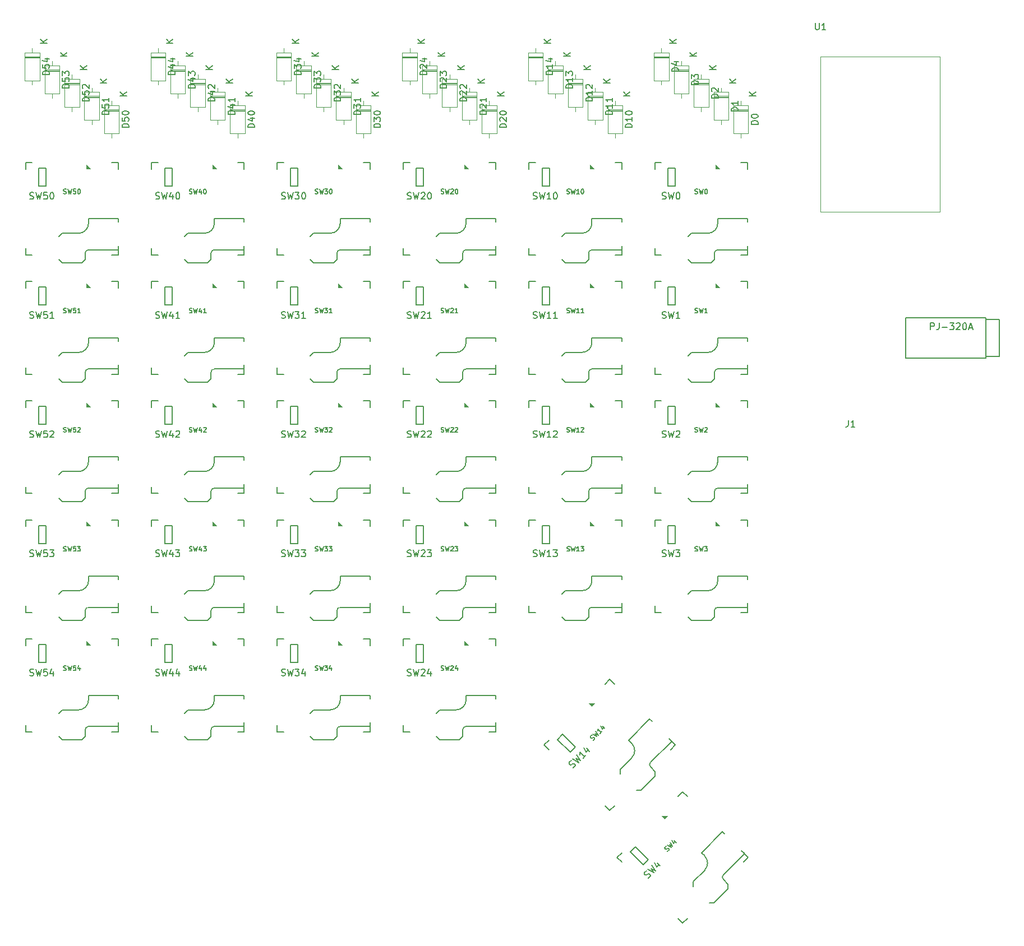
<source format=gbr>
%TF.GenerationSoftware,KiCad,Pcbnew,(6.0.2)*%
%TF.CreationDate,2022-04-13T18:01:38+02:00*%
%TF.ProjectId,SPKB,53504b42-2e6b-4696-9361-645f70636258,rev?*%
%TF.SameCoordinates,Original*%
%TF.FileFunction,Legend,Top*%
%TF.FilePolarity,Positive*%
%FSLAX46Y46*%
G04 Gerber Fmt 4.6, Leading zero omitted, Abs format (unit mm)*
G04 Created by KiCad (PCBNEW (6.0.2)) date 2022-04-13 18:01:38*
%MOMM*%
%LPD*%
G01*
G04 APERTURE LIST*
%ADD10C,0.150000*%
%ADD11C,0.200000*%
%ADD12C,0.100000*%
%ADD13C,0.120000*%
G04 APERTURE END LIST*
D10*
%TO.C,J1*%
X156206666Y-86952380D02*
X156206666Y-87666666D01*
X156159047Y-87809523D01*
X156063809Y-87904761D01*
X155920952Y-87952380D01*
X155825714Y-87952380D01*
X157206666Y-87952380D02*
X156635238Y-87952380D01*
X156920952Y-87952380D02*
X156920952Y-86952380D01*
X156825714Y-87095238D01*
X156730476Y-87190476D01*
X156635238Y-87238095D01*
%TO.C,SW20*%
X94733333Y-52693333D02*
X94833333Y-52726666D01*
X95000000Y-52726666D01*
X95066666Y-52693333D01*
X95100000Y-52660000D01*
X95133333Y-52593333D01*
X95133333Y-52526666D01*
X95100000Y-52460000D01*
X95066666Y-52426666D01*
X95000000Y-52393333D01*
X94866666Y-52360000D01*
X94800000Y-52326666D01*
X94766666Y-52293333D01*
X94733333Y-52226666D01*
X94733333Y-52160000D01*
X94766666Y-52093333D01*
X94800000Y-52060000D01*
X94866666Y-52026666D01*
X95033333Y-52026666D01*
X95133333Y-52060000D01*
X95366666Y-52026666D02*
X95533333Y-52726666D01*
X95666666Y-52226666D01*
X95800000Y-52726666D01*
X95966666Y-52026666D01*
X96200000Y-52093333D02*
X96233333Y-52060000D01*
X96300000Y-52026666D01*
X96466666Y-52026666D01*
X96533333Y-52060000D01*
X96566666Y-52093333D01*
X96600000Y-52160000D01*
X96600000Y-52226666D01*
X96566666Y-52326666D01*
X96166666Y-52726666D01*
X96600000Y-52726666D01*
X97033333Y-52026666D02*
X97100000Y-52026666D01*
X97166666Y-52060000D01*
X97200000Y-52093333D01*
X97233333Y-52160000D01*
X97266666Y-52293333D01*
X97266666Y-52460000D01*
X97233333Y-52593333D01*
X97200000Y-52660000D01*
X97166666Y-52693333D01*
X97100000Y-52726666D01*
X97033333Y-52726666D01*
X96966666Y-52693333D01*
X96933333Y-52660000D01*
X96900000Y-52593333D01*
X96866666Y-52460000D01*
X96866666Y-52293333D01*
X96900000Y-52160000D01*
X96933333Y-52093333D01*
X96966666Y-52060000D01*
X97033333Y-52026666D01*
X89640476Y-53494761D02*
X89783333Y-53542380D01*
X90021428Y-53542380D01*
X90116666Y-53494761D01*
X90164285Y-53447142D01*
X90211904Y-53351904D01*
X90211904Y-53256666D01*
X90164285Y-53161428D01*
X90116666Y-53113809D01*
X90021428Y-53066190D01*
X89830952Y-53018571D01*
X89735714Y-52970952D01*
X89688095Y-52923333D01*
X89640476Y-52828095D01*
X89640476Y-52732857D01*
X89688095Y-52637619D01*
X89735714Y-52590000D01*
X89830952Y-52542380D01*
X90069047Y-52542380D01*
X90211904Y-52590000D01*
X90545238Y-52542380D02*
X90783333Y-53542380D01*
X90973809Y-52828095D01*
X91164285Y-53542380D01*
X91402380Y-52542380D01*
X91735714Y-52637619D02*
X91783333Y-52590000D01*
X91878571Y-52542380D01*
X92116666Y-52542380D01*
X92211904Y-52590000D01*
X92259523Y-52637619D01*
X92307142Y-52732857D01*
X92307142Y-52828095D01*
X92259523Y-52970952D01*
X91688095Y-53542380D01*
X92307142Y-53542380D01*
X92926190Y-52542380D02*
X93021428Y-52542380D01*
X93116666Y-52590000D01*
X93164285Y-52637619D01*
X93211904Y-52732857D01*
X93259523Y-52923333D01*
X93259523Y-53161428D01*
X93211904Y-53351904D01*
X93164285Y-53447142D01*
X93116666Y-53494761D01*
X93021428Y-53542380D01*
X92926190Y-53542380D01*
X92830952Y-53494761D01*
X92783333Y-53447142D01*
X92735714Y-53351904D01*
X92688095Y-53161428D01*
X92688095Y-52923333D01*
X92735714Y-52732857D01*
X92783333Y-52637619D01*
X92830952Y-52590000D01*
X92926190Y-52542380D01*
%TO.C,SW22*%
X94733333Y-88693333D02*
X94833333Y-88726666D01*
X95000000Y-88726666D01*
X95066666Y-88693333D01*
X95100000Y-88660000D01*
X95133333Y-88593333D01*
X95133333Y-88526666D01*
X95100000Y-88460000D01*
X95066666Y-88426666D01*
X95000000Y-88393333D01*
X94866666Y-88360000D01*
X94800000Y-88326666D01*
X94766666Y-88293333D01*
X94733333Y-88226666D01*
X94733333Y-88160000D01*
X94766666Y-88093333D01*
X94800000Y-88060000D01*
X94866666Y-88026666D01*
X95033333Y-88026666D01*
X95133333Y-88060000D01*
X95366666Y-88026666D02*
X95533333Y-88726666D01*
X95666666Y-88226666D01*
X95800000Y-88726666D01*
X95966666Y-88026666D01*
X96200000Y-88093333D02*
X96233333Y-88060000D01*
X96300000Y-88026666D01*
X96466666Y-88026666D01*
X96533333Y-88060000D01*
X96566666Y-88093333D01*
X96600000Y-88160000D01*
X96600000Y-88226666D01*
X96566666Y-88326666D01*
X96166666Y-88726666D01*
X96600000Y-88726666D01*
X96866666Y-88093333D02*
X96900000Y-88060000D01*
X96966666Y-88026666D01*
X97133333Y-88026666D01*
X97200000Y-88060000D01*
X97233333Y-88093333D01*
X97266666Y-88160000D01*
X97266666Y-88226666D01*
X97233333Y-88326666D01*
X96833333Y-88726666D01*
X97266666Y-88726666D01*
X89640476Y-89494761D02*
X89783333Y-89542380D01*
X90021428Y-89542380D01*
X90116666Y-89494761D01*
X90164285Y-89447142D01*
X90211904Y-89351904D01*
X90211904Y-89256666D01*
X90164285Y-89161428D01*
X90116666Y-89113809D01*
X90021428Y-89066190D01*
X89830952Y-89018571D01*
X89735714Y-88970952D01*
X89688095Y-88923333D01*
X89640476Y-88828095D01*
X89640476Y-88732857D01*
X89688095Y-88637619D01*
X89735714Y-88590000D01*
X89830952Y-88542380D01*
X90069047Y-88542380D01*
X90211904Y-88590000D01*
X90545238Y-88542380D02*
X90783333Y-89542380D01*
X90973809Y-88828095D01*
X91164285Y-89542380D01*
X91402380Y-88542380D01*
X91735714Y-88637619D02*
X91783333Y-88590000D01*
X91878571Y-88542380D01*
X92116666Y-88542380D01*
X92211904Y-88590000D01*
X92259523Y-88637619D01*
X92307142Y-88732857D01*
X92307142Y-88828095D01*
X92259523Y-88970952D01*
X91688095Y-89542380D01*
X92307142Y-89542380D01*
X92688095Y-88637619D02*
X92735714Y-88590000D01*
X92830952Y-88542380D01*
X93069047Y-88542380D01*
X93164285Y-88590000D01*
X93211904Y-88637619D01*
X93259523Y-88732857D01*
X93259523Y-88828095D01*
X93211904Y-88970952D01*
X92640476Y-89542380D01*
X93259523Y-89542380D01*
%TO.C,SW0*%
X133066666Y-52693333D02*
X133166666Y-52726666D01*
X133333333Y-52726666D01*
X133400000Y-52693333D01*
X133433333Y-52660000D01*
X133466666Y-52593333D01*
X133466666Y-52526666D01*
X133433333Y-52460000D01*
X133400000Y-52426666D01*
X133333333Y-52393333D01*
X133200000Y-52360000D01*
X133133333Y-52326666D01*
X133100000Y-52293333D01*
X133066666Y-52226666D01*
X133066666Y-52160000D01*
X133100000Y-52093333D01*
X133133333Y-52060000D01*
X133200000Y-52026666D01*
X133366666Y-52026666D01*
X133466666Y-52060000D01*
X133700000Y-52026666D02*
X133866666Y-52726666D01*
X134000000Y-52226666D01*
X134133333Y-52726666D01*
X134300000Y-52026666D01*
X134700000Y-52026666D02*
X134766666Y-52026666D01*
X134833333Y-52060000D01*
X134866666Y-52093333D01*
X134900000Y-52160000D01*
X134933333Y-52293333D01*
X134933333Y-52460000D01*
X134900000Y-52593333D01*
X134866666Y-52660000D01*
X134833333Y-52693333D01*
X134766666Y-52726666D01*
X134700000Y-52726666D01*
X134633333Y-52693333D01*
X134600000Y-52660000D01*
X134566666Y-52593333D01*
X134533333Y-52460000D01*
X134533333Y-52293333D01*
X134566666Y-52160000D01*
X134600000Y-52093333D01*
X134633333Y-52060000D01*
X134700000Y-52026666D01*
X128116666Y-53494761D02*
X128259523Y-53542380D01*
X128497619Y-53542380D01*
X128592857Y-53494761D01*
X128640476Y-53447142D01*
X128688095Y-53351904D01*
X128688095Y-53256666D01*
X128640476Y-53161428D01*
X128592857Y-53113809D01*
X128497619Y-53066190D01*
X128307142Y-53018571D01*
X128211904Y-52970952D01*
X128164285Y-52923333D01*
X128116666Y-52828095D01*
X128116666Y-52732857D01*
X128164285Y-52637619D01*
X128211904Y-52590000D01*
X128307142Y-52542380D01*
X128545238Y-52542380D01*
X128688095Y-52590000D01*
X129021428Y-52542380D02*
X129259523Y-53542380D01*
X129450000Y-52828095D01*
X129640476Y-53542380D01*
X129878571Y-52542380D01*
X130450000Y-52542380D02*
X130545238Y-52542380D01*
X130640476Y-52590000D01*
X130688095Y-52637619D01*
X130735714Y-52732857D01*
X130783333Y-52923333D01*
X130783333Y-53161428D01*
X130735714Y-53351904D01*
X130688095Y-53447142D01*
X130640476Y-53494761D01*
X130545238Y-53542380D01*
X130450000Y-53542380D01*
X130354761Y-53494761D01*
X130307142Y-53447142D01*
X130259523Y-53351904D01*
X130211904Y-53161428D01*
X130211904Y-52923333D01*
X130259523Y-52732857D01*
X130307142Y-52637619D01*
X130354761Y-52590000D01*
X130450000Y-52542380D01*
%TO.C,SW21*%
X94733333Y-70693333D02*
X94833333Y-70726666D01*
X95000000Y-70726666D01*
X95066666Y-70693333D01*
X95100000Y-70660000D01*
X95133333Y-70593333D01*
X95133333Y-70526666D01*
X95100000Y-70460000D01*
X95066666Y-70426666D01*
X95000000Y-70393333D01*
X94866666Y-70360000D01*
X94800000Y-70326666D01*
X94766666Y-70293333D01*
X94733333Y-70226666D01*
X94733333Y-70160000D01*
X94766666Y-70093333D01*
X94800000Y-70060000D01*
X94866666Y-70026666D01*
X95033333Y-70026666D01*
X95133333Y-70060000D01*
X95366666Y-70026666D02*
X95533333Y-70726666D01*
X95666666Y-70226666D01*
X95800000Y-70726666D01*
X95966666Y-70026666D01*
X96200000Y-70093333D02*
X96233333Y-70060000D01*
X96300000Y-70026666D01*
X96466666Y-70026666D01*
X96533333Y-70060000D01*
X96566666Y-70093333D01*
X96600000Y-70160000D01*
X96600000Y-70226666D01*
X96566666Y-70326666D01*
X96166666Y-70726666D01*
X96600000Y-70726666D01*
X97266666Y-70726666D02*
X96866666Y-70726666D01*
X97066666Y-70726666D02*
X97066666Y-70026666D01*
X97000000Y-70126666D01*
X96933333Y-70193333D01*
X96866666Y-70226666D01*
X89640476Y-71494761D02*
X89783333Y-71542380D01*
X90021428Y-71542380D01*
X90116666Y-71494761D01*
X90164285Y-71447142D01*
X90211904Y-71351904D01*
X90211904Y-71256666D01*
X90164285Y-71161428D01*
X90116666Y-71113809D01*
X90021428Y-71066190D01*
X89830952Y-71018571D01*
X89735714Y-70970952D01*
X89688095Y-70923333D01*
X89640476Y-70828095D01*
X89640476Y-70732857D01*
X89688095Y-70637619D01*
X89735714Y-70590000D01*
X89830952Y-70542380D01*
X90069047Y-70542380D01*
X90211904Y-70590000D01*
X90545238Y-70542380D02*
X90783333Y-71542380D01*
X90973809Y-70828095D01*
X91164285Y-71542380D01*
X91402380Y-70542380D01*
X91735714Y-70637619D02*
X91783333Y-70590000D01*
X91878571Y-70542380D01*
X92116666Y-70542380D01*
X92211904Y-70590000D01*
X92259523Y-70637619D01*
X92307142Y-70732857D01*
X92307142Y-70828095D01*
X92259523Y-70970952D01*
X91688095Y-71542380D01*
X92307142Y-71542380D01*
X93259523Y-71542380D02*
X92688095Y-71542380D01*
X92973809Y-71542380D02*
X92973809Y-70542380D01*
X92878571Y-70685238D01*
X92783333Y-70780476D01*
X92688095Y-70828095D01*
%TO.C,SW52*%
X37733333Y-88693333D02*
X37833333Y-88726666D01*
X38000000Y-88726666D01*
X38066666Y-88693333D01*
X38100000Y-88660000D01*
X38133333Y-88593333D01*
X38133333Y-88526666D01*
X38100000Y-88460000D01*
X38066666Y-88426666D01*
X38000000Y-88393333D01*
X37866666Y-88360000D01*
X37800000Y-88326666D01*
X37766666Y-88293333D01*
X37733333Y-88226666D01*
X37733333Y-88160000D01*
X37766666Y-88093333D01*
X37800000Y-88060000D01*
X37866666Y-88026666D01*
X38033333Y-88026666D01*
X38133333Y-88060000D01*
X38366666Y-88026666D02*
X38533333Y-88726666D01*
X38666666Y-88226666D01*
X38800000Y-88726666D01*
X38966666Y-88026666D01*
X39566666Y-88026666D02*
X39233333Y-88026666D01*
X39200000Y-88360000D01*
X39233333Y-88326666D01*
X39300000Y-88293333D01*
X39466666Y-88293333D01*
X39533333Y-88326666D01*
X39566666Y-88360000D01*
X39600000Y-88426666D01*
X39600000Y-88593333D01*
X39566666Y-88660000D01*
X39533333Y-88693333D01*
X39466666Y-88726666D01*
X39300000Y-88726666D01*
X39233333Y-88693333D01*
X39200000Y-88660000D01*
X39866666Y-88093333D02*
X39900000Y-88060000D01*
X39966666Y-88026666D01*
X40133333Y-88026666D01*
X40200000Y-88060000D01*
X40233333Y-88093333D01*
X40266666Y-88160000D01*
X40266666Y-88226666D01*
X40233333Y-88326666D01*
X39833333Y-88726666D01*
X40266666Y-88726666D01*
X32640476Y-89494761D02*
X32783333Y-89542380D01*
X33021428Y-89542380D01*
X33116666Y-89494761D01*
X33164285Y-89447142D01*
X33211904Y-89351904D01*
X33211904Y-89256666D01*
X33164285Y-89161428D01*
X33116666Y-89113809D01*
X33021428Y-89066190D01*
X32830952Y-89018571D01*
X32735714Y-88970952D01*
X32688095Y-88923333D01*
X32640476Y-88828095D01*
X32640476Y-88732857D01*
X32688095Y-88637619D01*
X32735714Y-88590000D01*
X32830952Y-88542380D01*
X33069047Y-88542380D01*
X33211904Y-88590000D01*
X33545238Y-88542380D02*
X33783333Y-89542380D01*
X33973809Y-88828095D01*
X34164285Y-89542380D01*
X34402380Y-88542380D01*
X35259523Y-88542380D02*
X34783333Y-88542380D01*
X34735714Y-89018571D01*
X34783333Y-88970952D01*
X34878571Y-88923333D01*
X35116666Y-88923333D01*
X35211904Y-88970952D01*
X35259523Y-89018571D01*
X35307142Y-89113809D01*
X35307142Y-89351904D01*
X35259523Y-89447142D01*
X35211904Y-89494761D01*
X35116666Y-89542380D01*
X34878571Y-89542380D01*
X34783333Y-89494761D01*
X34735714Y-89447142D01*
X35688095Y-88637619D02*
X35735714Y-88590000D01*
X35830952Y-88542380D01*
X36069047Y-88542380D01*
X36164285Y-88590000D01*
X36211904Y-88637619D01*
X36259523Y-88732857D01*
X36259523Y-88828095D01*
X36211904Y-88970952D01*
X35640476Y-89542380D01*
X36259523Y-89542380D01*
%TO.C,D13*%
X114572380Y-36714285D02*
X113572380Y-36714285D01*
X113572380Y-36476190D01*
X113620000Y-36333333D01*
X113715238Y-36238095D01*
X113810476Y-36190476D01*
X114000952Y-36142857D01*
X114143809Y-36142857D01*
X114334285Y-36190476D01*
X114429523Y-36238095D01*
X114524761Y-36333333D01*
X114572380Y-36476190D01*
X114572380Y-36714285D01*
X114572380Y-35190476D02*
X114572380Y-35761904D01*
X114572380Y-35476190D02*
X113572380Y-35476190D01*
X113715238Y-35571428D01*
X113810476Y-35666666D01*
X113858095Y-35761904D01*
X113572380Y-34857142D02*
X113572380Y-34238095D01*
X113953333Y-34571428D01*
X113953333Y-34428571D01*
X114000952Y-34333333D01*
X114048571Y-34285714D01*
X114143809Y-34238095D01*
X114381904Y-34238095D01*
X114477142Y-34285714D01*
X114524761Y-34333333D01*
X114572380Y-34428571D01*
X114572380Y-34714285D01*
X114524761Y-34809523D01*
X114477142Y-34857142D01*
X114252380Y-31951904D02*
X113252380Y-31951904D01*
X114252380Y-31380476D02*
X113680952Y-31809047D01*
X113252380Y-31380476D02*
X113823809Y-31951904D01*
%TO.C,SW54*%
X37733333Y-124693333D02*
X37833333Y-124726666D01*
X38000000Y-124726666D01*
X38066666Y-124693333D01*
X38100000Y-124660000D01*
X38133333Y-124593333D01*
X38133333Y-124526666D01*
X38100000Y-124460000D01*
X38066666Y-124426666D01*
X38000000Y-124393333D01*
X37866666Y-124360000D01*
X37800000Y-124326666D01*
X37766666Y-124293333D01*
X37733333Y-124226666D01*
X37733333Y-124160000D01*
X37766666Y-124093333D01*
X37800000Y-124060000D01*
X37866666Y-124026666D01*
X38033333Y-124026666D01*
X38133333Y-124060000D01*
X38366666Y-124026666D02*
X38533333Y-124726666D01*
X38666666Y-124226666D01*
X38800000Y-124726666D01*
X38966666Y-124026666D01*
X39566666Y-124026666D02*
X39233333Y-124026666D01*
X39200000Y-124360000D01*
X39233333Y-124326666D01*
X39300000Y-124293333D01*
X39466666Y-124293333D01*
X39533333Y-124326666D01*
X39566666Y-124360000D01*
X39600000Y-124426666D01*
X39600000Y-124593333D01*
X39566666Y-124660000D01*
X39533333Y-124693333D01*
X39466666Y-124726666D01*
X39300000Y-124726666D01*
X39233333Y-124693333D01*
X39200000Y-124660000D01*
X40200000Y-124260000D02*
X40200000Y-124726666D01*
X40033333Y-123993333D02*
X39866666Y-124493333D01*
X40300000Y-124493333D01*
X32640476Y-125494761D02*
X32783333Y-125542380D01*
X33021428Y-125542380D01*
X33116666Y-125494761D01*
X33164285Y-125447142D01*
X33211904Y-125351904D01*
X33211904Y-125256666D01*
X33164285Y-125161428D01*
X33116666Y-125113809D01*
X33021428Y-125066190D01*
X32830952Y-125018571D01*
X32735714Y-124970952D01*
X32688095Y-124923333D01*
X32640476Y-124828095D01*
X32640476Y-124732857D01*
X32688095Y-124637619D01*
X32735714Y-124590000D01*
X32830952Y-124542380D01*
X33069047Y-124542380D01*
X33211904Y-124590000D01*
X33545238Y-124542380D02*
X33783333Y-125542380D01*
X33973809Y-124828095D01*
X34164285Y-125542380D01*
X34402380Y-124542380D01*
X35259523Y-124542380D02*
X34783333Y-124542380D01*
X34735714Y-125018571D01*
X34783333Y-124970952D01*
X34878571Y-124923333D01*
X35116666Y-124923333D01*
X35211904Y-124970952D01*
X35259523Y-125018571D01*
X35307142Y-125113809D01*
X35307142Y-125351904D01*
X35259523Y-125447142D01*
X35211904Y-125494761D01*
X35116666Y-125542380D01*
X34878571Y-125542380D01*
X34783333Y-125494761D01*
X34735714Y-125447142D01*
X36164285Y-124875714D02*
X36164285Y-125542380D01*
X35926190Y-124494761D02*
X35688095Y-125209047D01*
X36307142Y-125209047D01*
%TO.C,SW34*%
X75733333Y-124693333D02*
X75833333Y-124726666D01*
X76000000Y-124726666D01*
X76066666Y-124693333D01*
X76100000Y-124660000D01*
X76133333Y-124593333D01*
X76133333Y-124526666D01*
X76100000Y-124460000D01*
X76066666Y-124426666D01*
X76000000Y-124393333D01*
X75866666Y-124360000D01*
X75800000Y-124326666D01*
X75766666Y-124293333D01*
X75733333Y-124226666D01*
X75733333Y-124160000D01*
X75766666Y-124093333D01*
X75800000Y-124060000D01*
X75866666Y-124026666D01*
X76033333Y-124026666D01*
X76133333Y-124060000D01*
X76366666Y-124026666D02*
X76533333Y-124726666D01*
X76666666Y-124226666D01*
X76800000Y-124726666D01*
X76966666Y-124026666D01*
X77166666Y-124026666D02*
X77600000Y-124026666D01*
X77366666Y-124293333D01*
X77466666Y-124293333D01*
X77533333Y-124326666D01*
X77566666Y-124360000D01*
X77600000Y-124426666D01*
X77600000Y-124593333D01*
X77566666Y-124660000D01*
X77533333Y-124693333D01*
X77466666Y-124726666D01*
X77266666Y-124726666D01*
X77200000Y-124693333D01*
X77166666Y-124660000D01*
X78200000Y-124260000D02*
X78200000Y-124726666D01*
X78033333Y-123993333D02*
X77866666Y-124493333D01*
X78300000Y-124493333D01*
X70640476Y-125494761D02*
X70783333Y-125542380D01*
X71021428Y-125542380D01*
X71116666Y-125494761D01*
X71164285Y-125447142D01*
X71211904Y-125351904D01*
X71211904Y-125256666D01*
X71164285Y-125161428D01*
X71116666Y-125113809D01*
X71021428Y-125066190D01*
X70830952Y-125018571D01*
X70735714Y-124970952D01*
X70688095Y-124923333D01*
X70640476Y-124828095D01*
X70640476Y-124732857D01*
X70688095Y-124637619D01*
X70735714Y-124590000D01*
X70830952Y-124542380D01*
X71069047Y-124542380D01*
X71211904Y-124590000D01*
X71545238Y-124542380D02*
X71783333Y-125542380D01*
X71973809Y-124828095D01*
X72164285Y-125542380D01*
X72402380Y-124542380D01*
X72688095Y-124542380D02*
X73307142Y-124542380D01*
X72973809Y-124923333D01*
X73116666Y-124923333D01*
X73211904Y-124970952D01*
X73259523Y-125018571D01*
X73307142Y-125113809D01*
X73307142Y-125351904D01*
X73259523Y-125447142D01*
X73211904Y-125494761D01*
X73116666Y-125542380D01*
X72830952Y-125542380D01*
X72735714Y-125494761D01*
X72688095Y-125447142D01*
X74164285Y-124875714D02*
X74164285Y-125542380D01*
X73926190Y-124494761D02*
X73688095Y-125209047D01*
X74307142Y-125209047D01*
%TO.C,SW50*%
X37733333Y-52693333D02*
X37833333Y-52726666D01*
X38000000Y-52726666D01*
X38066666Y-52693333D01*
X38100000Y-52660000D01*
X38133333Y-52593333D01*
X38133333Y-52526666D01*
X38100000Y-52460000D01*
X38066666Y-52426666D01*
X38000000Y-52393333D01*
X37866666Y-52360000D01*
X37800000Y-52326666D01*
X37766666Y-52293333D01*
X37733333Y-52226666D01*
X37733333Y-52160000D01*
X37766666Y-52093333D01*
X37800000Y-52060000D01*
X37866666Y-52026666D01*
X38033333Y-52026666D01*
X38133333Y-52060000D01*
X38366666Y-52026666D02*
X38533333Y-52726666D01*
X38666666Y-52226666D01*
X38800000Y-52726666D01*
X38966666Y-52026666D01*
X39566666Y-52026666D02*
X39233333Y-52026666D01*
X39200000Y-52360000D01*
X39233333Y-52326666D01*
X39300000Y-52293333D01*
X39466666Y-52293333D01*
X39533333Y-52326666D01*
X39566666Y-52360000D01*
X39600000Y-52426666D01*
X39600000Y-52593333D01*
X39566666Y-52660000D01*
X39533333Y-52693333D01*
X39466666Y-52726666D01*
X39300000Y-52726666D01*
X39233333Y-52693333D01*
X39200000Y-52660000D01*
X40033333Y-52026666D02*
X40100000Y-52026666D01*
X40166666Y-52060000D01*
X40200000Y-52093333D01*
X40233333Y-52160000D01*
X40266666Y-52293333D01*
X40266666Y-52460000D01*
X40233333Y-52593333D01*
X40200000Y-52660000D01*
X40166666Y-52693333D01*
X40100000Y-52726666D01*
X40033333Y-52726666D01*
X39966666Y-52693333D01*
X39933333Y-52660000D01*
X39900000Y-52593333D01*
X39866666Y-52460000D01*
X39866666Y-52293333D01*
X39900000Y-52160000D01*
X39933333Y-52093333D01*
X39966666Y-52060000D01*
X40033333Y-52026666D01*
X32640476Y-53494761D02*
X32783333Y-53542380D01*
X33021428Y-53542380D01*
X33116666Y-53494761D01*
X33164285Y-53447142D01*
X33211904Y-53351904D01*
X33211904Y-53256666D01*
X33164285Y-53161428D01*
X33116666Y-53113809D01*
X33021428Y-53066190D01*
X32830952Y-53018571D01*
X32735714Y-52970952D01*
X32688095Y-52923333D01*
X32640476Y-52828095D01*
X32640476Y-52732857D01*
X32688095Y-52637619D01*
X32735714Y-52590000D01*
X32830952Y-52542380D01*
X33069047Y-52542380D01*
X33211904Y-52590000D01*
X33545238Y-52542380D02*
X33783333Y-53542380D01*
X33973809Y-52828095D01*
X34164285Y-53542380D01*
X34402380Y-52542380D01*
X35259523Y-52542380D02*
X34783333Y-52542380D01*
X34735714Y-53018571D01*
X34783333Y-52970952D01*
X34878571Y-52923333D01*
X35116666Y-52923333D01*
X35211904Y-52970952D01*
X35259523Y-53018571D01*
X35307142Y-53113809D01*
X35307142Y-53351904D01*
X35259523Y-53447142D01*
X35211904Y-53494761D01*
X35116666Y-53542380D01*
X34878571Y-53542380D01*
X34783333Y-53494761D01*
X34735714Y-53447142D01*
X35926190Y-52542380D02*
X36021428Y-52542380D01*
X36116666Y-52590000D01*
X36164285Y-52637619D01*
X36211904Y-52732857D01*
X36259523Y-52923333D01*
X36259523Y-53161428D01*
X36211904Y-53351904D01*
X36164285Y-53447142D01*
X36116666Y-53494761D01*
X36021428Y-53542380D01*
X35926190Y-53542380D01*
X35830952Y-53494761D01*
X35783333Y-53447142D01*
X35735714Y-53351904D01*
X35688095Y-53161428D01*
X35688095Y-52923333D01*
X35735714Y-52732857D01*
X35783333Y-52637619D01*
X35830952Y-52590000D01*
X35926190Y-52542380D01*
%TO.C,D31*%
X82572380Y-40714285D02*
X81572380Y-40714285D01*
X81572380Y-40476190D01*
X81620000Y-40333333D01*
X81715238Y-40238095D01*
X81810476Y-40190476D01*
X82000952Y-40142857D01*
X82143809Y-40142857D01*
X82334285Y-40190476D01*
X82429523Y-40238095D01*
X82524761Y-40333333D01*
X82572380Y-40476190D01*
X82572380Y-40714285D01*
X81572380Y-39809523D02*
X81572380Y-39190476D01*
X81953333Y-39523809D01*
X81953333Y-39380952D01*
X82000952Y-39285714D01*
X82048571Y-39238095D01*
X82143809Y-39190476D01*
X82381904Y-39190476D01*
X82477142Y-39238095D01*
X82524761Y-39285714D01*
X82572380Y-39380952D01*
X82572380Y-39666666D01*
X82524761Y-39761904D01*
X82477142Y-39809523D01*
X82572380Y-38238095D02*
X82572380Y-38809523D01*
X82572380Y-38523809D02*
X81572380Y-38523809D01*
X81715238Y-38619047D01*
X81810476Y-38714285D01*
X81858095Y-38809523D01*
X82252380Y-35951904D02*
X81252380Y-35951904D01*
X82252380Y-35380476D02*
X81680952Y-35809047D01*
X81252380Y-35380476D02*
X81823809Y-35951904D01*
%TO.C,D40*%
X66572380Y-42714285D02*
X65572380Y-42714285D01*
X65572380Y-42476190D01*
X65620000Y-42333333D01*
X65715238Y-42238095D01*
X65810476Y-42190476D01*
X66000952Y-42142857D01*
X66143809Y-42142857D01*
X66334285Y-42190476D01*
X66429523Y-42238095D01*
X66524761Y-42333333D01*
X66572380Y-42476190D01*
X66572380Y-42714285D01*
X65905714Y-41285714D02*
X66572380Y-41285714D01*
X65524761Y-41523809D02*
X66239047Y-41761904D01*
X66239047Y-41142857D01*
X65572380Y-40571428D02*
X65572380Y-40476190D01*
X65620000Y-40380952D01*
X65667619Y-40333333D01*
X65762857Y-40285714D01*
X65953333Y-40238095D01*
X66191428Y-40238095D01*
X66381904Y-40285714D01*
X66477142Y-40333333D01*
X66524761Y-40380952D01*
X66572380Y-40476190D01*
X66572380Y-40571428D01*
X66524761Y-40666666D01*
X66477142Y-40714285D01*
X66381904Y-40761904D01*
X66191428Y-40809523D01*
X65953333Y-40809523D01*
X65762857Y-40761904D01*
X65667619Y-40714285D01*
X65620000Y-40666666D01*
X65572380Y-40571428D01*
X66252380Y-37951904D02*
X65252380Y-37951904D01*
X66252380Y-37380476D02*
X65680952Y-37809047D01*
X65252380Y-37380476D02*
X65823809Y-37951904D01*
%TO.C,D34*%
X73572380Y-34714285D02*
X72572380Y-34714285D01*
X72572380Y-34476190D01*
X72620000Y-34333333D01*
X72715238Y-34238095D01*
X72810476Y-34190476D01*
X73000952Y-34142857D01*
X73143809Y-34142857D01*
X73334285Y-34190476D01*
X73429523Y-34238095D01*
X73524761Y-34333333D01*
X73572380Y-34476190D01*
X73572380Y-34714285D01*
X72572380Y-33809523D02*
X72572380Y-33190476D01*
X72953333Y-33523809D01*
X72953333Y-33380952D01*
X73000952Y-33285714D01*
X73048571Y-33238095D01*
X73143809Y-33190476D01*
X73381904Y-33190476D01*
X73477142Y-33238095D01*
X73524761Y-33285714D01*
X73572380Y-33380952D01*
X73572380Y-33666666D01*
X73524761Y-33761904D01*
X73477142Y-33809523D01*
X72905714Y-32333333D02*
X73572380Y-32333333D01*
X72524761Y-32571428D02*
X73239047Y-32809523D01*
X73239047Y-32190476D01*
X73252380Y-29951904D02*
X72252380Y-29951904D01*
X73252380Y-29380476D02*
X72680952Y-29809047D01*
X72252380Y-29380476D02*
X72823809Y-29951904D01*
%TO.C,D20*%
X104572380Y-42714285D02*
X103572380Y-42714285D01*
X103572380Y-42476190D01*
X103620000Y-42333333D01*
X103715238Y-42238095D01*
X103810476Y-42190476D01*
X104000952Y-42142857D01*
X104143809Y-42142857D01*
X104334285Y-42190476D01*
X104429523Y-42238095D01*
X104524761Y-42333333D01*
X104572380Y-42476190D01*
X104572380Y-42714285D01*
X103667619Y-41761904D02*
X103620000Y-41714285D01*
X103572380Y-41619047D01*
X103572380Y-41380952D01*
X103620000Y-41285714D01*
X103667619Y-41238095D01*
X103762857Y-41190476D01*
X103858095Y-41190476D01*
X104000952Y-41238095D01*
X104572380Y-41809523D01*
X104572380Y-41190476D01*
X103572380Y-40571428D02*
X103572380Y-40476190D01*
X103620000Y-40380952D01*
X103667619Y-40333333D01*
X103762857Y-40285714D01*
X103953333Y-40238095D01*
X104191428Y-40238095D01*
X104381904Y-40285714D01*
X104477142Y-40333333D01*
X104524761Y-40380952D01*
X104572380Y-40476190D01*
X104572380Y-40571428D01*
X104524761Y-40666666D01*
X104477142Y-40714285D01*
X104381904Y-40761904D01*
X104191428Y-40809523D01*
X103953333Y-40809523D01*
X103762857Y-40761904D01*
X103667619Y-40714285D01*
X103620000Y-40666666D01*
X103572380Y-40571428D01*
X104252380Y-37951904D02*
X103252380Y-37951904D01*
X104252380Y-37380476D02*
X103680952Y-37809047D01*
X103252380Y-37380476D02*
X103823809Y-37951904D01*
%TO.C,SW13*%
X113733333Y-106693333D02*
X113833333Y-106726666D01*
X114000000Y-106726666D01*
X114066666Y-106693333D01*
X114100000Y-106660000D01*
X114133333Y-106593333D01*
X114133333Y-106526666D01*
X114100000Y-106460000D01*
X114066666Y-106426666D01*
X114000000Y-106393333D01*
X113866666Y-106360000D01*
X113800000Y-106326666D01*
X113766666Y-106293333D01*
X113733333Y-106226666D01*
X113733333Y-106160000D01*
X113766666Y-106093333D01*
X113800000Y-106060000D01*
X113866666Y-106026666D01*
X114033333Y-106026666D01*
X114133333Y-106060000D01*
X114366666Y-106026666D02*
X114533333Y-106726666D01*
X114666666Y-106226666D01*
X114800000Y-106726666D01*
X114966666Y-106026666D01*
X115600000Y-106726666D02*
X115200000Y-106726666D01*
X115400000Y-106726666D02*
X115400000Y-106026666D01*
X115333333Y-106126666D01*
X115266666Y-106193333D01*
X115200000Y-106226666D01*
X115833333Y-106026666D02*
X116266666Y-106026666D01*
X116033333Y-106293333D01*
X116133333Y-106293333D01*
X116200000Y-106326666D01*
X116233333Y-106360000D01*
X116266666Y-106426666D01*
X116266666Y-106593333D01*
X116233333Y-106660000D01*
X116200000Y-106693333D01*
X116133333Y-106726666D01*
X115933333Y-106726666D01*
X115866666Y-106693333D01*
X115833333Y-106660000D01*
X108640476Y-107494761D02*
X108783333Y-107542380D01*
X109021428Y-107542380D01*
X109116666Y-107494761D01*
X109164285Y-107447142D01*
X109211904Y-107351904D01*
X109211904Y-107256666D01*
X109164285Y-107161428D01*
X109116666Y-107113809D01*
X109021428Y-107066190D01*
X108830952Y-107018571D01*
X108735714Y-106970952D01*
X108688095Y-106923333D01*
X108640476Y-106828095D01*
X108640476Y-106732857D01*
X108688095Y-106637619D01*
X108735714Y-106590000D01*
X108830952Y-106542380D01*
X109069047Y-106542380D01*
X109211904Y-106590000D01*
X109545238Y-106542380D02*
X109783333Y-107542380D01*
X109973809Y-106828095D01*
X110164285Y-107542380D01*
X110402380Y-106542380D01*
X111307142Y-107542380D02*
X110735714Y-107542380D01*
X111021428Y-107542380D02*
X111021428Y-106542380D01*
X110926190Y-106685238D01*
X110830952Y-106780476D01*
X110735714Y-106828095D01*
X111640476Y-106542380D02*
X112259523Y-106542380D01*
X111926190Y-106923333D01*
X112069047Y-106923333D01*
X112164285Y-106970952D01*
X112211904Y-107018571D01*
X112259523Y-107113809D01*
X112259523Y-107351904D01*
X112211904Y-107447142D01*
X112164285Y-107494761D01*
X112069047Y-107542380D01*
X111783333Y-107542380D01*
X111688095Y-107494761D01*
X111640476Y-107447142D01*
%TO.C,D1*%
X139572380Y-40238095D02*
X138572380Y-40238095D01*
X138572380Y-40000000D01*
X138620000Y-39857142D01*
X138715238Y-39761904D01*
X138810476Y-39714285D01*
X139000952Y-39666666D01*
X139143809Y-39666666D01*
X139334285Y-39714285D01*
X139429523Y-39761904D01*
X139524761Y-39857142D01*
X139572380Y-40000000D01*
X139572380Y-40238095D01*
X139572380Y-38714285D02*
X139572380Y-39285714D01*
X139572380Y-39000000D02*
X138572380Y-39000000D01*
X138715238Y-39095238D01*
X138810476Y-39190476D01*
X138858095Y-39285714D01*
X139252380Y-35951904D02*
X138252380Y-35951904D01*
X139252380Y-35380476D02*
X138680952Y-35809047D01*
X138252380Y-35380476D02*
X138823809Y-35951904D01*
%TO.C,SW32*%
X75733333Y-88693333D02*
X75833333Y-88726666D01*
X76000000Y-88726666D01*
X76066666Y-88693333D01*
X76100000Y-88660000D01*
X76133333Y-88593333D01*
X76133333Y-88526666D01*
X76100000Y-88460000D01*
X76066666Y-88426666D01*
X76000000Y-88393333D01*
X75866666Y-88360000D01*
X75800000Y-88326666D01*
X75766666Y-88293333D01*
X75733333Y-88226666D01*
X75733333Y-88160000D01*
X75766666Y-88093333D01*
X75800000Y-88060000D01*
X75866666Y-88026666D01*
X76033333Y-88026666D01*
X76133333Y-88060000D01*
X76366666Y-88026666D02*
X76533333Y-88726666D01*
X76666666Y-88226666D01*
X76800000Y-88726666D01*
X76966666Y-88026666D01*
X77166666Y-88026666D02*
X77600000Y-88026666D01*
X77366666Y-88293333D01*
X77466666Y-88293333D01*
X77533333Y-88326666D01*
X77566666Y-88360000D01*
X77600000Y-88426666D01*
X77600000Y-88593333D01*
X77566666Y-88660000D01*
X77533333Y-88693333D01*
X77466666Y-88726666D01*
X77266666Y-88726666D01*
X77200000Y-88693333D01*
X77166666Y-88660000D01*
X77866666Y-88093333D02*
X77900000Y-88060000D01*
X77966666Y-88026666D01*
X78133333Y-88026666D01*
X78200000Y-88060000D01*
X78233333Y-88093333D01*
X78266666Y-88160000D01*
X78266666Y-88226666D01*
X78233333Y-88326666D01*
X77833333Y-88726666D01*
X78266666Y-88726666D01*
X70640476Y-89494761D02*
X70783333Y-89542380D01*
X71021428Y-89542380D01*
X71116666Y-89494761D01*
X71164285Y-89447142D01*
X71211904Y-89351904D01*
X71211904Y-89256666D01*
X71164285Y-89161428D01*
X71116666Y-89113809D01*
X71021428Y-89066190D01*
X70830952Y-89018571D01*
X70735714Y-88970952D01*
X70688095Y-88923333D01*
X70640476Y-88828095D01*
X70640476Y-88732857D01*
X70688095Y-88637619D01*
X70735714Y-88590000D01*
X70830952Y-88542380D01*
X71069047Y-88542380D01*
X71211904Y-88590000D01*
X71545238Y-88542380D02*
X71783333Y-89542380D01*
X71973809Y-88828095D01*
X72164285Y-89542380D01*
X72402380Y-88542380D01*
X72688095Y-88542380D02*
X73307142Y-88542380D01*
X72973809Y-88923333D01*
X73116666Y-88923333D01*
X73211904Y-88970952D01*
X73259523Y-89018571D01*
X73307142Y-89113809D01*
X73307142Y-89351904D01*
X73259523Y-89447142D01*
X73211904Y-89494761D01*
X73116666Y-89542380D01*
X72830952Y-89542380D01*
X72735714Y-89494761D01*
X72688095Y-89447142D01*
X73688095Y-88637619D02*
X73735714Y-88590000D01*
X73830952Y-88542380D01*
X74069047Y-88542380D01*
X74164285Y-88590000D01*
X74211904Y-88637619D01*
X74259523Y-88732857D01*
X74259523Y-88828095D01*
X74211904Y-88970952D01*
X73640476Y-89542380D01*
X74259523Y-89542380D01*
%TO.C,D14*%
X111572380Y-34714285D02*
X110572380Y-34714285D01*
X110572380Y-34476190D01*
X110620000Y-34333333D01*
X110715238Y-34238095D01*
X110810476Y-34190476D01*
X111000952Y-34142857D01*
X111143809Y-34142857D01*
X111334285Y-34190476D01*
X111429523Y-34238095D01*
X111524761Y-34333333D01*
X111572380Y-34476190D01*
X111572380Y-34714285D01*
X111572380Y-33190476D02*
X111572380Y-33761904D01*
X111572380Y-33476190D02*
X110572380Y-33476190D01*
X110715238Y-33571428D01*
X110810476Y-33666666D01*
X110858095Y-33761904D01*
X110905714Y-32333333D02*
X111572380Y-32333333D01*
X110524761Y-32571428D02*
X111239047Y-32809523D01*
X111239047Y-32190476D01*
X111252380Y-29951904D02*
X110252380Y-29951904D01*
X111252380Y-29380476D02*
X110680952Y-29809047D01*
X110252380Y-29380476D02*
X110823809Y-29951904D01*
%TO.C,D0*%
X142572380Y-42238095D02*
X141572380Y-42238095D01*
X141572380Y-42000000D01*
X141620000Y-41857142D01*
X141715238Y-41761904D01*
X141810476Y-41714285D01*
X142000952Y-41666666D01*
X142143809Y-41666666D01*
X142334285Y-41714285D01*
X142429523Y-41761904D01*
X142524761Y-41857142D01*
X142572380Y-42000000D01*
X142572380Y-42238095D01*
X141572380Y-41047619D02*
X141572380Y-40952380D01*
X141620000Y-40857142D01*
X141667619Y-40809523D01*
X141762857Y-40761904D01*
X141953333Y-40714285D01*
X142191428Y-40714285D01*
X142381904Y-40761904D01*
X142477142Y-40809523D01*
X142524761Y-40857142D01*
X142572380Y-40952380D01*
X142572380Y-41047619D01*
X142524761Y-41142857D01*
X142477142Y-41190476D01*
X142381904Y-41238095D01*
X142191428Y-41285714D01*
X141953333Y-41285714D01*
X141762857Y-41238095D01*
X141667619Y-41190476D01*
X141620000Y-41142857D01*
X141572380Y-41047619D01*
X142252380Y-37951904D02*
X141252380Y-37951904D01*
X142252380Y-37380476D02*
X141680952Y-37809047D01*
X141252380Y-37380476D02*
X141823809Y-37951904D01*
%TO.C,SW41*%
X56733333Y-70693333D02*
X56833333Y-70726666D01*
X57000000Y-70726666D01*
X57066666Y-70693333D01*
X57100000Y-70660000D01*
X57133333Y-70593333D01*
X57133333Y-70526666D01*
X57100000Y-70460000D01*
X57066666Y-70426666D01*
X57000000Y-70393333D01*
X56866666Y-70360000D01*
X56800000Y-70326666D01*
X56766666Y-70293333D01*
X56733333Y-70226666D01*
X56733333Y-70160000D01*
X56766666Y-70093333D01*
X56800000Y-70060000D01*
X56866666Y-70026666D01*
X57033333Y-70026666D01*
X57133333Y-70060000D01*
X57366666Y-70026666D02*
X57533333Y-70726666D01*
X57666666Y-70226666D01*
X57800000Y-70726666D01*
X57966666Y-70026666D01*
X58533333Y-70260000D02*
X58533333Y-70726666D01*
X58366666Y-69993333D02*
X58200000Y-70493333D01*
X58633333Y-70493333D01*
X59266666Y-70726666D02*
X58866666Y-70726666D01*
X59066666Y-70726666D02*
X59066666Y-70026666D01*
X59000000Y-70126666D01*
X58933333Y-70193333D01*
X58866666Y-70226666D01*
X51640476Y-71494761D02*
X51783333Y-71542380D01*
X52021428Y-71542380D01*
X52116666Y-71494761D01*
X52164285Y-71447142D01*
X52211904Y-71351904D01*
X52211904Y-71256666D01*
X52164285Y-71161428D01*
X52116666Y-71113809D01*
X52021428Y-71066190D01*
X51830952Y-71018571D01*
X51735714Y-70970952D01*
X51688095Y-70923333D01*
X51640476Y-70828095D01*
X51640476Y-70732857D01*
X51688095Y-70637619D01*
X51735714Y-70590000D01*
X51830952Y-70542380D01*
X52069047Y-70542380D01*
X52211904Y-70590000D01*
X52545238Y-70542380D02*
X52783333Y-71542380D01*
X52973809Y-70828095D01*
X53164285Y-71542380D01*
X53402380Y-70542380D01*
X54211904Y-70875714D02*
X54211904Y-71542380D01*
X53973809Y-70494761D02*
X53735714Y-71209047D01*
X54354761Y-71209047D01*
X55259523Y-71542380D02*
X54688095Y-71542380D01*
X54973809Y-71542380D02*
X54973809Y-70542380D01*
X54878571Y-70685238D01*
X54783333Y-70780476D01*
X54688095Y-70828095D01*
%TO.C,D2*%
X136572380Y-38238095D02*
X135572380Y-38238095D01*
X135572380Y-38000000D01*
X135620000Y-37857142D01*
X135715238Y-37761904D01*
X135810476Y-37714285D01*
X136000952Y-37666666D01*
X136143809Y-37666666D01*
X136334285Y-37714285D01*
X136429523Y-37761904D01*
X136524761Y-37857142D01*
X136572380Y-38000000D01*
X136572380Y-38238095D01*
X135667619Y-37285714D02*
X135620000Y-37238095D01*
X135572380Y-37142857D01*
X135572380Y-36904761D01*
X135620000Y-36809523D01*
X135667619Y-36761904D01*
X135762857Y-36714285D01*
X135858095Y-36714285D01*
X136000952Y-36761904D01*
X136572380Y-37333333D01*
X136572380Y-36714285D01*
X136252380Y-33951904D02*
X135252380Y-33951904D01*
X136252380Y-33380476D02*
X135680952Y-33809047D01*
X135252380Y-33380476D02*
X135823809Y-33951904D01*
%TO.C,D41*%
X63572380Y-40714285D02*
X62572380Y-40714285D01*
X62572380Y-40476190D01*
X62620000Y-40333333D01*
X62715238Y-40238095D01*
X62810476Y-40190476D01*
X63000952Y-40142857D01*
X63143809Y-40142857D01*
X63334285Y-40190476D01*
X63429523Y-40238095D01*
X63524761Y-40333333D01*
X63572380Y-40476190D01*
X63572380Y-40714285D01*
X62905714Y-39285714D02*
X63572380Y-39285714D01*
X62524761Y-39523809D02*
X63239047Y-39761904D01*
X63239047Y-39142857D01*
X63572380Y-38238095D02*
X63572380Y-38809523D01*
X63572380Y-38523809D02*
X62572380Y-38523809D01*
X62715238Y-38619047D01*
X62810476Y-38714285D01*
X62858095Y-38809523D01*
X63252380Y-35951904D02*
X62252380Y-35951904D01*
X63252380Y-35380476D02*
X62680952Y-35809047D01*
X62252380Y-35380476D02*
X62823809Y-35951904D01*
%TO.C,D53*%
X38572380Y-36714285D02*
X37572380Y-36714285D01*
X37572380Y-36476190D01*
X37620000Y-36333333D01*
X37715238Y-36238095D01*
X37810476Y-36190476D01*
X38000952Y-36142857D01*
X38143809Y-36142857D01*
X38334285Y-36190476D01*
X38429523Y-36238095D01*
X38524761Y-36333333D01*
X38572380Y-36476190D01*
X38572380Y-36714285D01*
X37572380Y-35238095D02*
X37572380Y-35714285D01*
X38048571Y-35761904D01*
X38000952Y-35714285D01*
X37953333Y-35619047D01*
X37953333Y-35380952D01*
X38000952Y-35285714D01*
X38048571Y-35238095D01*
X38143809Y-35190476D01*
X38381904Y-35190476D01*
X38477142Y-35238095D01*
X38524761Y-35285714D01*
X38572380Y-35380952D01*
X38572380Y-35619047D01*
X38524761Y-35714285D01*
X38477142Y-35761904D01*
X37572380Y-34857142D02*
X37572380Y-34238095D01*
X37953333Y-34571428D01*
X37953333Y-34428571D01*
X38000952Y-34333333D01*
X38048571Y-34285714D01*
X38143809Y-34238095D01*
X38381904Y-34238095D01*
X38477142Y-34285714D01*
X38524761Y-34333333D01*
X38572380Y-34428571D01*
X38572380Y-34714285D01*
X38524761Y-34809523D01*
X38477142Y-34857142D01*
X38252380Y-31951904D02*
X37252380Y-31951904D01*
X38252380Y-31380476D02*
X37680952Y-31809047D01*
X37252380Y-31380476D02*
X37823809Y-31951904D01*
%TO.C,SW44*%
X56733333Y-124693333D02*
X56833333Y-124726666D01*
X57000000Y-124726666D01*
X57066666Y-124693333D01*
X57100000Y-124660000D01*
X57133333Y-124593333D01*
X57133333Y-124526666D01*
X57100000Y-124460000D01*
X57066666Y-124426666D01*
X57000000Y-124393333D01*
X56866666Y-124360000D01*
X56800000Y-124326666D01*
X56766666Y-124293333D01*
X56733333Y-124226666D01*
X56733333Y-124160000D01*
X56766666Y-124093333D01*
X56800000Y-124060000D01*
X56866666Y-124026666D01*
X57033333Y-124026666D01*
X57133333Y-124060000D01*
X57366666Y-124026666D02*
X57533333Y-124726666D01*
X57666666Y-124226666D01*
X57800000Y-124726666D01*
X57966666Y-124026666D01*
X58533333Y-124260000D02*
X58533333Y-124726666D01*
X58366666Y-123993333D02*
X58200000Y-124493333D01*
X58633333Y-124493333D01*
X59200000Y-124260000D02*
X59200000Y-124726666D01*
X59033333Y-123993333D02*
X58866666Y-124493333D01*
X59300000Y-124493333D01*
X51640476Y-125494761D02*
X51783333Y-125542380D01*
X52021428Y-125542380D01*
X52116666Y-125494761D01*
X52164285Y-125447142D01*
X52211904Y-125351904D01*
X52211904Y-125256666D01*
X52164285Y-125161428D01*
X52116666Y-125113809D01*
X52021428Y-125066190D01*
X51830952Y-125018571D01*
X51735714Y-124970952D01*
X51688095Y-124923333D01*
X51640476Y-124828095D01*
X51640476Y-124732857D01*
X51688095Y-124637619D01*
X51735714Y-124590000D01*
X51830952Y-124542380D01*
X52069047Y-124542380D01*
X52211904Y-124590000D01*
X52545238Y-124542380D02*
X52783333Y-125542380D01*
X52973809Y-124828095D01*
X53164285Y-125542380D01*
X53402380Y-124542380D01*
X54211904Y-124875714D02*
X54211904Y-125542380D01*
X53973809Y-124494761D02*
X53735714Y-125209047D01*
X54354761Y-125209047D01*
X55164285Y-124875714D02*
X55164285Y-125542380D01*
X54926190Y-124494761D02*
X54688095Y-125209047D01*
X55307142Y-125209047D01*
%TO.C,D3*%
X133572380Y-36238095D02*
X132572380Y-36238095D01*
X132572380Y-36000000D01*
X132620000Y-35857142D01*
X132715238Y-35761904D01*
X132810476Y-35714285D01*
X133000952Y-35666666D01*
X133143809Y-35666666D01*
X133334285Y-35714285D01*
X133429523Y-35761904D01*
X133524761Y-35857142D01*
X133572380Y-36000000D01*
X133572380Y-36238095D01*
X132572380Y-35333333D02*
X132572380Y-34714285D01*
X132953333Y-35047619D01*
X132953333Y-34904761D01*
X133000952Y-34809523D01*
X133048571Y-34761904D01*
X133143809Y-34714285D01*
X133381904Y-34714285D01*
X133477142Y-34761904D01*
X133524761Y-34809523D01*
X133572380Y-34904761D01*
X133572380Y-35190476D01*
X133524761Y-35285714D01*
X133477142Y-35333333D01*
X133252380Y-31951904D02*
X132252380Y-31951904D01*
X133252380Y-31380476D02*
X132680952Y-31809047D01*
X132252380Y-31380476D02*
X132823809Y-31951904D01*
%TO.C,SW11*%
X113733333Y-70693333D02*
X113833333Y-70726666D01*
X114000000Y-70726666D01*
X114066666Y-70693333D01*
X114100000Y-70660000D01*
X114133333Y-70593333D01*
X114133333Y-70526666D01*
X114100000Y-70460000D01*
X114066666Y-70426666D01*
X114000000Y-70393333D01*
X113866666Y-70360000D01*
X113800000Y-70326666D01*
X113766666Y-70293333D01*
X113733333Y-70226666D01*
X113733333Y-70160000D01*
X113766666Y-70093333D01*
X113800000Y-70060000D01*
X113866666Y-70026666D01*
X114033333Y-70026666D01*
X114133333Y-70060000D01*
X114366666Y-70026666D02*
X114533333Y-70726666D01*
X114666666Y-70226666D01*
X114800000Y-70726666D01*
X114966666Y-70026666D01*
X115600000Y-70726666D02*
X115200000Y-70726666D01*
X115400000Y-70726666D02*
X115400000Y-70026666D01*
X115333333Y-70126666D01*
X115266666Y-70193333D01*
X115200000Y-70226666D01*
X116266666Y-70726666D02*
X115866666Y-70726666D01*
X116066666Y-70726666D02*
X116066666Y-70026666D01*
X116000000Y-70126666D01*
X115933333Y-70193333D01*
X115866666Y-70226666D01*
X108640476Y-71494761D02*
X108783333Y-71542380D01*
X109021428Y-71542380D01*
X109116666Y-71494761D01*
X109164285Y-71447142D01*
X109211904Y-71351904D01*
X109211904Y-71256666D01*
X109164285Y-71161428D01*
X109116666Y-71113809D01*
X109021428Y-71066190D01*
X108830952Y-71018571D01*
X108735714Y-70970952D01*
X108688095Y-70923333D01*
X108640476Y-70828095D01*
X108640476Y-70732857D01*
X108688095Y-70637619D01*
X108735714Y-70590000D01*
X108830952Y-70542380D01*
X109069047Y-70542380D01*
X109211904Y-70590000D01*
X109545238Y-70542380D02*
X109783333Y-71542380D01*
X109973809Y-70828095D01*
X110164285Y-71542380D01*
X110402380Y-70542380D01*
X111307142Y-71542380D02*
X110735714Y-71542380D01*
X111021428Y-71542380D02*
X111021428Y-70542380D01*
X110926190Y-70685238D01*
X110830952Y-70780476D01*
X110735714Y-70828095D01*
X112259523Y-71542380D02*
X111688095Y-71542380D01*
X111973809Y-71542380D02*
X111973809Y-70542380D01*
X111878571Y-70685238D01*
X111783333Y-70780476D01*
X111688095Y-70828095D01*
%TO.C,D54*%
X35572380Y-34714285D02*
X34572380Y-34714285D01*
X34572380Y-34476190D01*
X34620000Y-34333333D01*
X34715238Y-34238095D01*
X34810476Y-34190476D01*
X35000952Y-34142857D01*
X35143809Y-34142857D01*
X35334285Y-34190476D01*
X35429523Y-34238095D01*
X35524761Y-34333333D01*
X35572380Y-34476190D01*
X35572380Y-34714285D01*
X34572380Y-33238095D02*
X34572380Y-33714285D01*
X35048571Y-33761904D01*
X35000952Y-33714285D01*
X34953333Y-33619047D01*
X34953333Y-33380952D01*
X35000952Y-33285714D01*
X35048571Y-33238095D01*
X35143809Y-33190476D01*
X35381904Y-33190476D01*
X35477142Y-33238095D01*
X35524761Y-33285714D01*
X35572380Y-33380952D01*
X35572380Y-33619047D01*
X35524761Y-33714285D01*
X35477142Y-33761904D01*
X34905714Y-32333333D02*
X35572380Y-32333333D01*
X34524761Y-32571428D02*
X35239047Y-32809523D01*
X35239047Y-32190476D01*
X35252380Y-29951904D02*
X34252380Y-29951904D01*
X35252380Y-29380476D02*
X34680952Y-29809047D01*
X34252380Y-29380476D02*
X34823809Y-29951904D01*
%TO.C,SW42*%
X56733333Y-88693333D02*
X56833333Y-88726666D01*
X57000000Y-88726666D01*
X57066666Y-88693333D01*
X57100000Y-88660000D01*
X57133333Y-88593333D01*
X57133333Y-88526666D01*
X57100000Y-88460000D01*
X57066666Y-88426666D01*
X57000000Y-88393333D01*
X56866666Y-88360000D01*
X56800000Y-88326666D01*
X56766666Y-88293333D01*
X56733333Y-88226666D01*
X56733333Y-88160000D01*
X56766666Y-88093333D01*
X56800000Y-88060000D01*
X56866666Y-88026666D01*
X57033333Y-88026666D01*
X57133333Y-88060000D01*
X57366666Y-88026666D02*
X57533333Y-88726666D01*
X57666666Y-88226666D01*
X57800000Y-88726666D01*
X57966666Y-88026666D01*
X58533333Y-88260000D02*
X58533333Y-88726666D01*
X58366666Y-87993333D02*
X58200000Y-88493333D01*
X58633333Y-88493333D01*
X58866666Y-88093333D02*
X58900000Y-88060000D01*
X58966666Y-88026666D01*
X59133333Y-88026666D01*
X59200000Y-88060000D01*
X59233333Y-88093333D01*
X59266666Y-88160000D01*
X59266666Y-88226666D01*
X59233333Y-88326666D01*
X58833333Y-88726666D01*
X59266666Y-88726666D01*
X51640476Y-89494761D02*
X51783333Y-89542380D01*
X52021428Y-89542380D01*
X52116666Y-89494761D01*
X52164285Y-89447142D01*
X52211904Y-89351904D01*
X52211904Y-89256666D01*
X52164285Y-89161428D01*
X52116666Y-89113809D01*
X52021428Y-89066190D01*
X51830952Y-89018571D01*
X51735714Y-88970952D01*
X51688095Y-88923333D01*
X51640476Y-88828095D01*
X51640476Y-88732857D01*
X51688095Y-88637619D01*
X51735714Y-88590000D01*
X51830952Y-88542380D01*
X52069047Y-88542380D01*
X52211904Y-88590000D01*
X52545238Y-88542380D02*
X52783333Y-89542380D01*
X52973809Y-88828095D01*
X53164285Y-89542380D01*
X53402380Y-88542380D01*
X54211904Y-88875714D02*
X54211904Y-89542380D01*
X53973809Y-88494761D02*
X53735714Y-89209047D01*
X54354761Y-89209047D01*
X54688095Y-88637619D02*
X54735714Y-88590000D01*
X54830952Y-88542380D01*
X55069047Y-88542380D01*
X55164285Y-88590000D01*
X55211904Y-88637619D01*
X55259523Y-88732857D01*
X55259523Y-88828095D01*
X55211904Y-88970952D01*
X54640476Y-89542380D01*
X55259523Y-89542380D01*
%TO.C,SW3*%
X133066666Y-106693333D02*
X133166666Y-106726666D01*
X133333333Y-106726666D01*
X133400000Y-106693333D01*
X133433333Y-106660000D01*
X133466666Y-106593333D01*
X133466666Y-106526666D01*
X133433333Y-106460000D01*
X133400000Y-106426666D01*
X133333333Y-106393333D01*
X133200000Y-106360000D01*
X133133333Y-106326666D01*
X133100000Y-106293333D01*
X133066666Y-106226666D01*
X133066666Y-106160000D01*
X133100000Y-106093333D01*
X133133333Y-106060000D01*
X133200000Y-106026666D01*
X133366666Y-106026666D01*
X133466666Y-106060000D01*
X133700000Y-106026666D02*
X133866666Y-106726666D01*
X134000000Y-106226666D01*
X134133333Y-106726666D01*
X134300000Y-106026666D01*
X134500000Y-106026666D02*
X134933333Y-106026666D01*
X134700000Y-106293333D01*
X134800000Y-106293333D01*
X134866666Y-106326666D01*
X134900000Y-106360000D01*
X134933333Y-106426666D01*
X134933333Y-106593333D01*
X134900000Y-106660000D01*
X134866666Y-106693333D01*
X134800000Y-106726666D01*
X134600000Y-106726666D01*
X134533333Y-106693333D01*
X134500000Y-106660000D01*
X128116666Y-107494761D02*
X128259523Y-107542380D01*
X128497619Y-107542380D01*
X128592857Y-107494761D01*
X128640476Y-107447142D01*
X128688095Y-107351904D01*
X128688095Y-107256666D01*
X128640476Y-107161428D01*
X128592857Y-107113809D01*
X128497619Y-107066190D01*
X128307142Y-107018571D01*
X128211904Y-106970952D01*
X128164285Y-106923333D01*
X128116666Y-106828095D01*
X128116666Y-106732857D01*
X128164285Y-106637619D01*
X128211904Y-106590000D01*
X128307142Y-106542380D01*
X128545238Y-106542380D01*
X128688095Y-106590000D01*
X129021428Y-106542380D02*
X129259523Y-107542380D01*
X129450000Y-106828095D01*
X129640476Y-107542380D01*
X129878571Y-106542380D01*
X130164285Y-106542380D02*
X130783333Y-106542380D01*
X130450000Y-106923333D01*
X130592857Y-106923333D01*
X130688095Y-106970952D01*
X130735714Y-107018571D01*
X130783333Y-107113809D01*
X130783333Y-107351904D01*
X130735714Y-107447142D01*
X130688095Y-107494761D01*
X130592857Y-107542380D01*
X130307142Y-107542380D01*
X130211904Y-107494761D01*
X130164285Y-107447142D01*
%TO.C,D24*%
X92572380Y-34714285D02*
X91572380Y-34714285D01*
X91572380Y-34476190D01*
X91620000Y-34333333D01*
X91715238Y-34238095D01*
X91810476Y-34190476D01*
X92000952Y-34142857D01*
X92143809Y-34142857D01*
X92334285Y-34190476D01*
X92429523Y-34238095D01*
X92524761Y-34333333D01*
X92572380Y-34476190D01*
X92572380Y-34714285D01*
X91667619Y-33761904D02*
X91620000Y-33714285D01*
X91572380Y-33619047D01*
X91572380Y-33380952D01*
X91620000Y-33285714D01*
X91667619Y-33238095D01*
X91762857Y-33190476D01*
X91858095Y-33190476D01*
X92000952Y-33238095D01*
X92572380Y-33809523D01*
X92572380Y-33190476D01*
X91905714Y-32333333D02*
X92572380Y-32333333D01*
X91524761Y-32571428D02*
X92239047Y-32809523D01*
X92239047Y-32190476D01*
X92252380Y-29951904D02*
X91252380Y-29951904D01*
X92252380Y-29380476D02*
X91680952Y-29809047D01*
X91252380Y-29380476D02*
X91823809Y-29951904D01*
%TO.C,D43*%
X57572380Y-36714285D02*
X56572380Y-36714285D01*
X56572380Y-36476190D01*
X56620000Y-36333333D01*
X56715238Y-36238095D01*
X56810476Y-36190476D01*
X57000952Y-36142857D01*
X57143809Y-36142857D01*
X57334285Y-36190476D01*
X57429523Y-36238095D01*
X57524761Y-36333333D01*
X57572380Y-36476190D01*
X57572380Y-36714285D01*
X56905714Y-35285714D02*
X57572380Y-35285714D01*
X56524761Y-35523809D02*
X57239047Y-35761904D01*
X57239047Y-35142857D01*
X56572380Y-34857142D02*
X56572380Y-34238095D01*
X56953333Y-34571428D01*
X56953333Y-34428571D01*
X57000952Y-34333333D01*
X57048571Y-34285714D01*
X57143809Y-34238095D01*
X57381904Y-34238095D01*
X57477142Y-34285714D01*
X57524761Y-34333333D01*
X57572380Y-34428571D01*
X57572380Y-34714285D01*
X57524761Y-34809523D01*
X57477142Y-34857142D01*
X57252380Y-31951904D02*
X56252380Y-31951904D01*
X57252380Y-31380476D02*
X56680952Y-31809047D01*
X56252380Y-31380476D02*
X56823809Y-31951904D01*
%TO.C,D12*%
X117572380Y-38714285D02*
X116572380Y-38714285D01*
X116572380Y-38476190D01*
X116620000Y-38333333D01*
X116715238Y-38238095D01*
X116810476Y-38190476D01*
X117000952Y-38142857D01*
X117143809Y-38142857D01*
X117334285Y-38190476D01*
X117429523Y-38238095D01*
X117524761Y-38333333D01*
X117572380Y-38476190D01*
X117572380Y-38714285D01*
X117572380Y-37190476D02*
X117572380Y-37761904D01*
X117572380Y-37476190D02*
X116572380Y-37476190D01*
X116715238Y-37571428D01*
X116810476Y-37666666D01*
X116858095Y-37761904D01*
X116667619Y-36809523D02*
X116620000Y-36761904D01*
X116572380Y-36666666D01*
X116572380Y-36428571D01*
X116620000Y-36333333D01*
X116667619Y-36285714D01*
X116762857Y-36238095D01*
X116858095Y-36238095D01*
X117000952Y-36285714D01*
X117572380Y-36857142D01*
X117572380Y-36238095D01*
X117252380Y-33951904D02*
X116252380Y-33951904D01*
X117252380Y-33380476D02*
X116680952Y-33809047D01*
X116252380Y-33380476D02*
X116823809Y-33951904D01*
%TO.C,D4*%
X130572380Y-34238095D02*
X129572380Y-34238095D01*
X129572380Y-34000000D01*
X129620000Y-33857142D01*
X129715238Y-33761904D01*
X129810476Y-33714285D01*
X130000952Y-33666666D01*
X130143809Y-33666666D01*
X130334285Y-33714285D01*
X130429523Y-33761904D01*
X130524761Y-33857142D01*
X130572380Y-34000000D01*
X130572380Y-34238095D01*
X129905714Y-32809523D02*
X130572380Y-32809523D01*
X129524761Y-33047619D02*
X130239047Y-33285714D01*
X130239047Y-32666666D01*
X130252380Y-29951904D02*
X129252380Y-29951904D01*
X130252380Y-29380476D02*
X129680952Y-29809047D01*
X129252380Y-29380476D02*
X129823809Y-29951904D01*
%TO.C,SW24*%
X94733333Y-124693333D02*
X94833333Y-124726666D01*
X95000000Y-124726666D01*
X95066666Y-124693333D01*
X95100000Y-124660000D01*
X95133333Y-124593333D01*
X95133333Y-124526666D01*
X95100000Y-124460000D01*
X95066666Y-124426666D01*
X95000000Y-124393333D01*
X94866666Y-124360000D01*
X94800000Y-124326666D01*
X94766666Y-124293333D01*
X94733333Y-124226666D01*
X94733333Y-124160000D01*
X94766666Y-124093333D01*
X94800000Y-124060000D01*
X94866666Y-124026666D01*
X95033333Y-124026666D01*
X95133333Y-124060000D01*
X95366666Y-124026666D02*
X95533333Y-124726666D01*
X95666666Y-124226666D01*
X95800000Y-124726666D01*
X95966666Y-124026666D01*
X96200000Y-124093333D02*
X96233333Y-124060000D01*
X96300000Y-124026666D01*
X96466666Y-124026666D01*
X96533333Y-124060000D01*
X96566666Y-124093333D01*
X96600000Y-124160000D01*
X96600000Y-124226666D01*
X96566666Y-124326666D01*
X96166666Y-124726666D01*
X96600000Y-124726666D01*
X97200000Y-124260000D02*
X97200000Y-124726666D01*
X97033333Y-123993333D02*
X96866666Y-124493333D01*
X97300000Y-124493333D01*
X89640476Y-125494761D02*
X89783333Y-125542380D01*
X90021428Y-125542380D01*
X90116666Y-125494761D01*
X90164285Y-125447142D01*
X90211904Y-125351904D01*
X90211904Y-125256666D01*
X90164285Y-125161428D01*
X90116666Y-125113809D01*
X90021428Y-125066190D01*
X89830952Y-125018571D01*
X89735714Y-124970952D01*
X89688095Y-124923333D01*
X89640476Y-124828095D01*
X89640476Y-124732857D01*
X89688095Y-124637619D01*
X89735714Y-124590000D01*
X89830952Y-124542380D01*
X90069047Y-124542380D01*
X90211904Y-124590000D01*
X90545238Y-124542380D02*
X90783333Y-125542380D01*
X90973809Y-124828095D01*
X91164285Y-125542380D01*
X91402380Y-124542380D01*
X91735714Y-124637619D02*
X91783333Y-124590000D01*
X91878571Y-124542380D01*
X92116666Y-124542380D01*
X92211904Y-124590000D01*
X92259523Y-124637619D01*
X92307142Y-124732857D01*
X92307142Y-124828095D01*
X92259523Y-124970952D01*
X91688095Y-125542380D01*
X92307142Y-125542380D01*
X93164285Y-124875714D02*
X93164285Y-125542380D01*
X92926190Y-124494761D02*
X92688095Y-125209047D01*
X93307142Y-125209047D01*
%TO.C,SW14*%
X117673271Y-135264608D02*
X117767552Y-135217468D01*
X117885403Y-135099616D01*
X117908973Y-135028906D01*
X117908973Y-134981765D01*
X117885403Y-134911055D01*
X117838262Y-134863914D01*
X117767552Y-134840344D01*
X117720411Y-134840344D01*
X117649701Y-134863914D01*
X117531849Y-134934625D01*
X117461139Y-134958195D01*
X117413998Y-134958195D01*
X117343288Y-134934625D01*
X117296147Y-134887484D01*
X117272577Y-134816774D01*
X117272577Y-134769633D01*
X117296147Y-134698923D01*
X117413998Y-134581071D01*
X117508279Y-134533931D01*
X117649701Y-134345369D02*
X118262526Y-134722493D01*
X118003254Y-134274659D01*
X118451088Y-134533931D01*
X118073965Y-133921105D01*
X119016774Y-133968246D02*
X118733931Y-134251088D01*
X118875352Y-134109667D02*
X118380378Y-133614692D01*
X118403948Y-133732543D01*
X118403948Y-133826824D01*
X118380378Y-133897535D01*
X119111055Y-133213998D02*
X119441038Y-133543982D01*
X118804642Y-133143288D02*
X119040344Y-133614692D01*
X119346757Y-133308279D01*
X114638773Y-139432498D02*
X114773460Y-139365154D01*
X114941819Y-139196796D01*
X114975490Y-139095780D01*
X114975490Y-139028437D01*
X114941819Y-138927422D01*
X114874475Y-138860078D01*
X114773460Y-138826406D01*
X114706116Y-138826406D01*
X114605101Y-138860078D01*
X114436742Y-138961093D01*
X114335727Y-138994765D01*
X114268384Y-138994765D01*
X114167368Y-138961093D01*
X114100025Y-138893750D01*
X114066353Y-138792735D01*
X114066353Y-138725391D01*
X114100025Y-138624376D01*
X114268384Y-138456017D01*
X114403071Y-138388674D01*
X114605101Y-138119300D02*
X115480567Y-138658048D01*
X115110177Y-138018284D01*
X115749941Y-138388674D01*
X115211193Y-137513208D01*
X116558063Y-137580552D02*
X116154002Y-137984613D01*
X116356032Y-137782582D02*
X115648925Y-137075475D01*
X115682597Y-137243834D01*
X115682597Y-137378521D01*
X115648925Y-137479536D01*
X116692750Y-136503056D02*
X117164154Y-136974460D01*
X116255017Y-136402040D02*
X116591734Y-137075475D01*
X117029467Y-136637743D01*
%TO.C,D44*%
X54572380Y-34714285D02*
X53572380Y-34714285D01*
X53572380Y-34476190D01*
X53620000Y-34333333D01*
X53715238Y-34238095D01*
X53810476Y-34190476D01*
X54000952Y-34142857D01*
X54143809Y-34142857D01*
X54334285Y-34190476D01*
X54429523Y-34238095D01*
X54524761Y-34333333D01*
X54572380Y-34476190D01*
X54572380Y-34714285D01*
X53905714Y-33285714D02*
X54572380Y-33285714D01*
X53524761Y-33523809D02*
X54239047Y-33761904D01*
X54239047Y-33142857D01*
X53905714Y-32333333D02*
X54572380Y-32333333D01*
X53524761Y-32571428D02*
X54239047Y-32809523D01*
X54239047Y-32190476D01*
X54252380Y-29951904D02*
X53252380Y-29951904D01*
X54252380Y-29380476D02*
X53680952Y-29809047D01*
X53252380Y-29380476D02*
X53823809Y-29951904D01*
%TO.C,D30*%
X85572380Y-42714285D02*
X84572380Y-42714285D01*
X84572380Y-42476190D01*
X84620000Y-42333333D01*
X84715238Y-42238095D01*
X84810476Y-42190476D01*
X85000952Y-42142857D01*
X85143809Y-42142857D01*
X85334285Y-42190476D01*
X85429523Y-42238095D01*
X85524761Y-42333333D01*
X85572380Y-42476190D01*
X85572380Y-42714285D01*
X84572380Y-41809523D02*
X84572380Y-41190476D01*
X84953333Y-41523809D01*
X84953333Y-41380952D01*
X85000952Y-41285714D01*
X85048571Y-41238095D01*
X85143809Y-41190476D01*
X85381904Y-41190476D01*
X85477142Y-41238095D01*
X85524761Y-41285714D01*
X85572380Y-41380952D01*
X85572380Y-41666666D01*
X85524761Y-41761904D01*
X85477142Y-41809523D01*
X84572380Y-40571428D02*
X84572380Y-40476190D01*
X84620000Y-40380952D01*
X84667619Y-40333333D01*
X84762857Y-40285714D01*
X84953333Y-40238095D01*
X85191428Y-40238095D01*
X85381904Y-40285714D01*
X85477142Y-40333333D01*
X85524761Y-40380952D01*
X85572380Y-40476190D01*
X85572380Y-40571428D01*
X85524761Y-40666666D01*
X85477142Y-40714285D01*
X85381904Y-40761904D01*
X85191428Y-40809523D01*
X84953333Y-40809523D01*
X84762857Y-40761904D01*
X84667619Y-40714285D01*
X84620000Y-40666666D01*
X84572380Y-40571428D01*
X85252380Y-37951904D02*
X84252380Y-37951904D01*
X85252380Y-37380476D02*
X84680952Y-37809047D01*
X84252380Y-37380476D02*
X84823809Y-37951904D01*
%TO.C,D10*%
X123572380Y-42714285D02*
X122572380Y-42714285D01*
X122572380Y-42476190D01*
X122620000Y-42333333D01*
X122715238Y-42238095D01*
X122810476Y-42190476D01*
X123000952Y-42142857D01*
X123143809Y-42142857D01*
X123334285Y-42190476D01*
X123429523Y-42238095D01*
X123524761Y-42333333D01*
X123572380Y-42476190D01*
X123572380Y-42714285D01*
X123572380Y-41190476D02*
X123572380Y-41761904D01*
X123572380Y-41476190D02*
X122572380Y-41476190D01*
X122715238Y-41571428D01*
X122810476Y-41666666D01*
X122858095Y-41761904D01*
X122572380Y-40571428D02*
X122572380Y-40476190D01*
X122620000Y-40380952D01*
X122667619Y-40333333D01*
X122762857Y-40285714D01*
X122953333Y-40238095D01*
X123191428Y-40238095D01*
X123381904Y-40285714D01*
X123477142Y-40333333D01*
X123524761Y-40380952D01*
X123572380Y-40476190D01*
X123572380Y-40571428D01*
X123524761Y-40666666D01*
X123477142Y-40714285D01*
X123381904Y-40761904D01*
X123191428Y-40809523D01*
X122953333Y-40809523D01*
X122762857Y-40761904D01*
X122667619Y-40714285D01*
X122620000Y-40666666D01*
X122572380Y-40571428D01*
X123252380Y-37951904D02*
X122252380Y-37951904D01*
X123252380Y-37380476D02*
X122680952Y-37809047D01*
X122252380Y-37380476D02*
X122823809Y-37951904D01*
%TO.C,D42*%
X60572380Y-38714285D02*
X59572380Y-38714285D01*
X59572380Y-38476190D01*
X59620000Y-38333333D01*
X59715238Y-38238095D01*
X59810476Y-38190476D01*
X60000952Y-38142857D01*
X60143809Y-38142857D01*
X60334285Y-38190476D01*
X60429523Y-38238095D01*
X60524761Y-38333333D01*
X60572380Y-38476190D01*
X60572380Y-38714285D01*
X59905714Y-37285714D02*
X60572380Y-37285714D01*
X59524761Y-37523809D02*
X60239047Y-37761904D01*
X60239047Y-37142857D01*
X59667619Y-36809523D02*
X59620000Y-36761904D01*
X59572380Y-36666666D01*
X59572380Y-36428571D01*
X59620000Y-36333333D01*
X59667619Y-36285714D01*
X59762857Y-36238095D01*
X59858095Y-36238095D01*
X60000952Y-36285714D01*
X60572380Y-36857142D01*
X60572380Y-36238095D01*
X60252380Y-33951904D02*
X59252380Y-33951904D01*
X60252380Y-33380476D02*
X59680952Y-33809047D01*
X59252380Y-33380476D02*
X59823809Y-33951904D01*
%TO.C,SW33*%
X75733333Y-106693333D02*
X75833333Y-106726666D01*
X76000000Y-106726666D01*
X76066666Y-106693333D01*
X76100000Y-106660000D01*
X76133333Y-106593333D01*
X76133333Y-106526666D01*
X76100000Y-106460000D01*
X76066666Y-106426666D01*
X76000000Y-106393333D01*
X75866666Y-106360000D01*
X75800000Y-106326666D01*
X75766666Y-106293333D01*
X75733333Y-106226666D01*
X75733333Y-106160000D01*
X75766666Y-106093333D01*
X75800000Y-106060000D01*
X75866666Y-106026666D01*
X76033333Y-106026666D01*
X76133333Y-106060000D01*
X76366666Y-106026666D02*
X76533333Y-106726666D01*
X76666666Y-106226666D01*
X76800000Y-106726666D01*
X76966666Y-106026666D01*
X77166666Y-106026666D02*
X77600000Y-106026666D01*
X77366666Y-106293333D01*
X77466666Y-106293333D01*
X77533333Y-106326666D01*
X77566666Y-106360000D01*
X77600000Y-106426666D01*
X77600000Y-106593333D01*
X77566666Y-106660000D01*
X77533333Y-106693333D01*
X77466666Y-106726666D01*
X77266666Y-106726666D01*
X77200000Y-106693333D01*
X77166666Y-106660000D01*
X77833333Y-106026666D02*
X78266666Y-106026666D01*
X78033333Y-106293333D01*
X78133333Y-106293333D01*
X78200000Y-106326666D01*
X78233333Y-106360000D01*
X78266666Y-106426666D01*
X78266666Y-106593333D01*
X78233333Y-106660000D01*
X78200000Y-106693333D01*
X78133333Y-106726666D01*
X77933333Y-106726666D01*
X77866666Y-106693333D01*
X77833333Y-106660000D01*
X70640476Y-107494761D02*
X70783333Y-107542380D01*
X71021428Y-107542380D01*
X71116666Y-107494761D01*
X71164285Y-107447142D01*
X71211904Y-107351904D01*
X71211904Y-107256666D01*
X71164285Y-107161428D01*
X71116666Y-107113809D01*
X71021428Y-107066190D01*
X70830952Y-107018571D01*
X70735714Y-106970952D01*
X70688095Y-106923333D01*
X70640476Y-106828095D01*
X70640476Y-106732857D01*
X70688095Y-106637619D01*
X70735714Y-106590000D01*
X70830952Y-106542380D01*
X71069047Y-106542380D01*
X71211904Y-106590000D01*
X71545238Y-106542380D02*
X71783333Y-107542380D01*
X71973809Y-106828095D01*
X72164285Y-107542380D01*
X72402380Y-106542380D01*
X72688095Y-106542380D02*
X73307142Y-106542380D01*
X72973809Y-106923333D01*
X73116666Y-106923333D01*
X73211904Y-106970952D01*
X73259523Y-107018571D01*
X73307142Y-107113809D01*
X73307142Y-107351904D01*
X73259523Y-107447142D01*
X73211904Y-107494761D01*
X73116666Y-107542380D01*
X72830952Y-107542380D01*
X72735714Y-107494761D01*
X72688095Y-107447142D01*
X73640476Y-106542380D02*
X74259523Y-106542380D01*
X73926190Y-106923333D01*
X74069047Y-106923333D01*
X74164285Y-106970952D01*
X74211904Y-107018571D01*
X74259523Y-107113809D01*
X74259523Y-107351904D01*
X74211904Y-107447142D01*
X74164285Y-107494761D01*
X74069047Y-107542380D01*
X73783333Y-107542380D01*
X73688095Y-107494761D01*
X73640476Y-107447142D01*
%TO.C,D51*%
X44572380Y-40714285D02*
X43572380Y-40714285D01*
X43572380Y-40476190D01*
X43620000Y-40333333D01*
X43715238Y-40238095D01*
X43810476Y-40190476D01*
X44000952Y-40142857D01*
X44143809Y-40142857D01*
X44334285Y-40190476D01*
X44429523Y-40238095D01*
X44524761Y-40333333D01*
X44572380Y-40476190D01*
X44572380Y-40714285D01*
X43572380Y-39238095D02*
X43572380Y-39714285D01*
X44048571Y-39761904D01*
X44000952Y-39714285D01*
X43953333Y-39619047D01*
X43953333Y-39380952D01*
X44000952Y-39285714D01*
X44048571Y-39238095D01*
X44143809Y-39190476D01*
X44381904Y-39190476D01*
X44477142Y-39238095D01*
X44524761Y-39285714D01*
X44572380Y-39380952D01*
X44572380Y-39619047D01*
X44524761Y-39714285D01*
X44477142Y-39761904D01*
X44572380Y-38238095D02*
X44572380Y-38809523D01*
X44572380Y-38523809D02*
X43572380Y-38523809D01*
X43715238Y-38619047D01*
X43810476Y-38714285D01*
X43858095Y-38809523D01*
X44252380Y-35951904D02*
X43252380Y-35951904D01*
X44252380Y-35380476D02*
X43680952Y-35809047D01*
X43252380Y-35380476D02*
X43823809Y-35951904D01*
%TO.C,SW1*%
X133066666Y-70693333D02*
X133166666Y-70726666D01*
X133333333Y-70726666D01*
X133400000Y-70693333D01*
X133433333Y-70660000D01*
X133466666Y-70593333D01*
X133466666Y-70526666D01*
X133433333Y-70460000D01*
X133400000Y-70426666D01*
X133333333Y-70393333D01*
X133200000Y-70360000D01*
X133133333Y-70326666D01*
X133100000Y-70293333D01*
X133066666Y-70226666D01*
X133066666Y-70160000D01*
X133100000Y-70093333D01*
X133133333Y-70060000D01*
X133200000Y-70026666D01*
X133366666Y-70026666D01*
X133466666Y-70060000D01*
X133700000Y-70026666D02*
X133866666Y-70726666D01*
X134000000Y-70226666D01*
X134133333Y-70726666D01*
X134300000Y-70026666D01*
X134933333Y-70726666D02*
X134533333Y-70726666D01*
X134733333Y-70726666D02*
X134733333Y-70026666D01*
X134666666Y-70126666D01*
X134600000Y-70193333D01*
X134533333Y-70226666D01*
X128116666Y-71494761D02*
X128259523Y-71542380D01*
X128497619Y-71542380D01*
X128592857Y-71494761D01*
X128640476Y-71447142D01*
X128688095Y-71351904D01*
X128688095Y-71256666D01*
X128640476Y-71161428D01*
X128592857Y-71113809D01*
X128497619Y-71066190D01*
X128307142Y-71018571D01*
X128211904Y-70970952D01*
X128164285Y-70923333D01*
X128116666Y-70828095D01*
X128116666Y-70732857D01*
X128164285Y-70637619D01*
X128211904Y-70590000D01*
X128307142Y-70542380D01*
X128545238Y-70542380D01*
X128688095Y-70590000D01*
X129021428Y-70542380D02*
X129259523Y-71542380D01*
X129450000Y-70828095D01*
X129640476Y-71542380D01*
X129878571Y-70542380D01*
X130783333Y-71542380D02*
X130211904Y-71542380D01*
X130497619Y-71542380D02*
X130497619Y-70542380D01*
X130402380Y-70685238D01*
X130307142Y-70780476D01*
X130211904Y-70828095D01*
%TO.C,SW23*%
X94733333Y-106693333D02*
X94833333Y-106726666D01*
X95000000Y-106726666D01*
X95066666Y-106693333D01*
X95100000Y-106660000D01*
X95133333Y-106593333D01*
X95133333Y-106526666D01*
X95100000Y-106460000D01*
X95066666Y-106426666D01*
X95000000Y-106393333D01*
X94866666Y-106360000D01*
X94800000Y-106326666D01*
X94766666Y-106293333D01*
X94733333Y-106226666D01*
X94733333Y-106160000D01*
X94766666Y-106093333D01*
X94800000Y-106060000D01*
X94866666Y-106026666D01*
X95033333Y-106026666D01*
X95133333Y-106060000D01*
X95366666Y-106026666D02*
X95533333Y-106726666D01*
X95666666Y-106226666D01*
X95800000Y-106726666D01*
X95966666Y-106026666D01*
X96200000Y-106093333D02*
X96233333Y-106060000D01*
X96300000Y-106026666D01*
X96466666Y-106026666D01*
X96533333Y-106060000D01*
X96566666Y-106093333D01*
X96600000Y-106160000D01*
X96600000Y-106226666D01*
X96566666Y-106326666D01*
X96166666Y-106726666D01*
X96600000Y-106726666D01*
X96833333Y-106026666D02*
X97266666Y-106026666D01*
X97033333Y-106293333D01*
X97133333Y-106293333D01*
X97200000Y-106326666D01*
X97233333Y-106360000D01*
X97266666Y-106426666D01*
X97266666Y-106593333D01*
X97233333Y-106660000D01*
X97200000Y-106693333D01*
X97133333Y-106726666D01*
X96933333Y-106726666D01*
X96866666Y-106693333D01*
X96833333Y-106660000D01*
X89640476Y-107494761D02*
X89783333Y-107542380D01*
X90021428Y-107542380D01*
X90116666Y-107494761D01*
X90164285Y-107447142D01*
X90211904Y-107351904D01*
X90211904Y-107256666D01*
X90164285Y-107161428D01*
X90116666Y-107113809D01*
X90021428Y-107066190D01*
X89830952Y-107018571D01*
X89735714Y-106970952D01*
X89688095Y-106923333D01*
X89640476Y-106828095D01*
X89640476Y-106732857D01*
X89688095Y-106637619D01*
X89735714Y-106590000D01*
X89830952Y-106542380D01*
X90069047Y-106542380D01*
X90211904Y-106590000D01*
X90545238Y-106542380D02*
X90783333Y-107542380D01*
X90973809Y-106828095D01*
X91164285Y-107542380D01*
X91402380Y-106542380D01*
X91735714Y-106637619D02*
X91783333Y-106590000D01*
X91878571Y-106542380D01*
X92116666Y-106542380D01*
X92211904Y-106590000D01*
X92259523Y-106637619D01*
X92307142Y-106732857D01*
X92307142Y-106828095D01*
X92259523Y-106970952D01*
X91688095Y-107542380D01*
X92307142Y-107542380D01*
X92640476Y-106542380D02*
X93259523Y-106542380D01*
X92926190Y-106923333D01*
X93069047Y-106923333D01*
X93164285Y-106970952D01*
X93211904Y-107018571D01*
X93259523Y-107113809D01*
X93259523Y-107351904D01*
X93211904Y-107447142D01*
X93164285Y-107494761D01*
X93069047Y-107542380D01*
X92783333Y-107542380D01*
X92688095Y-107494761D01*
X92640476Y-107447142D01*
%TO.C,SW30*%
X75733333Y-52693333D02*
X75833333Y-52726666D01*
X76000000Y-52726666D01*
X76066666Y-52693333D01*
X76100000Y-52660000D01*
X76133333Y-52593333D01*
X76133333Y-52526666D01*
X76100000Y-52460000D01*
X76066666Y-52426666D01*
X76000000Y-52393333D01*
X75866666Y-52360000D01*
X75800000Y-52326666D01*
X75766666Y-52293333D01*
X75733333Y-52226666D01*
X75733333Y-52160000D01*
X75766666Y-52093333D01*
X75800000Y-52060000D01*
X75866666Y-52026666D01*
X76033333Y-52026666D01*
X76133333Y-52060000D01*
X76366666Y-52026666D02*
X76533333Y-52726666D01*
X76666666Y-52226666D01*
X76800000Y-52726666D01*
X76966666Y-52026666D01*
X77166666Y-52026666D02*
X77600000Y-52026666D01*
X77366666Y-52293333D01*
X77466666Y-52293333D01*
X77533333Y-52326666D01*
X77566666Y-52360000D01*
X77600000Y-52426666D01*
X77600000Y-52593333D01*
X77566666Y-52660000D01*
X77533333Y-52693333D01*
X77466666Y-52726666D01*
X77266666Y-52726666D01*
X77200000Y-52693333D01*
X77166666Y-52660000D01*
X78033333Y-52026666D02*
X78100000Y-52026666D01*
X78166666Y-52060000D01*
X78200000Y-52093333D01*
X78233333Y-52160000D01*
X78266666Y-52293333D01*
X78266666Y-52460000D01*
X78233333Y-52593333D01*
X78200000Y-52660000D01*
X78166666Y-52693333D01*
X78100000Y-52726666D01*
X78033333Y-52726666D01*
X77966666Y-52693333D01*
X77933333Y-52660000D01*
X77900000Y-52593333D01*
X77866666Y-52460000D01*
X77866666Y-52293333D01*
X77900000Y-52160000D01*
X77933333Y-52093333D01*
X77966666Y-52060000D01*
X78033333Y-52026666D01*
X70640476Y-53494761D02*
X70783333Y-53542380D01*
X71021428Y-53542380D01*
X71116666Y-53494761D01*
X71164285Y-53447142D01*
X71211904Y-53351904D01*
X71211904Y-53256666D01*
X71164285Y-53161428D01*
X71116666Y-53113809D01*
X71021428Y-53066190D01*
X70830952Y-53018571D01*
X70735714Y-52970952D01*
X70688095Y-52923333D01*
X70640476Y-52828095D01*
X70640476Y-52732857D01*
X70688095Y-52637619D01*
X70735714Y-52590000D01*
X70830952Y-52542380D01*
X71069047Y-52542380D01*
X71211904Y-52590000D01*
X71545238Y-52542380D02*
X71783333Y-53542380D01*
X71973809Y-52828095D01*
X72164285Y-53542380D01*
X72402380Y-52542380D01*
X72688095Y-52542380D02*
X73307142Y-52542380D01*
X72973809Y-52923333D01*
X73116666Y-52923333D01*
X73211904Y-52970952D01*
X73259523Y-53018571D01*
X73307142Y-53113809D01*
X73307142Y-53351904D01*
X73259523Y-53447142D01*
X73211904Y-53494761D01*
X73116666Y-53542380D01*
X72830952Y-53542380D01*
X72735714Y-53494761D01*
X72688095Y-53447142D01*
X73926190Y-52542380D02*
X74021428Y-52542380D01*
X74116666Y-52590000D01*
X74164285Y-52637619D01*
X74211904Y-52732857D01*
X74259523Y-52923333D01*
X74259523Y-53161428D01*
X74211904Y-53351904D01*
X74164285Y-53447142D01*
X74116666Y-53494761D01*
X74021428Y-53542380D01*
X73926190Y-53542380D01*
X73830952Y-53494761D01*
X73783333Y-53447142D01*
X73735714Y-53351904D01*
X73688095Y-53161428D01*
X73688095Y-52923333D01*
X73735714Y-52732857D01*
X73783333Y-52637619D01*
X73830952Y-52590000D01*
X73926190Y-52542380D01*
%TO.C,D11*%
X120572380Y-40714285D02*
X119572380Y-40714285D01*
X119572380Y-40476190D01*
X119620000Y-40333333D01*
X119715238Y-40238095D01*
X119810476Y-40190476D01*
X120000952Y-40142857D01*
X120143809Y-40142857D01*
X120334285Y-40190476D01*
X120429523Y-40238095D01*
X120524761Y-40333333D01*
X120572380Y-40476190D01*
X120572380Y-40714285D01*
X120572380Y-39190476D02*
X120572380Y-39761904D01*
X120572380Y-39476190D02*
X119572380Y-39476190D01*
X119715238Y-39571428D01*
X119810476Y-39666666D01*
X119858095Y-39761904D01*
X120572380Y-38238095D02*
X120572380Y-38809523D01*
X120572380Y-38523809D02*
X119572380Y-38523809D01*
X119715238Y-38619047D01*
X119810476Y-38714285D01*
X119858095Y-38809523D01*
X120252380Y-35951904D02*
X119252380Y-35951904D01*
X120252380Y-35380476D02*
X119680952Y-35809047D01*
X119252380Y-35380476D02*
X119823809Y-35951904D01*
%TO.C,SW4*%
X128908973Y-152028906D02*
X129003254Y-151981765D01*
X129121105Y-151863914D01*
X129144675Y-151793203D01*
X129144675Y-151746063D01*
X129121105Y-151675352D01*
X129073965Y-151628212D01*
X129003254Y-151604642D01*
X128956114Y-151604642D01*
X128885403Y-151628212D01*
X128767552Y-151698923D01*
X128696841Y-151722493D01*
X128649701Y-151722493D01*
X128578990Y-151698923D01*
X128531849Y-151651782D01*
X128508279Y-151581071D01*
X128508279Y-151533931D01*
X128531849Y-151463220D01*
X128649701Y-151345369D01*
X128743982Y-151298229D01*
X128885403Y-151109667D02*
X129498229Y-151486791D01*
X129238956Y-151038956D01*
X129686791Y-151298229D01*
X129309667Y-150685403D01*
X129875352Y-150449701D02*
X130205336Y-150779684D01*
X129568939Y-150378990D02*
X129804642Y-150850394D01*
X130111055Y-150543982D01*
X125975490Y-156095780D02*
X126110177Y-156028437D01*
X126278536Y-155860078D01*
X126312208Y-155759063D01*
X126312208Y-155691719D01*
X126278536Y-155590704D01*
X126211193Y-155523361D01*
X126110177Y-155489689D01*
X126042834Y-155489689D01*
X125941819Y-155523361D01*
X125773460Y-155624376D01*
X125672445Y-155658048D01*
X125605101Y-155658048D01*
X125504086Y-155624376D01*
X125436742Y-155557032D01*
X125403071Y-155456017D01*
X125403071Y-155388674D01*
X125436742Y-155287658D01*
X125605101Y-155119300D01*
X125739788Y-155051956D01*
X125941819Y-154782582D02*
X126817284Y-155321330D01*
X126446895Y-154681567D01*
X127086658Y-155051956D01*
X126547910Y-154176491D01*
X127356032Y-153839773D02*
X127827437Y-154311178D01*
X126918299Y-153738758D02*
X127255017Y-154412193D01*
X127692750Y-153974460D01*
%TO.C,T1*%
X168630952Y-73252380D02*
X168630952Y-72252380D01*
X169011904Y-72252380D01*
X169107142Y-72300000D01*
X169154761Y-72347619D01*
X169202380Y-72442857D01*
X169202380Y-72585714D01*
X169154761Y-72680952D01*
X169107142Y-72728571D01*
X169011904Y-72776190D01*
X168630952Y-72776190D01*
X169916666Y-72252380D02*
X169916666Y-72966666D01*
X169869047Y-73109523D01*
X169773809Y-73204761D01*
X169630952Y-73252380D01*
X169535714Y-73252380D01*
X170392857Y-72871428D02*
X171154761Y-72871428D01*
X171535714Y-72252380D02*
X172154761Y-72252380D01*
X171821428Y-72633333D01*
X171964285Y-72633333D01*
X172059523Y-72680952D01*
X172107142Y-72728571D01*
X172154761Y-72823809D01*
X172154761Y-73061904D01*
X172107142Y-73157142D01*
X172059523Y-73204761D01*
X171964285Y-73252380D01*
X171678571Y-73252380D01*
X171583333Y-73204761D01*
X171535714Y-73157142D01*
X172535714Y-72347619D02*
X172583333Y-72300000D01*
X172678571Y-72252380D01*
X172916666Y-72252380D01*
X173011904Y-72300000D01*
X173059523Y-72347619D01*
X173107142Y-72442857D01*
X173107142Y-72538095D01*
X173059523Y-72680952D01*
X172488095Y-73252380D01*
X173107142Y-73252380D01*
X173726190Y-72252380D02*
X173821428Y-72252380D01*
X173916666Y-72300000D01*
X173964285Y-72347619D01*
X174011904Y-72442857D01*
X174059523Y-72633333D01*
X174059523Y-72871428D01*
X174011904Y-73061904D01*
X173964285Y-73157142D01*
X173916666Y-73204761D01*
X173821428Y-73252380D01*
X173726190Y-73252380D01*
X173630952Y-73204761D01*
X173583333Y-73157142D01*
X173535714Y-73061904D01*
X173488095Y-72871428D01*
X173488095Y-72633333D01*
X173535714Y-72442857D01*
X173583333Y-72347619D01*
X173630952Y-72300000D01*
X173726190Y-72252380D01*
X174440476Y-72966666D02*
X174916666Y-72966666D01*
X174345238Y-73252380D02*
X174678571Y-72252380D01*
X175011904Y-73252380D01*
%TO.C,SW43*%
X56733333Y-106693333D02*
X56833333Y-106726666D01*
X57000000Y-106726666D01*
X57066666Y-106693333D01*
X57100000Y-106660000D01*
X57133333Y-106593333D01*
X57133333Y-106526666D01*
X57100000Y-106460000D01*
X57066666Y-106426666D01*
X57000000Y-106393333D01*
X56866666Y-106360000D01*
X56800000Y-106326666D01*
X56766666Y-106293333D01*
X56733333Y-106226666D01*
X56733333Y-106160000D01*
X56766666Y-106093333D01*
X56800000Y-106060000D01*
X56866666Y-106026666D01*
X57033333Y-106026666D01*
X57133333Y-106060000D01*
X57366666Y-106026666D02*
X57533333Y-106726666D01*
X57666666Y-106226666D01*
X57800000Y-106726666D01*
X57966666Y-106026666D01*
X58533333Y-106260000D02*
X58533333Y-106726666D01*
X58366666Y-105993333D02*
X58200000Y-106493333D01*
X58633333Y-106493333D01*
X58833333Y-106026666D02*
X59266666Y-106026666D01*
X59033333Y-106293333D01*
X59133333Y-106293333D01*
X59200000Y-106326666D01*
X59233333Y-106360000D01*
X59266666Y-106426666D01*
X59266666Y-106593333D01*
X59233333Y-106660000D01*
X59200000Y-106693333D01*
X59133333Y-106726666D01*
X58933333Y-106726666D01*
X58866666Y-106693333D01*
X58833333Y-106660000D01*
X51640476Y-107494761D02*
X51783333Y-107542380D01*
X52021428Y-107542380D01*
X52116666Y-107494761D01*
X52164285Y-107447142D01*
X52211904Y-107351904D01*
X52211904Y-107256666D01*
X52164285Y-107161428D01*
X52116666Y-107113809D01*
X52021428Y-107066190D01*
X51830952Y-107018571D01*
X51735714Y-106970952D01*
X51688095Y-106923333D01*
X51640476Y-106828095D01*
X51640476Y-106732857D01*
X51688095Y-106637619D01*
X51735714Y-106590000D01*
X51830952Y-106542380D01*
X52069047Y-106542380D01*
X52211904Y-106590000D01*
X52545238Y-106542380D02*
X52783333Y-107542380D01*
X52973809Y-106828095D01*
X53164285Y-107542380D01*
X53402380Y-106542380D01*
X54211904Y-106875714D02*
X54211904Y-107542380D01*
X53973809Y-106494761D02*
X53735714Y-107209047D01*
X54354761Y-107209047D01*
X54640476Y-106542380D02*
X55259523Y-106542380D01*
X54926190Y-106923333D01*
X55069047Y-106923333D01*
X55164285Y-106970952D01*
X55211904Y-107018571D01*
X55259523Y-107113809D01*
X55259523Y-107351904D01*
X55211904Y-107447142D01*
X55164285Y-107494761D01*
X55069047Y-107542380D01*
X54783333Y-107542380D01*
X54688095Y-107494761D01*
X54640476Y-107447142D01*
%TO.C,SW2*%
X133066666Y-88693333D02*
X133166666Y-88726666D01*
X133333333Y-88726666D01*
X133400000Y-88693333D01*
X133433333Y-88660000D01*
X133466666Y-88593333D01*
X133466666Y-88526666D01*
X133433333Y-88460000D01*
X133400000Y-88426666D01*
X133333333Y-88393333D01*
X133200000Y-88360000D01*
X133133333Y-88326666D01*
X133100000Y-88293333D01*
X133066666Y-88226666D01*
X133066666Y-88160000D01*
X133100000Y-88093333D01*
X133133333Y-88060000D01*
X133200000Y-88026666D01*
X133366666Y-88026666D01*
X133466666Y-88060000D01*
X133700000Y-88026666D02*
X133866666Y-88726666D01*
X134000000Y-88226666D01*
X134133333Y-88726666D01*
X134300000Y-88026666D01*
X134533333Y-88093333D02*
X134566666Y-88060000D01*
X134633333Y-88026666D01*
X134800000Y-88026666D01*
X134866666Y-88060000D01*
X134900000Y-88093333D01*
X134933333Y-88160000D01*
X134933333Y-88226666D01*
X134900000Y-88326666D01*
X134500000Y-88726666D01*
X134933333Y-88726666D01*
X128116666Y-89494761D02*
X128259523Y-89542380D01*
X128497619Y-89542380D01*
X128592857Y-89494761D01*
X128640476Y-89447142D01*
X128688095Y-89351904D01*
X128688095Y-89256666D01*
X128640476Y-89161428D01*
X128592857Y-89113809D01*
X128497619Y-89066190D01*
X128307142Y-89018571D01*
X128211904Y-88970952D01*
X128164285Y-88923333D01*
X128116666Y-88828095D01*
X128116666Y-88732857D01*
X128164285Y-88637619D01*
X128211904Y-88590000D01*
X128307142Y-88542380D01*
X128545238Y-88542380D01*
X128688095Y-88590000D01*
X129021428Y-88542380D02*
X129259523Y-89542380D01*
X129450000Y-88828095D01*
X129640476Y-89542380D01*
X129878571Y-88542380D01*
X130211904Y-88637619D02*
X130259523Y-88590000D01*
X130354761Y-88542380D01*
X130592857Y-88542380D01*
X130688095Y-88590000D01*
X130735714Y-88637619D01*
X130783333Y-88732857D01*
X130783333Y-88828095D01*
X130735714Y-88970952D01*
X130164285Y-89542380D01*
X130783333Y-89542380D01*
%TO.C,SW12*%
X113733333Y-88693333D02*
X113833333Y-88726666D01*
X114000000Y-88726666D01*
X114066666Y-88693333D01*
X114100000Y-88660000D01*
X114133333Y-88593333D01*
X114133333Y-88526666D01*
X114100000Y-88460000D01*
X114066666Y-88426666D01*
X114000000Y-88393333D01*
X113866666Y-88360000D01*
X113800000Y-88326666D01*
X113766666Y-88293333D01*
X113733333Y-88226666D01*
X113733333Y-88160000D01*
X113766666Y-88093333D01*
X113800000Y-88060000D01*
X113866666Y-88026666D01*
X114033333Y-88026666D01*
X114133333Y-88060000D01*
X114366666Y-88026666D02*
X114533333Y-88726666D01*
X114666666Y-88226666D01*
X114800000Y-88726666D01*
X114966666Y-88026666D01*
X115600000Y-88726666D02*
X115200000Y-88726666D01*
X115400000Y-88726666D02*
X115400000Y-88026666D01*
X115333333Y-88126666D01*
X115266666Y-88193333D01*
X115200000Y-88226666D01*
X115866666Y-88093333D02*
X115900000Y-88060000D01*
X115966666Y-88026666D01*
X116133333Y-88026666D01*
X116200000Y-88060000D01*
X116233333Y-88093333D01*
X116266666Y-88160000D01*
X116266666Y-88226666D01*
X116233333Y-88326666D01*
X115833333Y-88726666D01*
X116266666Y-88726666D01*
X108640476Y-89494761D02*
X108783333Y-89542380D01*
X109021428Y-89542380D01*
X109116666Y-89494761D01*
X109164285Y-89447142D01*
X109211904Y-89351904D01*
X109211904Y-89256666D01*
X109164285Y-89161428D01*
X109116666Y-89113809D01*
X109021428Y-89066190D01*
X108830952Y-89018571D01*
X108735714Y-88970952D01*
X108688095Y-88923333D01*
X108640476Y-88828095D01*
X108640476Y-88732857D01*
X108688095Y-88637619D01*
X108735714Y-88590000D01*
X108830952Y-88542380D01*
X109069047Y-88542380D01*
X109211904Y-88590000D01*
X109545238Y-88542380D02*
X109783333Y-89542380D01*
X109973809Y-88828095D01*
X110164285Y-89542380D01*
X110402380Y-88542380D01*
X111307142Y-89542380D02*
X110735714Y-89542380D01*
X111021428Y-89542380D02*
X111021428Y-88542380D01*
X110926190Y-88685238D01*
X110830952Y-88780476D01*
X110735714Y-88828095D01*
X111688095Y-88637619D02*
X111735714Y-88590000D01*
X111830952Y-88542380D01*
X112069047Y-88542380D01*
X112164285Y-88590000D01*
X112211904Y-88637619D01*
X112259523Y-88732857D01*
X112259523Y-88828095D01*
X112211904Y-88970952D01*
X111640476Y-89542380D01*
X112259523Y-89542380D01*
%TO.C,D21*%
X101572380Y-40714285D02*
X100572380Y-40714285D01*
X100572380Y-40476190D01*
X100620000Y-40333333D01*
X100715238Y-40238095D01*
X100810476Y-40190476D01*
X101000952Y-40142857D01*
X101143809Y-40142857D01*
X101334285Y-40190476D01*
X101429523Y-40238095D01*
X101524761Y-40333333D01*
X101572380Y-40476190D01*
X101572380Y-40714285D01*
X100667619Y-39761904D02*
X100620000Y-39714285D01*
X100572380Y-39619047D01*
X100572380Y-39380952D01*
X100620000Y-39285714D01*
X100667619Y-39238095D01*
X100762857Y-39190476D01*
X100858095Y-39190476D01*
X101000952Y-39238095D01*
X101572380Y-39809523D01*
X101572380Y-39190476D01*
X101572380Y-38238095D02*
X101572380Y-38809523D01*
X101572380Y-38523809D02*
X100572380Y-38523809D01*
X100715238Y-38619047D01*
X100810476Y-38714285D01*
X100858095Y-38809523D01*
X101252380Y-35951904D02*
X100252380Y-35951904D01*
X101252380Y-35380476D02*
X100680952Y-35809047D01*
X100252380Y-35380476D02*
X100823809Y-35951904D01*
%TO.C,U1*%
X151238095Y-26952380D02*
X151238095Y-27761904D01*
X151285714Y-27857142D01*
X151333333Y-27904761D01*
X151428571Y-27952380D01*
X151619047Y-27952380D01*
X151714285Y-27904761D01*
X151761904Y-27857142D01*
X151809523Y-27761904D01*
X151809523Y-26952380D01*
X152809523Y-27952380D02*
X152238095Y-27952380D01*
X152523809Y-27952380D02*
X152523809Y-26952380D01*
X152428571Y-27095238D01*
X152333333Y-27190476D01*
X152238095Y-27238095D01*
%TO.C,D22*%
X98572380Y-38714285D02*
X97572380Y-38714285D01*
X97572380Y-38476190D01*
X97620000Y-38333333D01*
X97715238Y-38238095D01*
X97810476Y-38190476D01*
X98000952Y-38142857D01*
X98143809Y-38142857D01*
X98334285Y-38190476D01*
X98429523Y-38238095D01*
X98524761Y-38333333D01*
X98572380Y-38476190D01*
X98572380Y-38714285D01*
X97667619Y-37761904D02*
X97620000Y-37714285D01*
X97572380Y-37619047D01*
X97572380Y-37380952D01*
X97620000Y-37285714D01*
X97667619Y-37238095D01*
X97762857Y-37190476D01*
X97858095Y-37190476D01*
X98000952Y-37238095D01*
X98572380Y-37809523D01*
X98572380Y-37190476D01*
X97667619Y-36809523D02*
X97620000Y-36761904D01*
X97572380Y-36666666D01*
X97572380Y-36428571D01*
X97620000Y-36333333D01*
X97667619Y-36285714D01*
X97762857Y-36238095D01*
X97858095Y-36238095D01*
X98000952Y-36285714D01*
X98572380Y-36857142D01*
X98572380Y-36238095D01*
X98252380Y-33951904D02*
X97252380Y-33951904D01*
X98252380Y-33380476D02*
X97680952Y-33809047D01*
X97252380Y-33380476D02*
X97823809Y-33951904D01*
%TO.C,SW31*%
X75733333Y-70693333D02*
X75833333Y-70726666D01*
X76000000Y-70726666D01*
X76066666Y-70693333D01*
X76100000Y-70660000D01*
X76133333Y-70593333D01*
X76133333Y-70526666D01*
X76100000Y-70460000D01*
X76066666Y-70426666D01*
X76000000Y-70393333D01*
X75866666Y-70360000D01*
X75800000Y-70326666D01*
X75766666Y-70293333D01*
X75733333Y-70226666D01*
X75733333Y-70160000D01*
X75766666Y-70093333D01*
X75800000Y-70060000D01*
X75866666Y-70026666D01*
X76033333Y-70026666D01*
X76133333Y-70060000D01*
X76366666Y-70026666D02*
X76533333Y-70726666D01*
X76666666Y-70226666D01*
X76800000Y-70726666D01*
X76966666Y-70026666D01*
X77166666Y-70026666D02*
X77600000Y-70026666D01*
X77366666Y-70293333D01*
X77466666Y-70293333D01*
X77533333Y-70326666D01*
X77566666Y-70360000D01*
X77600000Y-70426666D01*
X77600000Y-70593333D01*
X77566666Y-70660000D01*
X77533333Y-70693333D01*
X77466666Y-70726666D01*
X77266666Y-70726666D01*
X77200000Y-70693333D01*
X77166666Y-70660000D01*
X78266666Y-70726666D02*
X77866666Y-70726666D01*
X78066666Y-70726666D02*
X78066666Y-70026666D01*
X78000000Y-70126666D01*
X77933333Y-70193333D01*
X77866666Y-70226666D01*
X70640476Y-71494761D02*
X70783333Y-71542380D01*
X71021428Y-71542380D01*
X71116666Y-71494761D01*
X71164285Y-71447142D01*
X71211904Y-71351904D01*
X71211904Y-71256666D01*
X71164285Y-71161428D01*
X71116666Y-71113809D01*
X71021428Y-71066190D01*
X70830952Y-71018571D01*
X70735714Y-70970952D01*
X70688095Y-70923333D01*
X70640476Y-70828095D01*
X70640476Y-70732857D01*
X70688095Y-70637619D01*
X70735714Y-70590000D01*
X70830952Y-70542380D01*
X71069047Y-70542380D01*
X71211904Y-70590000D01*
X71545238Y-70542380D02*
X71783333Y-71542380D01*
X71973809Y-70828095D01*
X72164285Y-71542380D01*
X72402380Y-70542380D01*
X72688095Y-70542380D02*
X73307142Y-70542380D01*
X72973809Y-70923333D01*
X73116666Y-70923333D01*
X73211904Y-70970952D01*
X73259523Y-71018571D01*
X73307142Y-71113809D01*
X73307142Y-71351904D01*
X73259523Y-71447142D01*
X73211904Y-71494761D01*
X73116666Y-71542380D01*
X72830952Y-71542380D01*
X72735714Y-71494761D01*
X72688095Y-71447142D01*
X74259523Y-71542380D02*
X73688095Y-71542380D01*
X73973809Y-71542380D02*
X73973809Y-70542380D01*
X73878571Y-70685238D01*
X73783333Y-70780476D01*
X73688095Y-70828095D01*
%TO.C,SW51*%
X37733333Y-70693333D02*
X37833333Y-70726666D01*
X38000000Y-70726666D01*
X38066666Y-70693333D01*
X38100000Y-70660000D01*
X38133333Y-70593333D01*
X38133333Y-70526666D01*
X38100000Y-70460000D01*
X38066666Y-70426666D01*
X38000000Y-70393333D01*
X37866666Y-70360000D01*
X37800000Y-70326666D01*
X37766666Y-70293333D01*
X37733333Y-70226666D01*
X37733333Y-70160000D01*
X37766666Y-70093333D01*
X37800000Y-70060000D01*
X37866666Y-70026666D01*
X38033333Y-70026666D01*
X38133333Y-70060000D01*
X38366666Y-70026666D02*
X38533333Y-70726666D01*
X38666666Y-70226666D01*
X38800000Y-70726666D01*
X38966666Y-70026666D01*
X39566666Y-70026666D02*
X39233333Y-70026666D01*
X39200000Y-70360000D01*
X39233333Y-70326666D01*
X39300000Y-70293333D01*
X39466666Y-70293333D01*
X39533333Y-70326666D01*
X39566666Y-70360000D01*
X39600000Y-70426666D01*
X39600000Y-70593333D01*
X39566666Y-70660000D01*
X39533333Y-70693333D01*
X39466666Y-70726666D01*
X39300000Y-70726666D01*
X39233333Y-70693333D01*
X39200000Y-70660000D01*
X40266666Y-70726666D02*
X39866666Y-70726666D01*
X40066666Y-70726666D02*
X40066666Y-70026666D01*
X40000000Y-70126666D01*
X39933333Y-70193333D01*
X39866666Y-70226666D01*
X32640476Y-71494761D02*
X32783333Y-71542380D01*
X33021428Y-71542380D01*
X33116666Y-71494761D01*
X33164285Y-71447142D01*
X33211904Y-71351904D01*
X33211904Y-71256666D01*
X33164285Y-71161428D01*
X33116666Y-71113809D01*
X33021428Y-71066190D01*
X32830952Y-71018571D01*
X32735714Y-70970952D01*
X32688095Y-70923333D01*
X32640476Y-70828095D01*
X32640476Y-70732857D01*
X32688095Y-70637619D01*
X32735714Y-70590000D01*
X32830952Y-70542380D01*
X33069047Y-70542380D01*
X33211904Y-70590000D01*
X33545238Y-70542380D02*
X33783333Y-71542380D01*
X33973809Y-70828095D01*
X34164285Y-71542380D01*
X34402380Y-70542380D01*
X35259523Y-70542380D02*
X34783333Y-70542380D01*
X34735714Y-71018571D01*
X34783333Y-70970952D01*
X34878571Y-70923333D01*
X35116666Y-70923333D01*
X35211904Y-70970952D01*
X35259523Y-71018571D01*
X35307142Y-71113809D01*
X35307142Y-71351904D01*
X35259523Y-71447142D01*
X35211904Y-71494761D01*
X35116666Y-71542380D01*
X34878571Y-71542380D01*
X34783333Y-71494761D01*
X34735714Y-71447142D01*
X36259523Y-71542380D02*
X35688095Y-71542380D01*
X35973809Y-71542380D02*
X35973809Y-70542380D01*
X35878571Y-70685238D01*
X35783333Y-70780476D01*
X35688095Y-70828095D01*
%TO.C,SW40*%
X56733333Y-52693333D02*
X56833333Y-52726666D01*
X57000000Y-52726666D01*
X57066666Y-52693333D01*
X57100000Y-52660000D01*
X57133333Y-52593333D01*
X57133333Y-52526666D01*
X57100000Y-52460000D01*
X57066666Y-52426666D01*
X57000000Y-52393333D01*
X56866666Y-52360000D01*
X56800000Y-52326666D01*
X56766666Y-52293333D01*
X56733333Y-52226666D01*
X56733333Y-52160000D01*
X56766666Y-52093333D01*
X56800000Y-52060000D01*
X56866666Y-52026666D01*
X57033333Y-52026666D01*
X57133333Y-52060000D01*
X57366666Y-52026666D02*
X57533333Y-52726666D01*
X57666666Y-52226666D01*
X57800000Y-52726666D01*
X57966666Y-52026666D01*
X58533333Y-52260000D02*
X58533333Y-52726666D01*
X58366666Y-51993333D02*
X58200000Y-52493333D01*
X58633333Y-52493333D01*
X59033333Y-52026666D02*
X59100000Y-52026666D01*
X59166666Y-52060000D01*
X59200000Y-52093333D01*
X59233333Y-52160000D01*
X59266666Y-52293333D01*
X59266666Y-52460000D01*
X59233333Y-52593333D01*
X59200000Y-52660000D01*
X59166666Y-52693333D01*
X59100000Y-52726666D01*
X59033333Y-52726666D01*
X58966666Y-52693333D01*
X58933333Y-52660000D01*
X58900000Y-52593333D01*
X58866666Y-52460000D01*
X58866666Y-52293333D01*
X58900000Y-52160000D01*
X58933333Y-52093333D01*
X58966666Y-52060000D01*
X59033333Y-52026666D01*
X51640476Y-53494761D02*
X51783333Y-53542380D01*
X52021428Y-53542380D01*
X52116666Y-53494761D01*
X52164285Y-53447142D01*
X52211904Y-53351904D01*
X52211904Y-53256666D01*
X52164285Y-53161428D01*
X52116666Y-53113809D01*
X52021428Y-53066190D01*
X51830952Y-53018571D01*
X51735714Y-52970952D01*
X51688095Y-52923333D01*
X51640476Y-52828095D01*
X51640476Y-52732857D01*
X51688095Y-52637619D01*
X51735714Y-52590000D01*
X51830952Y-52542380D01*
X52069047Y-52542380D01*
X52211904Y-52590000D01*
X52545238Y-52542380D02*
X52783333Y-53542380D01*
X52973809Y-52828095D01*
X53164285Y-53542380D01*
X53402380Y-52542380D01*
X54211904Y-52875714D02*
X54211904Y-53542380D01*
X53973809Y-52494761D02*
X53735714Y-53209047D01*
X54354761Y-53209047D01*
X54926190Y-52542380D02*
X55021428Y-52542380D01*
X55116666Y-52590000D01*
X55164285Y-52637619D01*
X55211904Y-52732857D01*
X55259523Y-52923333D01*
X55259523Y-53161428D01*
X55211904Y-53351904D01*
X55164285Y-53447142D01*
X55116666Y-53494761D01*
X55021428Y-53542380D01*
X54926190Y-53542380D01*
X54830952Y-53494761D01*
X54783333Y-53447142D01*
X54735714Y-53351904D01*
X54688095Y-53161428D01*
X54688095Y-52923333D01*
X54735714Y-52732857D01*
X54783333Y-52637619D01*
X54830952Y-52590000D01*
X54926190Y-52542380D01*
%TO.C,D50*%
X47572380Y-42714285D02*
X46572380Y-42714285D01*
X46572380Y-42476190D01*
X46620000Y-42333333D01*
X46715238Y-42238095D01*
X46810476Y-42190476D01*
X47000952Y-42142857D01*
X47143809Y-42142857D01*
X47334285Y-42190476D01*
X47429523Y-42238095D01*
X47524761Y-42333333D01*
X47572380Y-42476190D01*
X47572380Y-42714285D01*
X46572380Y-41238095D02*
X46572380Y-41714285D01*
X47048571Y-41761904D01*
X47000952Y-41714285D01*
X46953333Y-41619047D01*
X46953333Y-41380952D01*
X47000952Y-41285714D01*
X47048571Y-41238095D01*
X47143809Y-41190476D01*
X47381904Y-41190476D01*
X47477142Y-41238095D01*
X47524761Y-41285714D01*
X47572380Y-41380952D01*
X47572380Y-41619047D01*
X47524761Y-41714285D01*
X47477142Y-41761904D01*
X46572380Y-40571428D02*
X46572380Y-40476190D01*
X46620000Y-40380952D01*
X46667619Y-40333333D01*
X46762857Y-40285714D01*
X46953333Y-40238095D01*
X47191428Y-40238095D01*
X47381904Y-40285714D01*
X47477142Y-40333333D01*
X47524761Y-40380952D01*
X47572380Y-40476190D01*
X47572380Y-40571428D01*
X47524761Y-40666666D01*
X47477142Y-40714285D01*
X47381904Y-40761904D01*
X47191428Y-40809523D01*
X46953333Y-40809523D01*
X46762857Y-40761904D01*
X46667619Y-40714285D01*
X46620000Y-40666666D01*
X46572380Y-40571428D01*
X47252380Y-37951904D02*
X46252380Y-37951904D01*
X47252380Y-37380476D02*
X46680952Y-37809047D01*
X46252380Y-37380476D02*
X46823809Y-37951904D01*
%TO.C,D32*%
X79572380Y-38714285D02*
X78572380Y-38714285D01*
X78572380Y-38476190D01*
X78620000Y-38333333D01*
X78715238Y-38238095D01*
X78810476Y-38190476D01*
X79000952Y-38142857D01*
X79143809Y-38142857D01*
X79334285Y-38190476D01*
X79429523Y-38238095D01*
X79524761Y-38333333D01*
X79572380Y-38476190D01*
X79572380Y-38714285D01*
X78572380Y-37809523D02*
X78572380Y-37190476D01*
X78953333Y-37523809D01*
X78953333Y-37380952D01*
X79000952Y-37285714D01*
X79048571Y-37238095D01*
X79143809Y-37190476D01*
X79381904Y-37190476D01*
X79477142Y-37238095D01*
X79524761Y-37285714D01*
X79572380Y-37380952D01*
X79572380Y-37666666D01*
X79524761Y-37761904D01*
X79477142Y-37809523D01*
X78667619Y-36809523D02*
X78620000Y-36761904D01*
X78572380Y-36666666D01*
X78572380Y-36428571D01*
X78620000Y-36333333D01*
X78667619Y-36285714D01*
X78762857Y-36238095D01*
X78858095Y-36238095D01*
X79000952Y-36285714D01*
X79572380Y-36857142D01*
X79572380Y-36238095D01*
X79252380Y-33951904D02*
X78252380Y-33951904D01*
X79252380Y-33380476D02*
X78680952Y-33809047D01*
X78252380Y-33380476D02*
X78823809Y-33951904D01*
%TO.C,SW10*%
X113733333Y-52693333D02*
X113833333Y-52726666D01*
X114000000Y-52726666D01*
X114066666Y-52693333D01*
X114100000Y-52660000D01*
X114133333Y-52593333D01*
X114133333Y-52526666D01*
X114100000Y-52460000D01*
X114066666Y-52426666D01*
X114000000Y-52393333D01*
X113866666Y-52360000D01*
X113800000Y-52326666D01*
X113766666Y-52293333D01*
X113733333Y-52226666D01*
X113733333Y-52160000D01*
X113766666Y-52093333D01*
X113800000Y-52060000D01*
X113866666Y-52026666D01*
X114033333Y-52026666D01*
X114133333Y-52060000D01*
X114366666Y-52026666D02*
X114533333Y-52726666D01*
X114666666Y-52226666D01*
X114800000Y-52726666D01*
X114966666Y-52026666D01*
X115600000Y-52726666D02*
X115200000Y-52726666D01*
X115400000Y-52726666D02*
X115400000Y-52026666D01*
X115333333Y-52126666D01*
X115266666Y-52193333D01*
X115200000Y-52226666D01*
X116033333Y-52026666D02*
X116100000Y-52026666D01*
X116166666Y-52060000D01*
X116200000Y-52093333D01*
X116233333Y-52160000D01*
X116266666Y-52293333D01*
X116266666Y-52460000D01*
X116233333Y-52593333D01*
X116200000Y-52660000D01*
X116166666Y-52693333D01*
X116100000Y-52726666D01*
X116033333Y-52726666D01*
X115966666Y-52693333D01*
X115933333Y-52660000D01*
X115900000Y-52593333D01*
X115866666Y-52460000D01*
X115866666Y-52293333D01*
X115900000Y-52160000D01*
X115933333Y-52093333D01*
X115966666Y-52060000D01*
X116033333Y-52026666D01*
X108640476Y-53494761D02*
X108783333Y-53542380D01*
X109021428Y-53542380D01*
X109116666Y-53494761D01*
X109164285Y-53447142D01*
X109211904Y-53351904D01*
X109211904Y-53256666D01*
X109164285Y-53161428D01*
X109116666Y-53113809D01*
X109021428Y-53066190D01*
X108830952Y-53018571D01*
X108735714Y-52970952D01*
X108688095Y-52923333D01*
X108640476Y-52828095D01*
X108640476Y-52732857D01*
X108688095Y-52637619D01*
X108735714Y-52590000D01*
X108830952Y-52542380D01*
X109069047Y-52542380D01*
X109211904Y-52590000D01*
X109545238Y-52542380D02*
X109783333Y-53542380D01*
X109973809Y-52828095D01*
X110164285Y-53542380D01*
X110402380Y-52542380D01*
X111307142Y-53542380D02*
X110735714Y-53542380D01*
X111021428Y-53542380D02*
X111021428Y-52542380D01*
X110926190Y-52685238D01*
X110830952Y-52780476D01*
X110735714Y-52828095D01*
X111926190Y-52542380D02*
X112021428Y-52542380D01*
X112116666Y-52590000D01*
X112164285Y-52637619D01*
X112211904Y-52732857D01*
X112259523Y-52923333D01*
X112259523Y-53161428D01*
X112211904Y-53351904D01*
X112164285Y-53447142D01*
X112116666Y-53494761D01*
X112021428Y-53542380D01*
X111926190Y-53542380D01*
X111830952Y-53494761D01*
X111783333Y-53447142D01*
X111735714Y-53351904D01*
X111688095Y-53161428D01*
X111688095Y-52923333D01*
X111735714Y-52732857D01*
X111783333Y-52637619D01*
X111830952Y-52590000D01*
X111926190Y-52542380D01*
%TO.C,D33*%
X76572380Y-36714285D02*
X75572380Y-36714285D01*
X75572380Y-36476190D01*
X75620000Y-36333333D01*
X75715238Y-36238095D01*
X75810476Y-36190476D01*
X76000952Y-36142857D01*
X76143809Y-36142857D01*
X76334285Y-36190476D01*
X76429523Y-36238095D01*
X76524761Y-36333333D01*
X76572380Y-36476190D01*
X76572380Y-36714285D01*
X75572380Y-35809523D02*
X75572380Y-35190476D01*
X75953333Y-35523809D01*
X75953333Y-35380952D01*
X76000952Y-35285714D01*
X76048571Y-35238095D01*
X76143809Y-35190476D01*
X76381904Y-35190476D01*
X76477142Y-35238095D01*
X76524761Y-35285714D01*
X76572380Y-35380952D01*
X76572380Y-35666666D01*
X76524761Y-35761904D01*
X76477142Y-35809523D01*
X75572380Y-34857142D02*
X75572380Y-34238095D01*
X75953333Y-34571428D01*
X75953333Y-34428571D01*
X76000952Y-34333333D01*
X76048571Y-34285714D01*
X76143809Y-34238095D01*
X76381904Y-34238095D01*
X76477142Y-34285714D01*
X76524761Y-34333333D01*
X76572380Y-34428571D01*
X76572380Y-34714285D01*
X76524761Y-34809523D01*
X76477142Y-34857142D01*
X76252380Y-31951904D02*
X75252380Y-31951904D01*
X76252380Y-31380476D02*
X75680952Y-31809047D01*
X75252380Y-31380476D02*
X75823809Y-31951904D01*
%TO.C,SW53*%
X37733333Y-106693333D02*
X37833333Y-106726666D01*
X38000000Y-106726666D01*
X38066666Y-106693333D01*
X38100000Y-106660000D01*
X38133333Y-106593333D01*
X38133333Y-106526666D01*
X38100000Y-106460000D01*
X38066666Y-106426666D01*
X38000000Y-106393333D01*
X37866666Y-106360000D01*
X37800000Y-106326666D01*
X37766666Y-106293333D01*
X37733333Y-106226666D01*
X37733333Y-106160000D01*
X37766666Y-106093333D01*
X37800000Y-106060000D01*
X37866666Y-106026666D01*
X38033333Y-106026666D01*
X38133333Y-106060000D01*
X38366666Y-106026666D02*
X38533333Y-106726666D01*
X38666666Y-106226666D01*
X38800000Y-106726666D01*
X38966666Y-106026666D01*
X39566666Y-106026666D02*
X39233333Y-106026666D01*
X39200000Y-106360000D01*
X39233333Y-106326666D01*
X39300000Y-106293333D01*
X39466666Y-106293333D01*
X39533333Y-106326666D01*
X39566666Y-106360000D01*
X39600000Y-106426666D01*
X39600000Y-106593333D01*
X39566666Y-106660000D01*
X39533333Y-106693333D01*
X39466666Y-106726666D01*
X39300000Y-106726666D01*
X39233333Y-106693333D01*
X39200000Y-106660000D01*
X39833333Y-106026666D02*
X40266666Y-106026666D01*
X40033333Y-106293333D01*
X40133333Y-106293333D01*
X40200000Y-106326666D01*
X40233333Y-106360000D01*
X40266666Y-106426666D01*
X40266666Y-106593333D01*
X40233333Y-106660000D01*
X40200000Y-106693333D01*
X40133333Y-106726666D01*
X39933333Y-106726666D01*
X39866666Y-106693333D01*
X39833333Y-106660000D01*
X32640476Y-107494761D02*
X32783333Y-107542380D01*
X33021428Y-107542380D01*
X33116666Y-107494761D01*
X33164285Y-107447142D01*
X33211904Y-107351904D01*
X33211904Y-107256666D01*
X33164285Y-107161428D01*
X33116666Y-107113809D01*
X33021428Y-107066190D01*
X32830952Y-107018571D01*
X32735714Y-106970952D01*
X32688095Y-106923333D01*
X32640476Y-106828095D01*
X32640476Y-106732857D01*
X32688095Y-106637619D01*
X32735714Y-106590000D01*
X32830952Y-106542380D01*
X33069047Y-106542380D01*
X33211904Y-106590000D01*
X33545238Y-106542380D02*
X33783333Y-107542380D01*
X33973809Y-106828095D01*
X34164285Y-107542380D01*
X34402380Y-106542380D01*
X35259523Y-106542380D02*
X34783333Y-106542380D01*
X34735714Y-107018571D01*
X34783333Y-106970952D01*
X34878571Y-106923333D01*
X35116666Y-106923333D01*
X35211904Y-106970952D01*
X35259523Y-107018571D01*
X35307142Y-107113809D01*
X35307142Y-107351904D01*
X35259523Y-107447142D01*
X35211904Y-107494761D01*
X35116666Y-107542380D01*
X34878571Y-107542380D01*
X34783333Y-107494761D01*
X34735714Y-107447142D01*
X35640476Y-106542380D02*
X36259523Y-106542380D01*
X35926190Y-106923333D01*
X36069047Y-106923333D01*
X36164285Y-106970952D01*
X36211904Y-107018571D01*
X36259523Y-107113809D01*
X36259523Y-107351904D01*
X36211904Y-107447142D01*
X36164285Y-107494761D01*
X36069047Y-107542380D01*
X35783333Y-107542380D01*
X35688095Y-107494761D01*
X35640476Y-107447142D01*
%TO.C,D23*%
X95572380Y-36714285D02*
X94572380Y-36714285D01*
X94572380Y-36476190D01*
X94620000Y-36333333D01*
X94715238Y-36238095D01*
X94810476Y-36190476D01*
X95000952Y-36142857D01*
X95143809Y-36142857D01*
X95334285Y-36190476D01*
X95429523Y-36238095D01*
X95524761Y-36333333D01*
X95572380Y-36476190D01*
X95572380Y-36714285D01*
X94667619Y-35761904D02*
X94620000Y-35714285D01*
X94572380Y-35619047D01*
X94572380Y-35380952D01*
X94620000Y-35285714D01*
X94667619Y-35238095D01*
X94762857Y-35190476D01*
X94858095Y-35190476D01*
X95000952Y-35238095D01*
X95572380Y-35809523D01*
X95572380Y-35190476D01*
X94572380Y-34857142D02*
X94572380Y-34238095D01*
X94953333Y-34571428D01*
X94953333Y-34428571D01*
X95000952Y-34333333D01*
X95048571Y-34285714D01*
X95143809Y-34238095D01*
X95381904Y-34238095D01*
X95477142Y-34285714D01*
X95524761Y-34333333D01*
X95572380Y-34428571D01*
X95572380Y-34714285D01*
X95524761Y-34809523D01*
X95477142Y-34857142D01*
X95252380Y-31951904D02*
X94252380Y-31951904D01*
X95252380Y-31380476D02*
X94680952Y-31809047D01*
X94252380Y-31380476D02*
X94823809Y-31951904D01*
%TO.C,D52*%
X41572380Y-38714285D02*
X40572380Y-38714285D01*
X40572380Y-38476190D01*
X40620000Y-38333333D01*
X40715238Y-38238095D01*
X40810476Y-38190476D01*
X41000952Y-38142857D01*
X41143809Y-38142857D01*
X41334285Y-38190476D01*
X41429523Y-38238095D01*
X41524761Y-38333333D01*
X41572380Y-38476190D01*
X41572380Y-38714285D01*
X40572380Y-37238095D02*
X40572380Y-37714285D01*
X41048571Y-37761904D01*
X41000952Y-37714285D01*
X40953333Y-37619047D01*
X40953333Y-37380952D01*
X41000952Y-37285714D01*
X41048571Y-37238095D01*
X41143809Y-37190476D01*
X41381904Y-37190476D01*
X41477142Y-37238095D01*
X41524761Y-37285714D01*
X41572380Y-37380952D01*
X41572380Y-37619047D01*
X41524761Y-37714285D01*
X41477142Y-37761904D01*
X40667619Y-36809523D02*
X40620000Y-36761904D01*
X40572380Y-36666666D01*
X40572380Y-36428571D01*
X40620000Y-36333333D01*
X40667619Y-36285714D01*
X40762857Y-36238095D01*
X40858095Y-36238095D01*
X41000952Y-36285714D01*
X41572380Y-36857142D01*
X41572380Y-36238095D01*
X41252380Y-33951904D02*
X40252380Y-33951904D01*
X41252380Y-33380476D02*
X40680952Y-33809047D01*
X40252380Y-33380476D02*
X40823809Y-33951904D01*
%TO.C,SW20*%
X94500000Y-58700000D02*
X97000000Y-58700000D01*
X103000000Y-61200000D02*
X98500000Y-61200000D01*
X103000000Y-56500000D02*
X103000000Y-57000000D01*
X98500000Y-56500000D02*
X103000000Y-56500000D01*
X103000000Y-61000000D02*
X103000000Y-62000000D01*
X94000000Y-62700000D02*
X94500000Y-63200000D01*
X94000000Y-59200000D02*
X94500000Y-58700000D01*
D11*
X91000000Y-48850000D02*
X92100000Y-48850000D01*
D10*
X89000000Y-49000000D02*
X89000000Y-48000000D01*
D11*
X92100000Y-48850000D02*
X92100000Y-51550000D01*
D10*
X98500000Y-57200000D02*
X98500000Y-56500000D01*
X90000000Y-62000000D02*
X89000000Y-62000000D01*
X98000000Y-61700000D02*
X98000000Y-62700000D01*
X102000000Y-48000000D02*
X103000000Y-48000000D01*
X103000000Y-60600000D02*
X103000000Y-61200000D01*
X97500000Y-63200000D02*
X98000000Y-62700000D01*
D11*
X92100000Y-51550000D02*
X91000000Y-51550000D01*
D10*
X103000000Y-48000000D02*
X103000000Y-49000000D01*
X89000000Y-48000000D02*
X90000000Y-48000000D01*
X103000000Y-62000000D02*
X102000000Y-62000000D01*
X94500000Y-63200000D02*
X97500000Y-63200000D01*
X89000000Y-62000000D02*
X89000000Y-61000000D01*
D11*
X91000000Y-51550000D02*
X91000000Y-48850000D01*
D10*
X97000000Y-58700000D02*
G75*
G03*
X98500000Y-57200000I-1J1500001D01*
G01*
X98500000Y-61200000D02*
G75*
G03*
X98000000Y-61700000I1J-500001D01*
G01*
D12*
X98800000Y-48910000D02*
X98200000Y-48910000D01*
X98200000Y-48910000D02*
X98200000Y-48310000D01*
X98200000Y-48310000D02*
X98800000Y-48910000D01*
G36*
X98800000Y-48910000D02*
G01*
X98200000Y-48910000D01*
X98200000Y-48310000D01*
X98800000Y-48910000D01*
G37*
X98800000Y-48910000D02*
X98200000Y-48910000D01*
X98200000Y-48310000D01*
X98800000Y-48910000D01*
D10*
%TO.C,SW22*%
X103000000Y-97200000D02*
X98500000Y-97200000D01*
X103000000Y-96600000D02*
X103000000Y-97200000D01*
X90000000Y-98000000D02*
X89000000Y-98000000D01*
X98500000Y-93200000D02*
X98500000Y-92500000D01*
D11*
X92100000Y-84850000D02*
X92100000Y-87550000D01*
D10*
X94500000Y-99200000D02*
X97500000Y-99200000D01*
X94000000Y-98700000D02*
X94500000Y-99200000D01*
X89000000Y-98000000D02*
X89000000Y-97000000D01*
X98000000Y-97700000D02*
X98000000Y-98700000D01*
X103000000Y-84000000D02*
X103000000Y-85000000D01*
X89000000Y-85000000D02*
X89000000Y-84000000D01*
D11*
X92100000Y-87550000D02*
X91000000Y-87550000D01*
D10*
X102000000Y-84000000D02*
X103000000Y-84000000D01*
X89000000Y-84000000D02*
X90000000Y-84000000D01*
X103000000Y-92500000D02*
X103000000Y-93000000D01*
X103000000Y-97000000D02*
X103000000Y-98000000D01*
X97500000Y-99200000D02*
X98000000Y-98700000D01*
X94500000Y-94700000D02*
X97000000Y-94700000D01*
X103000000Y-98000000D02*
X102000000Y-98000000D01*
D11*
X91000000Y-84850000D02*
X92100000Y-84850000D01*
D10*
X98500000Y-92500000D02*
X103000000Y-92500000D01*
X94000000Y-95200000D02*
X94500000Y-94700000D01*
D11*
X91000000Y-87550000D02*
X91000000Y-84850000D01*
D10*
X97000000Y-94700000D02*
G75*
G03*
X98500000Y-93200000I-1J1500001D01*
G01*
X98500000Y-97200000D02*
G75*
G03*
X98000000Y-97700000I1J-500001D01*
G01*
D12*
X98800000Y-84910000D02*
X98200000Y-84910000D01*
X98200000Y-84910000D02*
X98200000Y-84310000D01*
X98200000Y-84310000D02*
X98800000Y-84910000D01*
G36*
X98800000Y-84910000D02*
G01*
X98200000Y-84910000D01*
X98200000Y-84310000D01*
X98800000Y-84910000D01*
G37*
X98800000Y-84910000D02*
X98200000Y-84910000D01*
X98200000Y-84310000D01*
X98800000Y-84910000D01*
D10*
%TO.C,SW0*%
X136000000Y-61700000D02*
X136000000Y-62700000D01*
D11*
X130100000Y-48850000D02*
X130100000Y-51550000D01*
D10*
X127000000Y-62000000D02*
X127000000Y-61000000D01*
X128000000Y-62000000D02*
X127000000Y-62000000D01*
X141000000Y-60600000D02*
X141000000Y-61200000D01*
D11*
X130100000Y-51550000D02*
X129000000Y-51550000D01*
D10*
X132500000Y-63200000D02*
X135500000Y-63200000D01*
X141000000Y-48000000D02*
X141000000Y-49000000D01*
X135500000Y-63200000D02*
X136000000Y-62700000D01*
X132000000Y-59200000D02*
X132500000Y-58700000D01*
D11*
X129000000Y-51550000D02*
X129000000Y-48850000D01*
D10*
X140000000Y-48000000D02*
X141000000Y-48000000D01*
X141000000Y-61200000D02*
X136500000Y-61200000D01*
D11*
X129000000Y-48850000D02*
X130100000Y-48850000D01*
D10*
X127000000Y-49000000D02*
X127000000Y-48000000D01*
X132500000Y-58700000D02*
X135000000Y-58700000D01*
X127000000Y-48000000D02*
X128000000Y-48000000D01*
X141000000Y-61000000D02*
X141000000Y-62000000D01*
X141000000Y-56500000D02*
X141000000Y-57000000D01*
X132000000Y-62700000D02*
X132500000Y-63200000D01*
X141000000Y-62000000D02*
X140000000Y-62000000D01*
X136500000Y-56500000D02*
X141000000Y-56500000D01*
X136500000Y-57200000D02*
X136500000Y-56500000D01*
X136500000Y-61200000D02*
G75*
G03*
X136000000Y-61700000I1J-500001D01*
G01*
X135000000Y-58700000D02*
G75*
G03*
X136500000Y-57200000I-1J1500001D01*
G01*
D12*
X136800000Y-48910000D02*
X136200000Y-48910000D01*
X136200000Y-48910000D02*
X136200000Y-48310000D01*
X136200000Y-48310000D02*
X136800000Y-48910000D01*
G36*
X136800000Y-48910000D02*
G01*
X136200000Y-48910000D01*
X136200000Y-48310000D01*
X136800000Y-48910000D01*
G37*
X136800000Y-48910000D02*
X136200000Y-48910000D01*
X136200000Y-48310000D01*
X136800000Y-48910000D01*
D10*
%TO.C,SW21*%
X94500000Y-81200000D02*
X97500000Y-81200000D01*
D11*
X92100000Y-69550000D02*
X91000000Y-69550000D01*
D10*
X94000000Y-77200000D02*
X94500000Y-76700000D01*
X103000000Y-79200000D02*
X98500000Y-79200000D01*
X103000000Y-66000000D02*
X103000000Y-67000000D01*
X89000000Y-80000000D02*
X89000000Y-79000000D01*
X98500000Y-75200000D02*
X98500000Y-74500000D01*
X103000000Y-74500000D02*
X103000000Y-75000000D01*
X90000000Y-80000000D02*
X89000000Y-80000000D01*
X94500000Y-76700000D02*
X97000000Y-76700000D01*
X102000000Y-66000000D02*
X103000000Y-66000000D01*
X94000000Y-80700000D02*
X94500000Y-81200000D01*
X103000000Y-79000000D02*
X103000000Y-80000000D01*
X89000000Y-66000000D02*
X90000000Y-66000000D01*
X103000000Y-78600000D02*
X103000000Y-79200000D01*
X98500000Y-74500000D02*
X103000000Y-74500000D01*
D11*
X91000000Y-69550000D02*
X91000000Y-66850000D01*
D10*
X98000000Y-79700000D02*
X98000000Y-80700000D01*
D11*
X91000000Y-66850000D02*
X92100000Y-66850000D01*
X92100000Y-66850000D02*
X92100000Y-69550000D01*
D10*
X103000000Y-80000000D02*
X102000000Y-80000000D01*
X97500000Y-81200000D02*
X98000000Y-80700000D01*
X89000000Y-67000000D02*
X89000000Y-66000000D01*
X97000000Y-76700000D02*
G75*
G03*
X98500000Y-75200000I-1J1500001D01*
G01*
X98500000Y-79200000D02*
G75*
G03*
X98000000Y-79700000I1J-500001D01*
G01*
D12*
X98800000Y-66910000D02*
X98200000Y-66910000D01*
X98200000Y-66910000D02*
X98200000Y-66310000D01*
X98200000Y-66310000D02*
X98800000Y-66910000D01*
G36*
X98800000Y-66910000D02*
G01*
X98200000Y-66910000D01*
X98200000Y-66310000D01*
X98800000Y-66910000D01*
G37*
X98800000Y-66910000D02*
X98200000Y-66910000D01*
X98200000Y-66310000D01*
X98800000Y-66910000D01*
D10*
%TO.C,SW52*%
X37500000Y-94700000D02*
X40000000Y-94700000D01*
X33000000Y-98000000D02*
X32000000Y-98000000D01*
X37000000Y-95200000D02*
X37500000Y-94700000D01*
D11*
X34000000Y-87550000D02*
X34000000Y-84850000D01*
D10*
X41000000Y-97700000D02*
X41000000Y-98700000D01*
X46000000Y-96600000D02*
X46000000Y-97200000D01*
X46000000Y-92500000D02*
X46000000Y-93000000D01*
X37000000Y-98700000D02*
X37500000Y-99200000D01*
X46000000Y-97000000D02*
X46000000Y-98000000D01*
X45000000Y-84000000D02*
X46000000Y-84000000D01*
X46000000Y-97200000D02*
X41500000Y-97200000D01*
X32000000Y-98000000D02*
X32000000Y-97000000D01*
X46000000Y-98000000D02*
X45000000Y-98000000D01*
D11*
X35100000Y-84850000D02*
X35100000Y-87550000D01*
D10*
X41500000Y-92500000D02*
X46000000Y-92500000D01*
D11*
X34000000Y-84850000D02*
X35100000Y-84850000D01*
D10*
X46000000Y-84000000D02*
X46000000Y-85000000D01*
D11*
X35100000Y-87550000D02*
X34000000Y-87550000D01*
D10*
X32000000Y-84000000D02*
X33000000Y-84000000D01*
X40500000Y-99200000D02*
X41000000Y-98700000D01*
X37500000Y-99200000D02*
X40500000Y-99200000D01*
X41500000Y-93200000D02*
X41500000Y-92500000D01*
X32000000Y-85000000D02*
X32000000Y-84000000D01*
X41500000Y-97200000D02*
G75*
G03*
X41000000Y-97700000I1J-500001D01*
G01*
X40000000Y-94700000D02*
G75*
G03*
X41500000Y-93200000I-1J1500001D01*
G01*
D12*
X41800000Y-84910000D02*
X41200000Y-84910000D01*
X41200000Y-84910000D02*
X41200000Y-84310000D01*
X41200000Y-84310000D02*
X41800000Y-84910000D01*
G36*
X41800000Y-84910000D02*
G01*
X41200000Y-84910000D01*
X41200000Y-84310000D01*
X41800000Y-84910000D01*
G37*
X41800000Y-84910000D02*
X41200000Y-84910000D01*
X41200000Y-84310000D01*
X41800000Y-84910000D01*
D13*
%TO.C,D13*%
X113120000Y-33980000D02*
X110880000Y-33980000D01*
X110880000Y-37620000D02*
X113120000Y-37620000D01*
X110880000Y-33380000D02*
X110880000Y-37620000D01*
X113120000Y-34100000D02*
X110880000Y-34100000D01*
X113120000Y-37620000D02*
X113120000Y-33380000D01*
X113120000Y-34220000D02*
X110880000Y-34220000D01*
X112000000Y-32730000D02*
X112000000Y-33380000D01*
X113120000Y-33380000D02*
X110880000Y-33380000D01*
X112000000Y-38270000D02*
X112000000Y-37620000D01*
D10*
%TO.C,SW54*%
X46000000Y-120000000D02*
X46000000Y-121000000D01*
X46000000Y-134000000D02*
X45000000Y-134000000D01*
X32000000Y-120000000D02*
X33000000Y-120000000D01*
X41500000Y-128500000D02*
X46000000Y-128500000D01*
D11*
X34000000Y-123550000D02*
X34000000Y-120850000D01*
D10*
X41000000Y-133700000D02*
X41000000Y-134700000D01*
X33000000Y-134000000D02*
X32000000Y-134000000D01*
X32000000Y-134000000D02*
X32000000Y-133000000D01*
X46000000Y-133000000D02*
X46000000Y-134000000D01*
X37500000Y-130700000D02*
X40000000Y-130700000D01*
X32000000Y-121000000D02*
X32000000Y-120000000D01*
D11*
X35100000Y-120850000D02*
X35100000Y-123550000D01*
D10*
X37000000Y-131200000D02*
X37500000Y-130700000D01*
X46000000Y-132600000D02*
X46000000Y-133200000D01*
X40500000Y-135200000D02*
X41000000Y-134700000D01*
X46000000Y-128500000D02*
X46000000Y-129000000D01*
X45000000Y-120000000D02*
X46000000Y-120000000D01*
D11*
X35100000Y-123550000D02*
X34000000Y-123550000D01*
D10*
X37000000Y-134700000D02*
X37500000Y-135200000D01*
X46000000Y-133200000D02*
X41500000Y-133200000D01*
D11*
X34000000Y-120850000D02*
X35100000Y-120850000D01*
D10*
X37500000Y-135200000D02*
X40500000Y-135200000D01*
X41500000Y-129200000D02*
X41500000Y-128500000D01*
X40000000Y-130700000D02*
G75*
G03*
X41500000Y-129200000I-1J1500001D01*
G01*
X41500000Y-133200000D02*
G75*
G03*
X41000000Y-133700000I1J-500001D01*
G01*
D12*
X41800000Y-120910000D02*
X41200000Y-120910000D01*
X41200000Y-120910000D02*
X41200000Y-120310000D01*
X41200000Y-120310000D02*
X41800000Y-120910000D01*
G36*
X41800000Y-120910000D02*
G01*
X41200000Y-120910000D01*
X41200000Y-120310000D01*
X41800000Y-120910000D01*
G37*
X41800000Y-120910000D02*
X41200000Y-120910000D01*
X41200000Y-120310000D01*
X41800000Y-120910000D01*
D11*
%TO.C,SW34*%
X73100000Y-120850000D02*
X73100000Y-123550000D01*
D10*
X83000000Y-120000000D02*
X84000000Y-120000000D01*
X75500000Y-130700000D02*
X78000000Y-130700000D01*
X79500000Y-128500000D02*
X84000000Y-128500000D01*
X84000000Y-133200000D02*
X79500000Y-133200000D01*
X71000000Y-134000000D02*
X70000000Y-134000000D01*
X79500000Y-129200000D02*
X79500000Y-128500000D01*
X84000000Y-120000000D02*
X84000000Y-121000000D01*
X84000000Y-132600000D02*
X84000000Y-133200000D01*
X78500000Y-135200000D02*
X79000000Y-134700000D01*
D11*
X72000000Y-120850000D02*
X73100000Y-120850000D01*
X72000000Y-123550000D02*
X72000000Y-120850000D01*
D10*
X70000000Y-121000000D02*
X70000000Y-120000000D01*
X75000000Y-134700000D02*
X75500000Y-135200000D01*
X75500000Y-135200000D02*
X78500000Y-135200000D01*
D11*
X73100000Y-123550000D02*
X72000000Y-123550000D01*
D10*
X84000000Y-134000000D02*
X83000000Y-134000000D01*
X75000000Y-131200000D02*
X75500000Y-130700000D01*
X70000000Y-120000000D02*
X71000000Y-120000000D01*
X84000000Y-128500000D02*
X84000000Y-129000000D01*
X70000000Y-134000000D02*
X70000000Y-133000000D01*
X79000000Y-133700000D02*
X79000000Y-134700000D01*
X84000000Y-133000000D02*
X84000000Y-134000000D01*
X79500000Y-133200000D02*
G75*
G03*
X79000000Y-133700000I1J-500001D01*
G01*
X78000000Y-130700000D02*
G75*
G03*
X79500000Y-129200000I-1J1500001D01*
G01*
D12*
X79800000Y-120910000D02*
X79200000Y-120910000D01*
X79200000Y-120910000D02*
X79200000Y-120310000D01*
X79200000Y-120310000D02*
X79800000Y-120910000D01*
G36*
X79800000Y-120910000D02*
G01*
X79200000Y-120910000D01*
X79200000Y-120310000D01*
X79800000Y-120910000D01*
G37*
X79800000Y-120910000D02*
X79200000Y-120910000D01*
X79200000Y-120310000D01*
X79800000Y-120910000D01*
D10*
%TO.C,SW50*%
X46000000Y-62000000D02*
X45000000Y-62000000D01*
X37500000Y-63200000D02*
X40500000Y-63200000D01*
X46000000Y-61200000D02*
X41500000Y-61200000D01*
D11*
X35100000Y-48850000D02*
X35100000Y-51550000D01*
D10*
X46000000Y-60600000D02*
X46000000Y-61200000D01*
X41000000Y-61700000D02*
X41000000Y-62700000D01*
X37000000Y-62700000D02*
X37500000Y-63200000D01*
D11*
X35100000Y-51550000D02*
X34000000Y-51550000D01*
D10*
X40500000Y-63200000D02*
X41000000Y-62700000D01*
X32000000Y-62000000D02*
X32000000Y-61000000D01*
X46000000Y-48000000D02*
X46000000Y-49000000D01*
X32000000Y-49000000D02*
X32000000Y-48000000D01*
X46000000Y-56500000D02*
X46000000Y-57000000D01*
X41500000Y-56500000D02*
X46000000Y-56500000D01*
X33000000Y-62000000D02*
X32000000Y-62000000D01*
X37000000Y-59200000D02*
X37500000Y-58700000D01*
D11*
X34000000Y-48850000D02*
X35100000Y-48850000D01*
D10*
X45000000Y-48000000D02*
X46000000Y-48000000D01*
X41500000Y-57200000D02*
X41500000Y-56500000D01*
X37500000Y-58700000D02*
X40000000Y-58700000D01*
X32000000Y-48000000D02*
X33000000Y-48000000D01*
D11*
X34000000Y-51550000D02*
X34000000Y-48850000D01*
D10*
X46000000Y-61000000D02*
X46000000Y-62000000D01*
X41500000Y-61200000D02*
G75*
G03*
X41000000Y-61700000I1J-500001D01*
G01*
X40000000Y-58700000D02*
G75*
G03*
X41500000Y-57200000I-1J1500001D01*
G01*
D12*
X41800000Y-48910000D02*
X41200000Y-48910000D01*
X41200000Y-48910000D02*
X41200000Y-48310000D01*
X41200000Y-48310000D02*
X41800000Y-48910000D01*
G36*
X41800000Y-48910000D02*
G01*
X41200000Y-48910000D01*
X41200000Y-48310000D01*
X41800000Y-48910000D01*
G37*
X41800000Y-48910000D02*
X41200000Y-48910000D01*
X41200000Y-48310000D01*
X41800000Y-48910000D01*
D13*
%TO.C,D31*%
X81120000Y-38100000D02*
X78880000Y-38100000D01*
X81120000Y-41620000D02*
X81120000Y-37380000D01*
X80000000Y-42270000D02*
X80000000Y-41620000D01*
X80000000Y-36730000D02*
X80000000Y-37380000D01*
X78880000Y-41620000D02*
X81120000Y-41620000D01*
X81120000Y-37980000D02*
X78880000Y-37980000D01*
X78880000Y-37380000D02*
X78880000Y-41620000D01*
X81120000Y-37380000D02*
X78880000Y-37380000D01*
X81120000Y-38220000D02*
X78880000Y-38220000D01*
%TO.C,D40*%
X64000000Y-38730000D02*
X64000000Y-39380000D01*
X62880000Y-39380000D02*
X62880000Y-43620000D01*
X65120000Y-40100000D02*
X62880000Y-40100000D01*
X65120000Y-43620000D02*
X65120000Y-39380000D01*
X65120000Y-39380000D02*
X62880000Y-39380000D01*
X65120000Y-40220000D02*
X62880000Y-40220000D01*
X65120000Y-39980000D02*
X62880000Y-39980000D01*
X64000000Y-44270000D02*
X64000000Y-43620000D01*
X62880000Y-43620000D02*
X65120000Y-43620000D01*
%TO.C,D34*%
X69880000Y-31380000D02*
X69880000Y-35620000D01*
X72120000Y-31980000D02*
X69880000Y-31980000D01*
X71000000Y-30730000D02*
X71000000Y-31380000D01*
X72120000Y-31380000D02*
X69880000Y-31380000D01*
X72120000Y-32100000D02*
X69880000Y-32100000D01*
X71000000Y-36270000D02*
X71000000Y-35620000D01*
X72120000Y-35620000D02*
X72120000Y-31380000D01*
X69880000Y-35620000D02*
X72120000Y-35620000D01*
X72120000Y-32220000D02*
X69880000Y-32220000D01*
%TO.C,D20*%
X103120000Y-40220000D02*
X100880000Y-40220000D01*
X103120000Y-39380000D02*
X100880000Y-39380000D01*
X103120000Y-43620000D02*
X103120000Y-39380000D01*
X103120000Y-40100000D02*
X100880000Y-40100000D01*
X102000000Y-44270000D02*
X102000000Y-43620000D01*
X100880000Y-43620000D02*
X103120000Y-43620000D01*
X103120000Y-39980000D02*
X100880000Y-39980000D01*
X102000000Y-38730000D02*
X102000000Y-39380000D01*
X100880000Y-39380000D02*
X100880000Y-43620000D01*
D11*
%TO.C,SW13*%
X110000000Y-102850000D02*
X111100000Y-102850000D01*
D10*
X117000000Y-115700000D02*
X117000000Y-116700000D01*
X113000000Y-116700000D02*
X113500000Y-117200000D01*
X116500000Y-117200000D02*
X117000000Y-116700000D01*
X122000000Y-116000000D02*
X121000000Y-116000000D01*
X122000000Y-115200000D02*
X117500000Y-115200000D01*
X117500000Y-110500000D02*
X122000000Y-110500000D01*
X113500000Y-112700000D02*
X116000000Y-112700000D01*
D11*
X110000000Y-105550000D02*
X110000000Y-102850000D01*
D10*
X108000000Y-103000000D02*
X108000000Y-102000000D01*
X109000000Y-116000000D02*
X108000000Y-116000000D01*
D11*
X111100000Y-102850000D02*
X111100000Y-105550000D01*
D10*
X113000000Y-113200000D02*
X113500000Y-112700000D01*
X108000000Y-102000000D02*
X109000000Y-102000000D01*
X122000000Y-114600000D02*
X122000000Y-115200000D01*
X122000000Y-102000000D02*
X122000000Y-103000000D01*
X108000000Y-116000000D02*
X108000000Y-115000000D01*
X122000000Y-110500000D02*
X122000000Y-111000000D01*
X121000000Y-102000000D02*
X122000000Y-102000000D01*
X113500000Y-117200000D02*
X116500000Y-117200000D01*
X122000000Y-115000000D02*
X122000000Y-116000000D01*
X117500000Y-111200000D02*
X117500000Y-110500000D01*
D11*
X111100000Y-105550000D02*
X110000000Y-105550000D01*
D10*
X116000000Y-112700000D02*
G75*
G03*
X117500000Y-111200000I-1J1500001D01*
G01*
X117500000Y-115200000D02*
G75*
G03*
X117000000Y-115700000I1J-500001D01*
G01*
D12*
X117800000Y-102910000D02*
X117200000Y-102910000D01*
X117200000Y-102910000D02*
X117200000Y-102310000D01*
X117200000Y-102310000D02*
X117800000Y-102910000D01*
G36*
X117800000Y-102910000D02*
G01*
X117200000Y-102910000D01*
X117200000Y-102310000D01*
X117800000Y-102910000D01*
G37*
X117800000Y-102910000D02*
X117200000Y-102910000D01*
X117200000Y-102310000D01*
X117800000Y-102910000D01*
D13*
%TO.C,D1*%
X135880000Y-37380000D02*
X135880000Y-41620000D01*
X137000000Y-36730000D02*
X137000000Y-37380000D01*
X138120000Y-38100000D02*
X135880000Y-38100000D01*
X138120000Y-37980000D02*
X135880000Y-37980000D01*
X138120000Y-38220000D02*
X135880000Y-38220000D01*
X137000000Y-42270000D02*
X137000000Y-41620000D01*
X138120000Y-41620000D02*
X138120000Y-37380000D01*
X138120000Y-37380000D02*
X135880000Y-37380000D01*
X135880000Y-41620000D02*
X138120000Y-41620000D01*
D10*
%TO.C,SW32*%
X84000000Y-97000000D02*
X84000000Y-98000000D01*
X78500000Y-99200000D02*
X79000000Y-98700000D01*
X75500000Y-94700000D02*
X78000000Y-94700000D01*
D11*
X73100000Y-84850000D02*
X73100000Y-87550000D01*
D10*
X79500000Y-92500000D02*
X84000000Y-92500000D01*
D11*
X73100000Y-87550000D02*
X72000000Y-87550000D01*
D10*
X75000000Y-98700000D02*
X75500000Y-99200000D01*
X71000000Y-98000000D02*
X70000000Y-98000000D01*
X83000000Y-84000000D02*
X84000000Y-84000000D01*
X75000000Y-95200000D02*
X75500000Y-94700000D01*
X70000000Y-84000000D02*
X71000000Y-84000000D01*
D11*
X72000000Y-84850000D02*
X73100000Y-84850000D01*
D10*
X84000000Y-97200000D02*
X79500000Y-97200000D01*
X84000000Y-98000000D02*
X83000000Y-98000000D01*
X84000000Y-92500000D02*
X84000000Y-93000000D01*
X70000000Y-98000000D02*
X70000000Y-97000000D01*
X70000000Y-85000000D02*
X70000000Y-84000000D01*
X84000000Y-96600000D02*
X84000000Y-97200000D01*
D11*
X72000000Y-87550000D02*
X72000000Y-84850000D01*
D10*
X79000000Y-97700000D02*
X79000000Y-98700000D01*
X79500000Y-93200000D02*
X79500000Y-92500000D01*
X84000000Y-84000000D02*
X84000000Y-85000000D01*
X75500000Y-99200000D02*
X78500000Y-99200000D01*
X78000000Y-94700000D02*
G75*
G03*
X79500000Y-93200000I-1J1500001D01*
G01*
X79500000Y-97200000D02*
G75*
G03*
X79000000Y-97700000I1J-500001D01*
G01*
D12*
X79800000Y-84910000D02*
X79200000Y-84910000D01*
X79200000Y-84910000D02*
X79200000Y-84310000D01*
X79200000Y-84310000D02*
X79800000Y-84910000D01*
G36*
X79800000Y-84910000D02*
G01*
X79200000Y-84910000D01*
X79200000Y-84310000D01*
X79800000Y-84910000D01*
G37*
X79800000Y-84910000D02*
X79200000Y-84910000D01*
X79200000Y-84310000D01*
X79800000Y-84910000D01*
D13*
%TO.C,D14*%
X107880000Y-31380000D02*
X107880000Y-35620000D01*
X109000000Y-30730000D02*
X109000000Y-31380000D01*
X110120000Y-35620000D02*
X110120000Y-31380000D01*
X110120000Y-32220000D02*
X107880000Y-32220000D01*
X107880000Y-35620000D02*
X110120000Y-35620000D01*
X110120000Y-31380000D02*
X107880000Y-31380000D01*
X110120000Y-32100000D02*
X107880000Y-32100000D01*
X110120000Y-31980000D02*
X107880000Y-31980000D01*
X109000000Y-36270000D02*
X109000000Y-35620000D01*
%TO.C,D0*%
X141120000Y-39380000D02*
X138880000Y-39380000D01*
X141120000Y-39980000D02*
X138880000Y-39980000D01*
X141120000Y-40220000D02*
X138880000Y-40220000D01*
X138880000Y-43620000D02*
X141120000Y-43620000D01*
X140000000Y-44270000D02*
X140000000Y-43620000D01*
X141120000Y-40100000D02*
X138880000Y-40100000D01*
X138880000Y-39380000D02*
X138880000Y-43620000D01*
X140000000Y-38730000D02*
X140000000Y-39380000D01*
X141120000Y-43620000D02*
X141120000Y-39380000D01*
D10*
%TO.C,SW41*%
X59500000Y-81200000D02*
X60000000Y-80700000D01*
X56500000Y-76700000D02*
X59000000Y-76700000D01*
X64000000Y-66000000D02*
X65000000Y-66000000D01*
X65000000Y-66000000D02*
X65000000Y-67000000D01*
X51000000Y-67000000D02*
X51000000Y-66000000D01*
X60000000Y-79700000D02*
X60000000Y-80700000D01*
X60500000Y-75200000D02*
X60500000Y-74500000D01*
X52000000Y-80000000D02*
X51000000Y-80000000D01*
X51000000Y-80000000D02*
X51000000Y-79000000D01*
D11*
X54100000Y-69550000D02*
X53000000Y-69550000D01*
D10*
X56000000Y-80700000D02*
X56500000Y-81200000D01*
D11*
X53000000Y-66850000D02*
X54100000Y-66850000D01*
D10*
X65000000Y-74500000D02*
X65000000Y-75000000D01*
D11*
X53000000Y-69550000D02*
X53000000Y-66850000D01*
X54100000Y-66850000D02*
X54100000Y-69550000D01*
D10*
X60500000Y-74500000D02*
X65000000Y-74500000D01*
X65000000Y-78600000D02*
X65000000Y-79200000D01*
X51000000Y-66000000D02*
X52000000Y-66000000D01*
X65000000Y-80000000D02*
X64000000Y-80000000D01*
X56000000Y-77200000D02*
X56500000Y-76700000D01*
X65000000Y-79200000D02*
X60500000Y-79200000D01*
X56500000Y-81200000D02*
X59500000Y-81200000D01*
X65000000Y-79000000D02*
X65000000Y-80000000D01*
X60500000Y-79200000D02*
G75*
G03*
X60000000Y-79700000I1J-500001D01*
G01*
X59000000Y-76700000D02*
G75*
G03*
X60500000Y-75200000I-1J1500001D01*
G01*
D12*
X60800000Y-66910000D02*
X60200000Y-66910000D01*
X60200000Y-66910000D02*
X60200000Y-66310000D01*
X60200000Y-66310000D02*
X60800000Y-66910000D01*
G36*
X60800000Y-66910000D02*
G01*
X60200000Y-66910000D01*
X60200000Y-66310000D01*
X60800000Y-66910000D01*
G37*
X60800000Y-66910000D02*
X60200000Y-66910000D01*
X60200000Y-66310000D01*
X60800000Y-66910000D01*
D13*
%TO.C,D2*%
X134000000Y-40270000D02*
X134000000Y-39620000D01*
X135120000Y-35980000D02*
X132880000Y-35980000D01*
X134000000Y-34730000D02*
X134000000Y-35380000D01*
X132880000Y-35380000D02*
X132880000Y-39620000D01*
X135120000Y-36220000D02*
X132880000Y-36220000D01*
X132880000Y-39620000D02*
X135120000Y-39620000D01*
X135120000Y-36100000D02*
X132880000Y-36100000D01*
X135120000Y-35380000D02*
X132880000Y-35380000D01*
X135120000Y-39620000D02*
X135120000Y-35380000D01*
%TO.C,D41*%
X62120000Y-37980000D02*
X59880000Y-37980000D01*
X62120000Y-37380000D02*
X59880000Y-37380000D01*
X62120000Y-38100000D02*
X59880000Y-38100000D01*
X59880000Y-41620000D02*
X62120000Y-41620000D01*
X61000000Y-42270000D02*
X61000000Y-41620000D01*
X62120000Y-41620000D02*
X62120000Y-37380000D01*
X61000000Y-36730000D02*
X61000000Y-37380000D01*
X59880000Y-37380000D02*
X59880000Y-41620000D01*
X62120000Y-38220000D02*
X59880000Y-38220000D01*
%TO.C,D53*%
X37120000Y-33980000D02*
X34880000Y-33980000D01*
X37120000Y-33380000D02*
X34880000Y-33380000D01*
X37120000Y-34220000D02*
X34880000Y-34220000D01*
X37120000Y-34100000D02*
X34880000Y-34100000D01*
X36000000Y-38270000D02*
X36000000Y-37620000D01*
X37120000Y-37620000D02*
X37120000Y-33380000D01*
X34880000Y-37620000D02*
X37120000Y-37620000D01*
X36000000Y-32730000D02*
X36000000Y-33380000D01*
X34880000Y-33380000D02*
X34880000Y-37620000D01*
D10*
%TO.C,SW44*%
X64000000Y-120000000D02*
X65000000Y-120000000D01*
D11*
X53000000Y-120850000D02*
X54100000Y-120850000D01*
D10*
X51000000Y-134000000D02*
X51000000Y-133000000D01*
X65000000Y-132600000D02*
X65000000Y-133200000D01*
X56500000Y-135200000D02*
X59500000Y-135200000D01*
X65000000Y-134000000D02*
X64000000Y-134000000D01*
X65000000Y-133200000D02*
X60500000Y-133200000D01*
X52000000Y-134000000D02*
X51000000Y-134000000D01*
X65000000Y-133000000D02*
X65000000Y-134000000D01*
D11*
X54100000Y-120850000D02*
X54100000Y-123550000D01*
D10*
X60000000Y-133700000D02*
X60000000Y-134700000D01*
X60500000Y-128500000D02*
X65000000Y-128500000D01*
D11*
X53000000Y-123550000D02*
X53000000Y-120850000D01*
D10*
X56000000Y-134700000D02*
X56500000Y-135200000D01*
X56000000Y-131200000D02*
X56500000Y-130700000D01*
X51000000Y-121000000D02*
X51000000Y-120000000D01*
D11*
X54100000Y-123550000D02*
X53000000Y-123550000D01*
D10*
X65000000Y-120000000D02*
X65000000Y-121000000D01*
X59500000Y-135200000D02*
X60000000Y-134700000D01*
X56500000Y-130700000D02*
X59000000Y-130700000D01*
X60500000Y-129200000D02*
X60500000Y-128500000D01*
X51000000Y-120000000D02*
X52000000Y-120000000D01*
X65000000Y-128500000D02*
X65000000Y-129000000D01*
X60500000Y-133200000D02*
G75*
G03*
X60000000Y-133700000I1J-500001D01*
G01*
X59000000Y-130700000D02*
G75*
G03*
X60500000Y-129200000I-1J1500001D01*
G01*
D12*
X60800000Y-120910000D02*
X60200000Y-120910000D01*
X60200000Y-120910000D02*
X60200000Y-120310000D01*
X60200000Y-120310000D02*
X60800000Y-120910000D01*
G36*
X60800000Y-120910000D02*
G01*
X60200000Y-120910000D01*
X60200000Y-120310000D01*
X60800000Y-120910000D01*
G37*
X60800000Y-120910000D02*
X60200000Y-120910000D01*
X60200000Y-120310000D01*
X60800000Y-120910000D01*
D13*
%TO.C,D3*%
X132120000Y-33980000D02*
X129880000Y-33980000D01*
X132120000Y-33380000D02*
X129880000Y-33380000D01*
X129880000Y-37620000D02*
X132120000Y-37620000D01*
X132120000Y-34100000D02*
X129880000Y-34100000D01*
X131000000Y-38270000D02*
X131000000Y-37620000D01*
X129880000Y-33380000D02*
X129880000Y-37620000D01*
X132120000Y-37620000D02*
X132120000Y-33380000D01*
X132120000Y-34220000D02*
X129880000Y-34220000D01*
X131000000Y-32730000D02*
X131000000Y-33380000D01*
D10*
%TO.C,SW11*%
X122000000Y-74500000D02*
X122000000Y-75000000D01*
X108000000Y-67000000D02*
X108000000Y-66000000D01*
X113500000Y-81200000D02*
X116500000Y-81200000D01*
D11*
X111100000Y-69550000D02*
X110000000Y-69550000D01*
D10*
X108000000Y-66000000D02*
X109000000Y-66000000D01*
X113000000Y-80700000D02*
X113500000Y-81200000D01*
X121000000Y-66000000D02*
X122000000Y-66000000D01*
D11*
X110000000Y-66850000D02*
X111100000Y-66850000D01*
D10*
X108000000Y-80000000D02*
X108000000Y-79000000D01*
X117500000Y-74500000D02*
X122000000Y-74500000D01*
X117500000Y-75200000D02*
X117500000Y-74500000D01*
X122000000Y-78600000D02*
X122000000Y-79200000D01*
X122000000Y-66000000D02*
X122000000Y-67000000D01*
X109000000Y-80000000D02*
X108000000Y-80000000D01*
X122000000Y-79200000D02*
X117500000Y-79200000D01*
D11*
X110000000Y-69550000D02*
X110000000Y-66850000D01*
D10*
X117000000Y-79700000D02*
X117000000Y-80700000D01*
X113500000Y-76700000D02*
X116000000Y-76700000D01*
D11*
X111100000Y-66850000D02*
X111100000Y-69550000D01*
D10*
X122000000Y-80000000D02*
X121000000Y-80000000D01*
X113000000Y-77200000D02*
X113500000Y-76700000D01*
X122000000Y-79000000D02*
X122000000Y-80000000D01*
X116500000Y-81200000D02*
X117000000Y-80700000D01*
X117500000Y-79200000D02*
G75*
G03*
X117000000Y-79700000I1J-500001D01*
G01*
X116000000Y-76700000D02*
G75*
G03*
X117500000Y-75200000I-1J1500001D01*
G01*
D12*
X117800000Y-66910000D02*
X117200000Y-66910000D01*
X117200000Y-66910000D02*
X117200000Y-66310000D01*
X117200000Y-66310000D02*
X117800000Y-66910000D01*
G36*
X117800000Y-66910000D02*
G01*
X117200000Y-66910000D01*
X117200000Y-66310000D01*
X117800000Y-66910000D01*
G37*
X117800000Y-66910000D02*
X117200000Y-66910000D01*
X117200000Y-66310000D01*
X117800000Y-66910000D01*
D13*
%TO.C,D54*%
X33000000Y-36270000D02*
X33000000Y-35620000D01*
X34120000Y-32100000D02*
X31880000Y-32100000D01*
X34120000Y-31380000D02*
X31880000Y-31380000D01*
X34120000Y-35620000D02*
X34120000Y-31380000D01*
X33000000Y-30730000D02*
X33000000Y-31380000D01*
X34120000Y-31980000D02*
X31880000Y-31980000D01*
X34120000Y-32220000D02*
X31880000Y-32220000D01*
X31880000Y-31380000D02*
X31880000Y-35620000D01*
X31880000Y-35620000D02*
X34120000Y-35620000D01*
D10*
%TO.C,SW42*%
X56000000Y-98700000D02*
X56500000Y-99200000D01*
X65000000Y-98000000D02*
X64000000Y-98000000D01*
D11*
X53000000Y-87550000D02*
X53000000Y-84850000D01*
D10*
X64000000Y-84000000D02*
X65000000Y-84000000D01*
X56500000Y-94700000D02*
X59000000Y-94700000D01*
X65000000Y-92500000D02*
X65000000Y-93000000D01*
X65000000Y-97200000D02*
X60500000Y-97200000D01*
X60500000Y-93200000D02*
X60500000Y-92500000D01*
X51000000Y-98000000D02*
X51000000Y-97000000D01*
X60500000Y-92500000D02*
X65000000Y-92500000D01*
X51000000Y-84000000D02*
X52000000Y-84000000D01*
X60000000Y-97700000D02*
X60000000Y-98700000D01*
D11*
X53000000Y-84850000D02*
X54100000Y-84850000D01*
X54100000Y-87550000D02*
X53000000Y-87550000D01*
D10*
X59500000Y-99200000D02*
X60000000Y-98700000D01*
X56000000Y-95200000D02*
X56500000Y-94700000D01*
X65000000Y-96600000D02*
X65000000Y-97200000D01*
X52000000Y-98000000D02*
X51000000Y-98000000D01*
X51000000Y-85000000D02*
X51000000Y-84000000D01*
X65000000Y-97000000D02*
X65000000Y-98000000D01*
D11*
X54100000Y-84850000D02*
X54100000Y-87550000D01*
D10*
X56500000Y-99200000D02*
X59500000Y-99200000D01*
X65000000Y-84000000D02*
X65000000Y-85000000D01*
X60500000Y-97200000D02*
G75*
G03*
X60000000Y-97700000I1J-500001D01*
G01*
X59000000Y-94700000D02*
G75*
G03*
X60500000Y-93200000I-1J1500001D01*
G01*
D12*
X60800000Y-84910000D02*
X60200000Y-84910000D01*
X60200000Y-84910000D02*
X60200000Y-84310000D01*
X60200000Y-84310000D02*
X60800000Y-84910000D01*
G36*
X60800000Y-84910000D02*
G01*
X60200000Y-84910000D01*
X60200000Y-84310000D01*
X60800000Y-84910000D01*
G37*
X60800000Y-84910000D02*
X60200000Y-84910000D01*
X60200000Y-84310000D01*
X60800000Y-84910000D01*
D10*
%TO.C,SW3*%
X136500000Y-111200000D02*
X136500000Y-110500000D01*
X127000000Y-102000000D02*
X128000000Y-102000000D01*
X141000000Y-115000000D02*
X141000000Y-116000000D01*
D11*
X129000000Y-105550000D02*
X129000000Y-102850000D01*
D10*
X127000000Y-116000000D02*
X127000000Y-115000000D01*
X132000000Y-113200000D02*
X132500000Y-112700000D01*
D11*
X129000000Y-102850000D02*
X130100000Y-102850000D01*
D10*
X127000000Y-103000000D02*
X127000000Y-102000000D01*
D11*
X130100000Y-105550000D02*
X129000000Y-105550000D01*
D10*
X132000000Y-116700000D02*
X132500000Y-117200000D01*
X128000000Y-116000000D02*
X127000000Y-116000000D01*
X141000000Y-114600000D02*
X141000000Y-115200000D01*
X141000000Y-102000000D02*
X141000000Y-103000000D01*
X140000000Y-102000000D02*
X141000000Y-102000000D01*
X132500000Y-117200000D02*
X135500000Y-117200000D01*
D11*
X130100000Y-102850000D02*
X130100000Y-105550000D01*
D10*
X136000000Y-115700000D02*
X136000000Y-116700000D01*
X135500000Y-117200000D02*
X136000000Y-116700000D01*
X141000000Y-116000000D02*
X140000000Y-116000000D01*
X136500000Y-110500000D02*
X141000000Y-110500000D01*
X132500000Y-112700000D02*
X135000000Y-112700000D01*
X141000000Y-115200000D02*
X136500000Y-115200000D01*
X141000000Y-110500000D02*
X141000000Y-111000000D01*
X135000000Y-112700000D02*
G75*
G03*
X136500000Y-111200000I-1J1500001D01*
G01*
X136500000Y-115200000D02*
G75*
G03*
X136000000Y-115700000I1J-500001D01*
G01*
D12*
X136800000Y-102910000D02*
X136200000Y-102910000D01*
X136200000Y-102910000D02*
X136200000Y-102310000D01*
X136200000Y-102310000D02*
X136800000Y-102910000D01*
G36*
X136800000Y-102910000D02*
G01*
X136200000Y-102910000D01*
X136200000Y-102310000D01*
X136800000Y-102910000D01*
G37*
X136800000Y-102910000D02*
X136200000Y-102910000D01*
X136200000Y-102310000D01*
X136800000Y-102910000D01*
D13*
%TO.C,D24*%
X90000000Y-36270000D02*
X90000000Y-35620000D01*
X90000000Y-30730000D02*
X90000000Y-31380000D01*
X91120000Y-32100000D02*
X88880000Y-32100000D01*
X91120000Y-31380000D02*
X88880000Y-31380000D01*
X88880000Y-35620000D02*
X91120000Y-35620000D01*
X91120000Y-35620000D02*
X91120000Y-31380000D01*
X88880000Y-31380000D02*
X88880000Y-35620000D01*
X91120000Y-31980000D02*
X88880000Y-31980000D01*
X91120000Y-32220000D02*
X88880000Y-32220000D01*
%TO.C,D43*%
X56120000Y-33980000D02*
X53880000Y-33980000D01*
X55000000Y-38270000D02*
X55000000Y-37620000D01*
X56120000Y-34100000D02*
X53880000Y-34100000D01*
X53880000Y-33380000D02*
X53880000Y-37620000D01*
X56120000Y-34220000D02*
X53880000Y-34220000D01*
X55000000Y-32730000D02*
X55000000Y-33380000D01*
X56120000Y-37620000D02*
X56120000Y-33380000D01*
X56120000Y-33380000D02*
X53880000Y-33380000D01*
X53880000Y-37620000D02*
X56120000Y-37620000D01*
%TO.C,D12*%
X116120000Y-35980000D02*
X113880000Y-35980000D01*
X116120000Y-36100000D02*
X113880000Y-36100000D01*
X113880000Y-39620000D02*
X116120000Y-39620000D01*
X113880000Y-35380000D02*
X113880000Y-39620000D01*
X116120000Y-39620000D02*
X116120000Y-35380000D01*
X115000000Y-34730000D02*
X115000000Y-35380000D01*
X115000000Y-40270000D02*
X115000000Y-39620000D01*
X116120000Y-35380000D02*
X113880000Y-35380000D01*
X116120000Y-36220000D02*
X113880000Y-36220000D01*
%TO.C,D4*%
X126880000Y-35620000D02*
X129120000Y-35620000D01*
X129120000Y-35620000D02*
X129120000Y-31380000D01*
X128000000Y-30730000D02*
X128000000Y-31380000D01*
X129120000Y-32100000D02*
X126880000Y-32100000D01*
X129120000Y-31980000D02*
X126880000Y-31980000D01*
X128000000Y-36270000D02*
X128000000Y-35620000D01*
X129120000Y-31380000D02*
X126880000Y-31380000D01*
X129120000Y-32220000D02*
X126880000Y-32220000D01*
X126880000Y-31380000D02*
X126880000Y-35620000D01*
D10*
%TO.C,SW24*%
X103000000Y-134000000D02*
X102000000Y-134000000D01*
X98000000Y-133700000D02*
X98000000Y-134700000D01*
X89000000Y-134000000D02*
X89000000Y-133000000D01*
X103000000Y-128500000D02*
X103000000Y-129000000D01*
D11*
X91000000Y-123550000D02*
X91000000Y-120850000D01*
D10*
X94000000Y-131200000D02*
X94500000Y-130700000D01*
X103000000Y-120000000D02*
X103000000Y-121000000D01*
D11*
X92100000Y-120850000D02*
X92100000Y-123550000D01*
D10*
X94500000Y-130700000D02*
X97000000Y-130700000D01*
X103000000Y-132600000D02*
X103000000Y-133200000D01*
X98500000Y-129200000D02*
X98500000Y-128500000D01*
D11*
X92100000Y-123550000D02*
X91000000Y-123550000D01*
D10*
X94000000Y-134700000D02*
X94500000Y-135200000D01*
X102000000Y-120000000D02*
X103000000Y-120000000D01*
X89000000Y-121000000D02*
X89000000Y-120000000D01*
X103000000Y-133200000D02*
X98500000Y-133200000D01*
X98500000Y-128500000D02*
X103000000Y-128500000D01*
X94500000Y-135200000D02*
X97500000Y-135200000D01*
D11*
X91000000Y-120850000D02*
X92100000Y-120850000D01*
D10*
X103000000Y-133000000D02*
X103000000Y-134000000D01*
X89000000Y-120000000D02*
X90000000Y-120000000D01*
X97500000Y-135200000D02*
X98000000Y-134700000D01*
X90000000Y-134000000D02*
X89000000Y-134000000D01*
X98500000Y-133200000D02*
G75*
G03*
X98000000Y-133700000I1J-500001D01*
G01*
X97000000Y-130700000D02*
G75*
G03*
X98500000Y-129200000I-1J1500001D01*
G01*
D12*
X98800000Y-120910000D02*
X98200000Y-120910000D01*
X98200000Y-120910000D02*
X98200000Y-120310000D01*
X98200000Y-120310000D02*
X98800000Y-120910000D01*
G36*
X98800000Y-120910000D02*
G01*
X98200000Y-120910000D01*
X98200000Y-120310000D01*
X98800000Y-120910000D01*
G37*
X98800000Y-120910000D02*
X98200000Y-120910000D01*
X98200000Y-120310000D01*
X98800000Y-120910000D01*
D10*
%TO.C,SW14*%
X120907107Y-145192388D02*
X120200000Y-145899495D01*
X130099495Y-136000000D02*
X129392388Y-136707107D01*
X110300505Y-136000000D02*
X111007612Y-135292893D01*
D11*
X114224948Y-137096016D02*
X112315759Y-135186827D01*
D10*
X124230509Y-142858936D02*
X124937615Y-142858936D01*
X121755635Y-139676955D02*
X123523402Y-137909188D01*
X123523402Y-135787868D02*
X123028427Y-135292893D01*
D11*
X115002765Y-136318198D02*
X114224948Y-137096016D01*
D10*
X127058936Y-140737615D02*
X127058936Y-140030509D01*
D11*
X113093577Y-134409010D02*
X115002765Y-136318198D01*
D10*
X129109545Y-135010051D02*
X129533810Y-135434315D01*
X120200000Y-126100505D02*
X120907107Y-126807612D01*
X120200000Y-145899495D02*
X119492893Y-145192388D01*
X121755635Y-140384062D02*
X121755635Y-139676955D01*
X126210408Y-132110913D02*
X126563961Y-132464466D01*
X119492893Y-126807612D02*
X120200000Y-126100505D01*
X123028427Y-135292893D02*
X126210408Y-132110913D01*
X126351829Y-139323402D02*
X127058936Y-140030509D01*
X111007612Y-136707107D02*
X110300505Y-136000000D01*
X129533810Y-135434315D02*
X126351829Y-138616295D01*
X129392388Y-135292893D02*
X130099495Y-136000000D01*
D11*
X112315759Y-135186827D02*
X113093577Y-134409010D01*
D10*
X124937615Y-142858936D02*
X127058936Y-140737615D01*
X126351828Y-138616294D02*
G75*
G03*
X126351829Y-139323402I353556J-353554D01*
G01*
X123523402Y-137909188D02*
G75*
G03*
X123523402Y-135787868I-1060662J1060660D01*
G01*
D12*
X117873619Y-129713821D02*
X117449355Y-130138085D01*
X117449355Y-130138085D02*
X117025091Y-129713821D01*
X117025091Y-129713821D02*
X117873619Y-129713821D01*
G36*
X117449355Y-130138085D02*
G01*
X117025091Y-129713821D01*
X117873619Y-129713821D01*
X117449355Y-130138085D01*
G37*
X117449355Y-130138085D02*
X117025091Y-129713821D01*
X117873619Y-129713821D01*
X117449355Y-130138085D01*
D13*
%TO.C,D44*%
X50880000Y-31380000D02*
X50880000Y-35620000D01*
X53120000Y-31380000D02*
X50880000Y-31380000D01*
X53120000Y-32220000D02*
X50880000Y-32220000D01*
X53120000Y-31980000D02*
X50880000Y-31980000D01*
X50880000Y-35620000D02*
X53120000Y-35620000D01*
X52000000Y-30730000D02*
X52000000Y-31380000D01*
X52000000Y-36270000D02*
X52000000Y-35620000D01*
X53120000Y-35620000D02*
X53120000Y-31380000D01*
X53120000Y-32100000D02*
X50880000Y-32100000D01*
%TO.C,D30*%
X84120000Y-39380000D02*
X81880000Y-39380000D01*
X84120000Y-40100000D02*
X81880000Y-40100000D01*
X84120000Y-39980000D02*
X81880000Y-39980000D01*
X84120000Y-40220000D02*
X81880000Y-40220000D01*
X83000000Y-38730000D02*
X83000000Y-39380000D01*
X83000000Y-44270000D02*
X83000000Y-43620000D01*
X81880000Y-39380000D02*
X81880000Y-43620000D01*
X81880000Y-43620000D02*
X84120000Y-43620000D01*
X84120000Y-43620000D02*
X84120000Y-39380000D01*
%TO.C,D10*%
X122120000Y-39980000D02*
X119880000Y-39980000D01*
X122120000Y-43620000D02*
X122120000Y-39380000D01*
X121000000Y-44270000D02*
X121000000Y-43620000D01*
X121000000Y-38730000D02*
X121000000Y-39380000D01*
X122120000Y-39380000D02*
X119880000Y-39380000D01*
X122120000Y-40100000D02*
X119880000Y-40100000D01*
X122120000Y-40220000D02*
X119880000Y-40220000D01*
X119880000Y-39380000D02*
X119880000Y-43620000D01*
X119880000Y-43620000D02*
X122120000Y-43620000D01*
%TO.C,D42*%
X59120000Y-35380000D02*
X56880000Y-35380000D01*
X56880000Y-39620000D02*
X59120000Y-39620000D01*
X59120000Y-36100000D02*
X56880000Y-36100000D01*
X56880000Y-35380000D02*
X56880000Y-39620000D01*
X59120000Y-35980000D02*
X56880000Y-35980000D01*
X59120000Y-39620000D02*
X59120000Y-35380000D01*
X58000000Y-34730000D02*
X58000000Y-35380000D01*
X59120000Y-36220000D02*
X56880000Y-36220000D01*
X58000000Y-40270000D02*
X58000000Y-39620000D01*
D10*
%TO.C,SW33*%
X83000000Y-102000000D02*
X84000000Y-102000000D01*
D11*
X73100000Y-102850000D02*
X73100000Y-105550000D01*
D10*
X84000000Y-115200000D02*
X79500000Y-115200000D01*
X75000000Y-113200000D02*
X75500000Y-112700000D01*
X84000000Y-110500000D02*
X84000000Y-111000000D01*
X79500000Y-111200000D02*
X79500000Y-110500000D01*
X75000000Y-116700000D02*
X75500000Y-117200000D01*
X70000000Y-103000000D02*
X70000000Y-102000000D01*
D11*
X72000000Y-102850000D02*
X73100000Y-102850000D01*
D10*
X84000000Y-114600000D02*
X84000000Y-115200000D01*
X71000000Y-116000000D02*
X70000000Y-116000000D01*
X75500000Y-117200000D02*
X78500000Y-117200000D01*
X84000000Y-102000000D02*
X84000000Y-103000000D01*
X79500000Y-110500000D02*
X84000000Y-110500000D01*
X78500000Y-117200000D02*
X79000000Y-116700000D01*
X79000000Y-115700000D02*
X79000000Y-116700000D01*
X70000000Y-116000000D02*
X70000000Y-115000000D01*
X75500000Y-112700000D02*
X78000000Y-112700000D01*
D11*
X73100000Y-105550000D02*
X72000000Y-105550000D01*
D10*
X70000000Y-102000000D02*
X71000000Y-102000000D01*
D11*
X72000000Y-105550000D02*
X72000000Y-102850000D01*
D10*
X84000000Y-115000000D02*
X84000000Y-116000000D01*
X84000000Y-116000000D02*
X83000000Y-116000000D01*
X79500000Y-115200000D02*
G75*
G03*
X79000000Y-115700000I1J-500001D01*
G01*
X78000000Y-112700000D02*
G75*
G03*
X79500000Y-111200000I-1J1500001D01*
G01*
D12*
X79800000Y-102910000D02*
X79200000Y-102910000D01*
X79200000Y-102910000D02*
X79200000Y-102310000D01*
X79200000Y-102310000D02*
X79800000Y-102910000D01*
G36*
X79800000Y-102910000D02*
G01*
X79200000Y-102910000D01*
X79200000Y-102310000D01*
X79800000Y-102910000D01*
G37*
X79800000Y-102910000D02*
X79200000Y-102910000D01*
X79200000Y-102310000D01*
X79800000Y-102910000D01*
D13*
%TO.C,D51*%
X43120000Y-37980000D02*
X40880000Y-37980000D01*
X40880000Y-37380000D02*
X40880000Y-41620000D01*
X42000000Y-36730000D02*
X42000000Y-37380000D01*
X43120000Y-38220000D02*
X40880000Y-38220000D01*
X43120000Y-37380000D02*
X40880000Y-37380000D01*
X42000000Y-42270000D02*
X42000000Y-41620000D01*
X43120000Y-41620000D02*
X43120000Y-37380000D01*
X40880000Y-41620000D02*
X43120000Y-41620000D01*
X43120000Y-38100000D02*
X40880000Y-38100000D01*
D10*
%TO.C,SW1*%
X136000000Y-79700000D02*
X136000000Y-80700000D01*
X132000000Y-80700000D02*
X132500000Y-81200000D01*
X127000000Y-80000000D02*
X127000000Y-79000000D01*
X132000000Y-77200000D02*
X132500000Y-76700000D01*
X141000000Y-74500000D02*
X141000000Y-75000000D01*
X141000000Y-79200000D02*
X136500000Y-79200000D01*
X136500000Y-74500000D02*
X141000000Y-74500000D01*
X140000000Y-66000000D02*
X141000000Y-66000000D01*
X127000000Y-67000000D02*
X127000000Y-66000000D01*
X132500000Y-81200000D02*
X135500000Y-81200000D01*
X136500000Y-75200000D02*
X136500000Y-74500000D01*
X141000000Y-80000000D02*
X140000000Y-80000000D01*
X132500000Y-76700000D02*
X135000000Y-76700000D01*
D11*
X130100000Y-66850000D02*
X130100000Y-69550000D01*
D10*
X141000000Y-66000000D02*
X141000000Y-67000000D01*
D11*
X129000000Y-66850000D02*
X130100000Y-66850000D01*
D10*
X141000000Y-79000000D02*
X141000000Y-80000000D01*
D11*
X129000000Y-69550000D02*
X129000000Y-66850000D01*
D10*
X135500000Y-81200000D02*
X136000000Y-80700000D01*
X128000000Y-80000000D02*
X127000000Y-80000000D01*
X141000000Y-78600000D02*
X141000000Y-79200000D01*
D11*
X130100000Y-69550000D02*
X129000000Y-69550000D01*
D10*
X127000000Y-66000000D02*
X128000000Y-66000000D01*
X136500000Y-79200000D02*
G75*
G03*
X136000000Y-79700000I1J-500001D01*
G01*
X135000000Y-76700000D02*
G75*
G03*
X136500000Y-75200000I-1J1500001D01*
G01*
D12*
X136800000Y-66910000D02*
X136200000Y-66910000D01*
X136200000Y-66910000D02*
X136200000Y-66310000D01*
X136200000Y-66310000D02*
X136800000Y-66910000D01*
G36*
X136800000Y-66910000D02*
G01*
X136200000Y-66910000D01*
X136200000Y-66310000D01*
X136800000Y-66910000D01*
G37*
X136800000Y-66910000D02*
X136200000Y-66910000D01*
X136200000Y-66310000D01*
X136800000Y-66910000D01*
D10*
%TO.C,SW23*%
X89000000Y-103000000D02*
X89000000Y-102000000D01*
D11*
X91000000Y-105550000D02*
X91000000Y-102850000D01*
D10*
X103000000Y-116000000D02*
X102000000Y-116000000D01*
X98000000Y-115700000D02*
X98000000Y-116700000D01*
X94500000Y-117200000D02*
X97500000Y-117200000D01*
X103000000Y-115200000D02*
X98500000Y-115200000D01*
X102000000Y-102000000D02*
X103000000Y-102000000D01*
D11*
X91000000Y-102850000D02*
X92100000Y-102850000D01*
D10*
X94000000Y-113200000D02*
X94500000Y-112700000D01*
X90000000Y-116000000D02*
X89000000Y-116000000D01*
X97500000Y-117200000D02*
X98000000Y-116700000D01*
X89000000Y-102000000D02*
X90000000Y-102000000D01*
X98500000Y-111200000D02*
X98500000Y-110500000D01*
X103000000Y-115000000D02*
X103000000Y-116000000D01*
X89000000Y-116000000D02*
X89000000Y-115000000D01*
X94500000Y-112700000D02*
X97000000Y-112700000D01*
X94000000Y-116700000D02*
X94500000Y-117200000D01*
D11*
X92100000Y-105550000D02*
X91000000Y-105550000D01*
D10*
X103000000Y-114600000D02*
X103000000Y-115200000D01*
X103000000Y-110500000D02*
X103000000Y-111000000D01*
X98500000Y-110500000D02*
X103000000Y-110500000D01*
X103000000Y-102000000D02*
X103000000Y-103000000D01*
D11*
X92100000Y-102850000D02*
X92100000Y-105550000D01*
D10*
X97000000Y-112700000D02*
G75*
G03*
X98500000Y-111200000I-1J1500001D01*
G01*
X98500000Y-115200000D02*
G75*
G03*
X98000000Y-115700000I1J-500001D01*
G01*
D12*
X98800000Y-102910000D02*
X98200000Y-102910000D01*
X98200000Y-102910000D02*
X98200000Y-102310000D01*
X98200000Y-102310000D02*
X98800000Y-102910000D01*
G36*
X98800000Y-102910000D02*
G01*
X98200000Y-102910000D01*
X98200000Y-102310000D01*
X98800000Y-102910000D01*
G37*
X98800000Y-102910000D02*
X98200000Y-102910000D01*
X98200000Y-102310000D01*
X98800000Y-102910000D01*
D11*
%TO.C,SW30*%
X73100000Y-48850000D02*
X73100000Y-51550000D01*
X72000000Y-51550000D02*
X72000000Y-48850000D01*
D10*
X75000000Y-62700000D02*
X75500000Y-63200000D01*
X79000000Y-61700000D02*
X79000000Y-62700000D01*
X84000000Y-62000000D02*
X83000000Y-62000000D01*
X75500000Y-58700000D02*
X78000000Y-58700000D01*
X79500000Y-56500000D02*
X84000000Y-56500000D01*
D11*
X73100000Y-51550000D02*
X72000000Y-51550000D01*
D10*
X75500000Y-63200000D02*
X78500000Y-63200000D01*
X70000000Y-48000000D02*
X71000000Y-48000000D01*
X84000000Y-61200000D02*
X79500000Y-61200000D01*
X71000000Y-62000000D02*
X70000000Y-62000000D01*
X84000000Y-56500000D02*
X84000000Y-57000000D01*
X83000000Y-48000000D02*
X84000000Y-48000000D01*
X84000000Y-61000000D02*
X84000000Y-62000000D01*
X75000000Y-59200000D02*
X75500000Y-58700000D01*
D11*
X72000000Y-48850000D02*
X73100000Y-48850000D01*
D10*
X84000000Y-60600000D02*
X84000000Y-61200000D01*
X79500000Y-57200000D02*
X79500000Y-56500000D01*
X70000000Y-49000000D02*
X70000000Y-48000000D01*
X78500000Y-63200000D02*
X79000000Y-62700000D01*
X70000000Y-62000000D02*
X70000000Y-61000000D01*
X84000000Y-48000000D02*
X84000000Y-49000000D01*
X79500000Y-61200000D02*
G75*
G03*
X79000000Y-61700000I1J-500001D01*
G01*
X78000000Y-58700000D02*
G75*
G03*
X79500000Y-57200000I-1J1500001D01*
G01*
D12*
X79800000Y-48910000D02*
X79200000Y-48910000D01*
X79200000Y-48910000D02*
X79200000Y-48310000D01*
X79200000Y-48310000D02*
X79800000Y-48910000D01*
G36*
X79800000Y-48910000D02*
G01*
X79200000Y-48910000D01*
X79200000Y-48310000D01*
X79800000Y-48910000D01*
G37*
X79800000Y-48910000D02*
X79200000Y-48910000D01*
X79200000Y-48310000D01*
X79800000Y-48910000D01*
D13*
%TO.C,D11*%
X118000000Y-36730000D02*
X118000000Y-37380000D01*
X119120000Y-38100000D02*
X116880000Y-38100000D01*
X119120000Y-38220000D02*
X116880000Y-38220000D01*
X116880000Y-41620000D02*
X119120000Y-41620000D01*
X119120000Y-37980000D02*
X116880000Y-37980000D01*
X116880000Y-37380000D02*
X116880000Y-41620000D01*
X118000000Y-42270000D02*
X118000000Y-41620000D01*
X119120000Y-41620000D02*
X119120000Y-37380000D01*
X119120000Y-37380000D02*
X116880000Y-37380000D01*
D10*
%TO.C,SW4*%
X131907107Y-162192388D02*
X131200000Y-162899495D01*
X141099495Y-153000000D02*
X140392388Y-153707107D01*
X132755635Y-156676955D02*
X134523402Y-154909188D01*
X135230509Y-159858936D02*
X135937615Y-159858936D01*
X134028427Y-152292893D02*
X137210408Y-149110913D01*
X131200000Y-143100505D02*
X131907107Y-143807612D01*
X122007612Y-153707107D02*
X121300505Y-153000000D01*
X140533810Y-152434315D02*
X137351829Y-155616295D01*
X137351829Y-156323402D02*
X138058936Y-157030509D01*
X130492893Y-143807612D02*
X131200000Y-143100505D01*
X121300505Y-153000000D02*
X122007612Y-152292893D01*
X140109545Y-152010051D02*
X140533810Y-152434315D01*
X135937615Y-159858936D02*
X138058936Y-157737615D01*
X140392388Y-152292893D02*
X141099495Y-153000000D01*
X132755635Y-157384062D02*
X132755635Y-156676955D01*
X134523402Y-152787868D02*
X134028427Y-152292893D01*
D11*
X125224948Y-154096016D02*
X123315759Y-152186827D01*
D10*
X138058936Y-157737615D02*
X138058936Y-157030509D01*
D11*
X124093577Y-151409010D02*
X126002765Y-153318198D01*
D10*
X137210408Y-149110913D02*
X137563961Y-149464466D01*
D11*
X123315759Y-152186827D02*
X124093577Y-151409010D01*
D10*
X131200000Y-162899495D02*
X130492893Y-162192388D01*
D11*
X126002765Y-153318198D02*
X125224948Y-154096016D01*
D10*
X134523402Y-154909188D02*
G75*
G03*
X134523402Y-152787868I-1060662J1060660D01*
G01*
X137351828Y-155616294D02*
G75*
G03*
X137351829Y-156323402I353556J-353554D01*
G01*
D12*
X128873619Y-146713821D02*
X128449355Y-147138085D01*
X128449355Y-147138085D02*
X128025091Y-146713821D01*
X128025091Y-146713821D02*
X128873619Y-146713821D01*
G36*
X128449355Y-147138085D02*
G01*
X128025091Y-146713821D01*
X128873619Y-146713821D01*
X128449355Y-147138085D01*
G37*
X128449355Y-147138085D02*
X128025091Y-146713821D01*
X128873619Y-146713821D01*
X128449355Y-147138085D01*
D10*
%TO.C,T1*%
X177000000Y-77550000D02*
X164900000Y-77550000D01*
X164900000Y-77550000D02*
X164900000Y-71450000D01*
X179000000Y-77300000D02*
X179000000Y-71700000D01*
X177000000Y-77550000D02*
X177000000Y-71450000D01*
X177000000Y-71450000D02*
X164900000Y-71450000D01*
X177000000Y-77300000D02*
X179000000Y-77300000D01*
X177000000Y-71700000D02*
X179000000Y-71700000D01*
%TO.C,SW43*%
X56500000Y-112700000D02*
X59000000Y-112700000D01*
X56500000Y-117200000D02*
X59500000Y-117200000D01*
X65000000Y-114600000D02*
X65000000Y-115200000D01*
X65000000Y-102000000D02*
X65000000Y-103000000D01*
X65000000Y-110500000D02*
X65000000Y-111000000D01*
X51000000Y-116000000D02*
X51000000Y-115000000D01*
D11*
X54100000Y-102850000D02*
X54100000Y-105550000D01*
D10*
X65000000Y-115200000D02*
X60500000Y-115200000D01*
D11*
X54100000Y-105550000D02*
X53000000Y-105550000D01*
D10*
X59500000Y-117200000D02*
X60000000Y-116700000D01*
D11*
X53000000Y-102850000D02*
X54100000Y-102850000D01*
D10*
X60500000Y-110500000D02*
X65000000Y-110500000D01*
X56000000Y-113200000D02*
X56500000Y-112700000D01*
X52000000Y-116000000D02*
X51000000Y-116000000D01*
X60000000Y-115700000D02*
X60000000Y-116700000D01*
X51000000Y-102000000D02*
X52000000Y-102000000D01*
X60500000Y-111200000D02*
X60500000Y-110500000D01*
X64000000Y-102000000D02*
X65000000Y-102000000D01*
D11*
X53000000Y-105550000D02*
X53000000Y-102850000D01*
D10*
X56000000Y-116700000D02*
X56500000Y-117200000D01*
X65000000Y-115000000D02*
X65000000Y-116000000D01*
X51000000Y-103000000D02*
X51000000Y-102000000D01*
X65000000Y-116000000D02*
X64000000Y-116000000D01*
X59000000Y-112700000D02*
G75*
G03*
X60500000Y-111200000I-1J1500001D01*
G01*
X60500000Y-115200000D02*
G75*
G03*
X60000000Y-115700000I1J-500001D01*
G01*
D12*
X60800000Y-102910000D02*
X60200000Y-102910000D01*
X60200000Y-102910000D02*
X60200000Y-102310000D01*
X60200000Y-102310000D02*
X60800000Y-102910000D01*
G36*
X60800000Y-102910000D02*
G01*
X60200000Y-102910000D01*
X60200000Y-102310000D01*
X60800000Y-102910000D01*
G37*
X60800000Y-102910000D02*
X60200000Y-102910000D01*
X60200000Y-102310000D01*
X60800000Y-102910000D01*
D10*
%TO.C,SW2*%
X136500000Y-92500000D02*
X141000000Y-92500000D01*
X127000000Y-98000000D02*
X127000000Y-97000000D01*
X132000000Y-98700000D02*
X132500000Y-99200000D01*
D11*
X130100000Y-87550000D02*
X129000000Y-87550000D01*
D10*
X141000000Y-96600000D02*
X141000000Y-97200000D01*
X127000000Y-84000000D02*
X128000000Y-84000000D01*
X132500000Y-99200000D02*
X135500000Y-99200000D01*
X132000000Y-95200000D02*
X132500000Y-94700000D01*
X141000000Y-98000000D02*
X140000000Y-98000000D01*
X127000000Y-85000000D02*
X127000000Y-84000000D01*
D11*
X129000000Y-84850000D02*
X130100000Y-84850000D01*
D10*
X141000000Y-97200000D02*
X136500000Y-97200000D01*
D11*
X130100000Y-84850000D02*
X130100000Y-87550000D01*
D10*
X141000000Y-84000000D02*
X141000000Y-85000000D01*
X141000000Y-97000000D02*
X141000000Y-98000000D01*
X141000000Y-92500000D02*
X141000000Y-93000000D01*
X132500000Y-94700000D02*
X135000000Y-94700000D01*
X140000000Y-84000000D02*
X141000000Y-84000000D01*
X135500000Y-99200000D02*
X136000000Y-98700000D01*
X128000000Y-98000000D02*
X127000000Y-98000000D01*
X136500000Y-93200000D02*
X136500000Y-92500000D01*
X136000000Y-97700000D02*
X136000000Y-98700000D01*
D11*
X129000000Y-87550000D02*
X129000000Y-84850000D01*
D10*
X135000000Y-94700000D02*
G75*
G03*
X136500000Y-93200000I-1J1500001D01*
G01*
X136500000Y-97200000D02*
G75*
G03*
X136000000Y-97700000I1J-500001D01*
G01*
D12*
X136800000Y-84910000D02*
X136200000Y-84910000D01*
X136200000Y-84910000D02*
X136200000Y-84310000D01*
X136200000Y-84310000D02*
X136800000Y-84910000D01*
G36*
X136800000Y-84910000D02*
G01*
X136200000Y-84910000D01*
X136200000Y-84310000D01*
X136800000Y-84910000D01*
G37*
X136800000Y-84910000D02*
X136200000Y-84910000D01*
X136200000Y-84310000D01*
X136800000Y-84910000D01*
D10*
%TO.C,SW12*%
X108000000Y-98000000D02*
X108000000Y-97000000D01*
X122000000Y-97200000D02*
X117500000Y-97200000D01*
X122000000Y-92500000D02*
X122000000Y-93000000D01*
X113000000Y-95200000D02*
X113500000Y-94700000D01*
X113500000Y-99200000D02*
X116500000Y-99200000D01*
X117500000Y-93200000D02*
X117500000Y-92500000D01*
X116500000Y-99200000D02*
X117000000Y-98700000D01*
X113500000Y-94700000D02*
X116000000Y-94700000D01*
X122000000Y-84000000D02*
X122000000Y-85000000D01*
D11*
X110000000Y-84850000D02*
X111100000Y-84850000D01*
D10*
X108000000Y-84000000D02*
X109000000Y-84000000D01*
X122000000Y-97000000D02*
X122000000Y-98000000D01*
X117000000Y-97700000D02*
X117000000Y-98700000D01*
X109000000Y-98000000D02*
X108000000Y-98000000D01*
D11*
X110000000Y-87550000D02*
X110000000Y-84850000D01*
D10*
X117500000Y-92500000D02*
X122000000Y-92500000D01*
X108000000Y-85000000D02*
X108000000Y-84000000D01*
X122000000Y-96600000D02*
X122000000Y-97200000D01*
X113000000Y-98700000D02*
X113500000Y-99200000D01*
X122000000Y-98000000D02*
X121000000Y-98000000D01*
D11*
X111100000Y-84850000D02*
X111100000Y-87550000D01*
D10*
X121000000Y-84000000D02*
X122000000Y-84000000D01*
D11*
X111100000Y-87550000D02*
X110000000Y-87550000D01*
D10*
X116000000Y-94700000D02*
G75*
G03*
X117500000Y-93200000I-1J1500001D01*
G01*
X117500000Y-97200000D02*
G75*
G03*
X117000000Y-97700000I1J-500001D01*
G01*
D12*
X117800000Y-84910000D02*
X117200000Y-84910000D01*
X117200000Y-84910000D02*
X117200000Y-84310000D01*
X117200000Y-84310000D02*
X117800000Y-84910000D01*
G36*
X117800000Y-84910000D02*
G01*
X117200000Y-84910000D01*
X117200000Y-84310000D01*
X117800000Y-84910000D01*
G37*
X117800000Y-84910000D02*
X117200000Y-84910000D01*
X117200000Y-84310000D01*
X117800000Y-84910000D01*
D13*
%TO.C,D21*%
X100120000Y-37380000D02*
X97880000Y-37380000D01*
X100120000Y-41620000D02*
X100120000Y-37380000D01*
X99000000Y-42270000D02*
X99000000Y-41620000D01*
X97880000Y-41620000D02*
X100120000Y-41620000D01*
X97880000Y-37380000D02*
X97880000Y-41620000D01*
X100120000Y-37980000D02*
X97880000Y-37980000D01*
X99000000Y-36730000D02*
X99000000Y-37380000D01*
X100120000Y-38100000D02*
X97880000Y-38100000D01*
X100120000Y-38220000D02*
X97880000Y-38220000D01*
%TO.C,U1*%
X152000000Y-32000000D02*
X170000000Y-32000000D01*
X170000000Y-32000000D02*
X170000000Y-55500000D01*
X170000000Y-55500000D02*
X152000000Y-55500000D01*
X152000000Y-55500000D02*
X152000000Y-32000000D01*
%TO.C,D22*%
X97120000Y-35980000D02*
X94880000Y-35980000D01*
X96000000Y-34730000D02*
X96000000Y-35380000D01*
X97120000Y-36220000D02*
X94880000Y-36220000D01*
X96000000Y-40270000D02*
X96000000Y-39620000D01*
X97120000Y-39620000D02*
X97120000Y-35380000D01*
X94880000Y-35380000D02*
X94880000Y-39620000D01*
X94880000Y-39620000D02*
X97120000Y-39620000D01*
X97120000Y-36100000D02*
X94880000Y-36100000D01*
X97120000Y-35380000D02*
X94880000Y-35380000D01*
D10*
%TO.C,SW31*%
X75000000Y-77200000D02*
X75500000Y-76700000D01*
X79500000Y-75200000D02*
X79500000Y-74500000D01*
X79500000Y-74500000D02*
X84000000Y-74500000D01*
X84000000Y-79200000D02*
X79500000Y-79200000D01*
X84000000Y-80000000D02*
X83000000Y-80000000D01*
D11*
X73100000Y-66850000D02*
X73100000Y-69550000D01*
D10*
X75500000Y-81200000D02*
X78500000Y-81200000D01*
X84000000Y-79000000D02*
X84000000Y-80000000D01*
X84000000Y-78600000D02*
X84000000Y-79200000D01*
X78500000Y-81200000D02*
X79000000Y-80700000D01*
X83000000Y-66000000D02*
X84000000Y-66000000D01*
X71000000Y-80000000D02*
X70000000Y-80000000D01*
X84000000Y-74500000D02*
X84000000Y-75000000D01*
D11*
X73100000Y-69550000D02*
X72000000Y-69550000D01*
D10*
X70000000Y-67000000D02*
X70000000Y-66000000D01*
D11*
X72000000Y-69550000D02*
X72000000Y-66850000D01*
X72000000Y-66850000D02*
X73100000Y-66850000D01*
D10*
X70000000Y-66000000D02*
X71000000Y-66000000D01*
X75000000Y-80700000D02*
X75500000Y-81200000D01*
X84000000Y-66000000D02*
X84000000Y-67000000D01*
X70000000Y-80000000D02*
X70000000Y-79000000D01*
X75500000Y-76700000D02*
X78000000Y-76700000D01*
X79000000Y-79700000D02*
X79000000Y-80700000D01*
X79500000Y-79200000D02*
G75*
G03*
X79000000Y-79700000I1J-500001D01*
G01*
X78000000Y-76700000D02*
G75*
G03*
X79500000Y-75200000I-1J1500001D01*
G01*
D12*
X79800000Y-66910000D02*
X79200000Y-66910000D01*
X79200000Y-66910000D02*
X79200000Y-66310000D01*
X79200000Y-66310000D02*
X79800000Y-66910000D01*
G36*
X79800000Y-66910000D02*
G01*
X79200000Y-66910000D01*
X79200000Y-66310000D01*
X79800000Y-66910000D01*
G37*
X79800000Y-66910000D02*
X79200000Y-66910000D01*
X79200000Y-66310000D01*
X79800000Y-66910000D01*
D10*
%TO.C,SW51*%
X46000000Y-74500000D02*
X46000000Y-75000000D01*
X32000000Y-66000000D02*
X33000000Y-66000000D01*
X32000000Y-80000000D02*
X32000000Y-79000000D01*
X41500000Y-74500000D02*
X46000000Y-74500000D01*
X45000000Y-66000000D02*
X46000000Y-66000000D01*
X41500000Y-75200000D02*
X41500000Y-74500000D01*
X46000000Y-78600000D02*
X46000000Y-79200000D01*
X46000000Y-79200000D02*
X41500000Y-79200000D01*
X46000000Y-80000000D02*
X45000000Y-80000000D01*
D11*
X35100000Y-66850000D02*
X35100000Y-69550000D01*
D10*
X37500000Y-76700000D02*
X40000000Y-76700000D01*
X37500000Y-81200000D02*
X40500000Y-81200000D01*
X41000000Y-79700000D02*
X41000000Y-80700000D01*
D11*
X34000000Y-66850000D02*
X35100000Y-66850000D01*
D10*
X37000000Y-77200000D02*
X37500000Y-76700000D01*
X46000000Y-66000000D02*
X46000000Y-67000000D01*
X33000000Y-80000000D02*
X32000000Y-80000000D01*
X37000000Y-80700000D02*
X37500000Y-81200000D01*
X40500000Y-81200000D02*
X41000000Y-80700000D01*
X46000000Y-79000000D02*
X46000000Y-80000000D01*
X32000000Y-67000000D02*
X32000000Y-66000000D01*
D11*
X35100000Y-69550000D02*
X34000000Y-69550000D01*
X34000000Y-69550000D02*
X34000000Y-66850000D01*
D10*
X41500000Y-79200000D02*
G75*
G03*
X41000000Y-79700000I1J-500001D01*
G01*
X40000000Y-76700000D02*
G75*
G03*
X41500000Y-75200000I-1J1500001D01*
G01*
D12*
X41800000Y-66910000D02*
X41200000Y-66910000D01*
X41200000Y-66910000D02*
X41200000Y-66310000D01*
X41200000Y-66310000D02*
X41800000Y-66910000D01*
G36*
X41800000Y-66910000D02*
G01*
X41200000Y-66910000D01*
X41200000Y-66310000D01*
X41800000Y-66910000D01*
G37*
X41800000Y-66910000D02*
X41200000Y-66910000D01*
X41200000Y-66310000D01*
X41800000Y-66910000D01*
D10*
%TO.C,SW40*%
X51000000Y-62000000D02*
X51000000Y-61000000D01*
X65000000Y-56500000D02*
X65000000Y-57000000D01*
X60500000Y-57200000D02*
X60500000Y-56500000D01*
X56500000Y-58700000D02*
X59000000Y-58700000D01*
D11*
X54100000Y-51550000D02*
X53000000Y-51550000D01*
D10*
X64000000Y-48000000D02*
X65000000Y-48000000D01*
X65000000Y-48000000D02*
X65000000Y-49000000D01*
X60000000Y-61700000D02*
X60000000Y-62700000D01*
D11*
X53000000Y-48850000D02*
X54100000Y-48850000D01*
X53000000Y-51550000D02*
X53000000Y-48850000D01*
X54100000Y-48850000D02*
X54100000Y-51550000D01*
D10*
X56000000Y-59200000D02*
X56500000Y-58700000D01*
X65000000Y-62000000D02*
X64000000Y-62000000D01*
X60500000Y-56500000D02*
X65000000Y-56500000D01*
X65000000Y-60600000D02*
X65000000Y-61200000D01*
X59500000Y-63200000D02*
X60000000Y-62700000D01*
X65000000Y-61000000D02*
X65000000Y-62000000D01*
X52000000Y-62000000D02*
X51000000Y-62000000D01*
X56000000Y-62700000D02*
X56500000Y-63200000D01*
X51000000Y-48000000D02*
X52000000Y-48000000D01*
X65000000Y-61200000D02*
X60500000Y-61200000D01*
X51000000Y-49000000D02*
X51000000Y-48000000D01*
X56500000Y-63200000D02*
X59500000Y-63200000D01*
X59000000Y-58700000D02*
G75*
G03*
X60500000Y-57200000I-1J1500001D01*
G01*
X60500000Y-61200000D02*
G75*
G03*
X60000000Y-61700000I1J-500001D01*
G01*
D12*
X60800000Y-48910000D02*
X60200000Y-48910000D01*
X60200000Y-48910000D02*
X60200000Y-48310000D01*
X60200000Y-48310000D02*
X60800000Y-48910000D01*
G36*
X60800000Y-48910000D02*
G01*
X60200000Y-48910000D01*
X60200000Y-48310000D01*
X60800000Y-48910000D01*
G37*
X60800000Y-48910000D02*
X60200000Y-48910000D01*
X60200000Y-48310000D01*
X60800000Y-48910000D01*
D13*
%TO.C,D50*%
X46120000Y-43620000D02*
X46120000Y-39380000D01*
X46120000Y-39980000D02*
X43880000Y-39980000D01*
X46120000Y-39380000D02*
X43880000Y-39380000D01*
X43880000Y-43620000D02*
X46120000Y-43620000D01*
X46120000Y-40100000D02*
X43880000Y-40100000D01*
X43880000Y-39380000D02*
X43880000Y-43620000D01*
X46120000Y-40220000D02*
X43880000Y-40220000D01*
X45000000Y-44270000D02*
X45000000Y-43620000D01*
X45000000Y-38730000D02*
X45000000Y-39380000D01*
%TO.C,D32*%
X75880000Y-39620000D02*
X78120000Y-39620000D01*
X78120000Y-35380000D02*
X75880000Y-35380000D01*
X78120000Y-36100000D02*
X75880000Y-36100000D01*
X75880000Y-35380000D02*
X75880000Y-39620000D01*
X78120000Y-36220000D02*
X75880000Y-36220000D01*
X77000000Y-40270000D02*
X77000000Y-39620000D01*
X78120000Y-35980000D02*
X75880000Y-35980000D01*
X77000000Y-34730000D02*
X77000000Y-35380000D01*
X78120000Y-39620000D02*
X78120000Y-35380000D01*
D10*
%TO.C,SW10*%
X108000000Y-49000000D02*
X108000000Y-48000000D01*
X113500000Y-63200000D02*
X116500000Y-63200000D01*
X122000000Y-56500000D02*
X122000000Y-57000000D01*
X122000000Y-48000000D02*
X122000000Y-49000000D01*
D11*
X111100000Y-51550000D02*
X110000000Y-51550000D01*
X111100000Y-48850000D02*
X111100000Y-51550000D01*
D10*
X122000000Y-61200000D02*
X117500000Y-61200000D01*
X108000000Y-48000000D02*
X109000000Y-48000000D01*
X122000000Y-60600000D02*
X122000000Y-61200000D01*
X113000000Y-59200000D02*
X113500000Y-58700000D01*
X113500000Y-58700000D02*
X116000000Y-58700000D01*
D11*
X110000000Y-48850000D02*
X111100000Y-48850000D01*
D10*
X109000000Y-62000000D02*
X108000000Y-62000000D01*
X122000000Y-62000000D02*
X121000000Y-62000000D01*
X121000000Y-48000000D02*
X122000000Y-48000000D01*
X122000000Y-61000000D02*
X122000000Y-62000000D01*
X108000000Y-62000000D02*
X108000000Y-61000000D01*
X117000000Y-61700000D02*
X117000000Y-62700000D01*
X116500000Y-63200000D02*
X117000000Y-62700000D01*
X117500000Y-57200000D02*
X117500000Y-56500000D01*
D11*
X110000000Y-51550000D02*
X110000000Y-48850000D01*
D10*
X117500000Y-56500000D02*
X122000000Y-56500000D01*
X113000000Y-62700000D02*
X113500000Y-63200000D01*
X117500000Y-61200000D02*
G75*
G03*
X117000000Y-61700000I1J-500001D01*
G01*
X116000000Y-58700000D02*
G75*
G03*
X117500000Y-57200000I-1J1500001D01*
G01*
D12*
X117800000Y-48910000D02*
X117200000Y-48910000D01*
X117200000Y-48910000D02*
X117200000Y-48310000D01*
X117200000Y-48310000D02*
X117800000Y-48910000D01*
G36*
X117800000Y-48910000D02*
G01*
X117200000Y-48910000D01*
X117200000Y-48310000D01*
X117800000Y-48910000D01*
G37*
X117800000Y-48910000D02*
X117200000Y-48910000D01*
X117200000Y-48310000D01*
X117800000Y-48910000D01*
D13*
%TO.C,D33*%
X75120000Y-34220000D02*
X72880000Y-34220000D01*
X74000000Y-38270000D02*
X74000000Y-37620000D01*
X75120000Y-33380000D02*
X72880000Y-33380000D01*
X72880000Y-33380000D02*
X72880000Y-37620000D01*
X75120000Y-33980000D02*
X72880000Y-33980000D01*
X75120000Y-34100000D02*
X72880000Y-34100000D01*
X74000000Y-32730000D02*
X74000000Y-33380000D01*
X72880000Y-37620000D02*
X75120000Y-37620000D01*
X75120000Y-37620000D02*
X75120000Y-33380000D01*
D10*
%TO.C,SW53*%
X46000000Y-110500000D02*
X46000000Y-111000000D01*
X46000000Y-114600000D02*
X46000000Y-115200000D01*
X32000000Y-103000000D02*
X32000000Y-102000000D01*
X46000000Y-102000000D02*
X46000000Y-103000000D01*
D11*
X34000000Y-105550000D02*
X34000000Y-102850000D01*
D10*
X45000000Y-102000000D02*
X46000000Y-102000000D01*
X32000000Y-102000000D02*
X33000000Y-102000000D01*
X33000000Y-116000000D02*
X32000000Y-116000000D01*
D11*
X35100000Y-105550000D02*
X34000000Y-105550000D01*
D10*
X41500000Y-111200000D02*
X41500000Y-110500000D01*
X37000000Y-116700000D02*
X37500000Y-117200000D01*
X32000000Y-116000000D02*
X32000000Y-115000000D01*
X46000000Y-116000000D02*
X45000000Y-116000000D01*
X37500000Y-117200000D02*
X40500000Y-117200000D01*
X40500000Y-117200000D02*
X41000000Y-116700000D01*
X41500000Y-110500000D02*
X46000000Y-110500000D01*
X37000000Y-113200000D02*
X37500000Y-112700000D01*
X41000000Y-115700000D02*
X41000000Y-116700000D01*
X46000000Y-115000000D02*
X46000000Y-116000000D01*
X37500000Y-112700000D02*
X40000000Y-112700000D01*
D11*
X35100000Y-102850000D02*
X35100000Y-105550000D01*
X34000000Y-102850000D02*
X35100000Y-102850000D01*
D10*
X46000000Y-115200000D02*
X41500000Y-115200000D01*
X41500000Y-115200000D02*
G75*
G03*
X41000000Y-115700000I1J-500001D01*
G01*
X40000000Y-112700000D02*
G75*
G03*
X41500000Y-111200000I-1J1500001D01*
G01*
D12*
X41800000Y-102910000D02*
X41200000Y-102910000D01*
X41200000Y-102910000D02*
X41200000Y-102310000D01*
X41200000Y-102310000D02*
X41800000Y-102910000D01*
G36*
X41800000Y-102910000D02*
G01*
X41200000Y-102910000D01*
X41200000Y-102310000D01*
X41800000Y-102910000D01*
G37*
X41800000Y-102910000D02*
X41200000Y-102910000D01*
X41200000Y-102310000D01*
X41800000Y-102910000D01*
D13*
%TO.C,D23*%
X93000000Y-32730000D02*
X93000000Y-33380000D01*
X94120000Y-33380000D02*
X91880000Y-33380000D01*
X94120000Y-34100000D02*
X91880000Y-34100000D01*
X94120000Y-33980000D02*
X91880000Y-33980000D01*
X91880000Y-37620000D02*
X94120000Y-37620000D01*
X94120000Y-37620000D02*
X94120000Y-33380000D01*
X94120000Y-34220000D02*
X91880000Y-34220000D01*
X91880000Y-33380000D02*
X91880000Y-37620000D01*
X93000000Y-38270000D02*
X93000000Y-37620000D01*
%TO.C,D52*%
X37880000Y-35380000D02*
X37880000Y-39620000D01*
X40120000Y-39620000D02*
X40120000Y-35380000D01*
X39000000Y-40270000D02*
X39000000Y-39620000D01*
X40120000Y-36220000D02*
X37880000Y-36220000D01*
X40120000Y-35980000D02*
X37880000Y-35980000D01*
X40120000Y-36100000D02*
X37880000Y-36100000D01*
X37880000Y-39620000D02*
X40120000Y-39620000D01*
X40120000Y-35380000D02*
X37880000Y-35380000D01*
X39000000Y-34730000D02*
X39000000Y-35380000D01*
%TD*%
M02*

</source>
